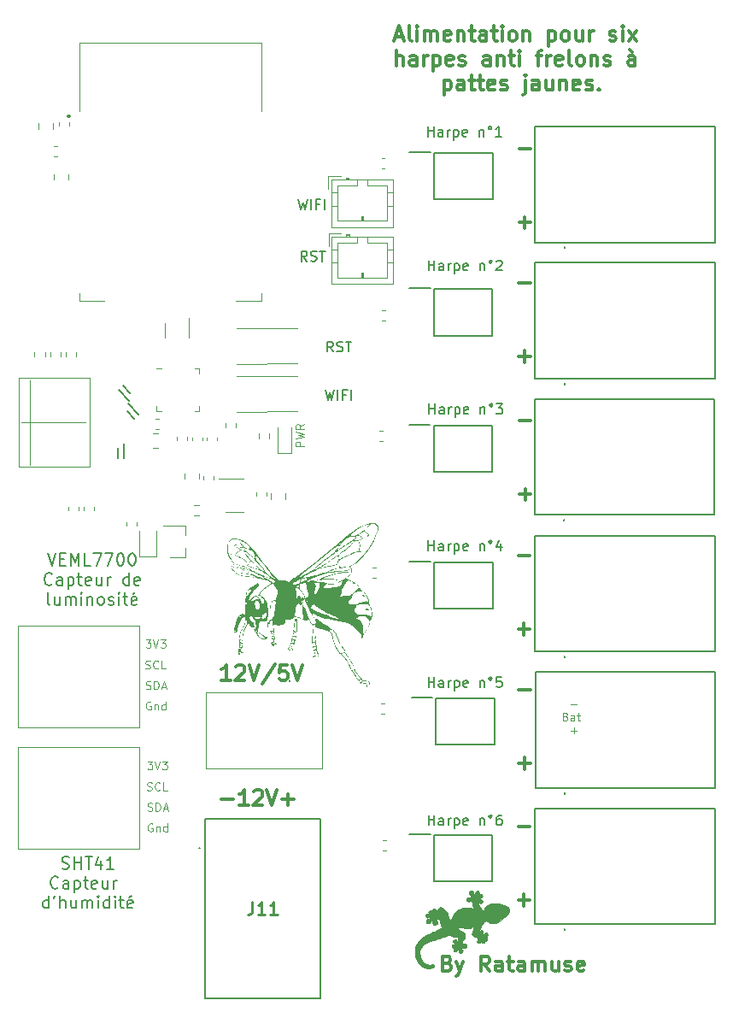
<source format=gbr>
G04 #@! TF.GenerationSoftware,KiCad,Pcbnew,7.0.2*
G04 #@! TF.CreationDate,2023-10-05T20:12:05+02:00*
G04 #@! TF.ProjectId,Harpe_ESP32,48617270-655f-4455-9350-33322e6b6963,rev?*
G04 #@! TF.SameCoordinates,Original*
G04 #@! TF.FileFunction,Legend,Top*
G04 #@! TF.FilePolarity,Positive*
%FSLAX46Y46*%
G04 Gerber Fmt 4.6, Leading zero omitted, Abs format (unit mm)*
G04 Created by KiCad (PCBNEW 7.0.2) date 2023-10-05 20:12:05*
%MOMM*%
%LPD*%
G01*
G04 APERTURE LIST*
%ADD10C,0.200000*%
%ADD11C,0.300000*%
%ADD12C,0.100000*%
%ADD13C,0.254000*%
%ADD14C,0.120000*%
%ADD15C,0.020000*%
%ADD16C,0.010000*%
G04 APERTURE END LIST*
D10*
X124326667Y-89822619D02*
X124564762Y-90822619D01*
X124564762Y-90822619D02*
X124755238Y-90108333D01*
X124755238Y-90108333D02*
X124945714Y-90822619D01*
X124945714Y-90822619D02*
X125183810Y-89822619D01*
X125564762Y-90822619D02*
X125564762Y-89822619D01*
X126374285Y-90298809D02*
X126040952Y-90298809D01*
X126040952Y-90822619D02*
X126040952Y-89822619D01*
X126040952Y-89822619D02*
X126517142Y-89822619D01*
X126898095Y-90822619D02*
X126898095Y-89822619D01*
X126976667Y-108672619D02*
X127214762Y-109672619D01*
X127214762Y-109672619D02*
X127405238Y-108958333D01*
X127405238Y-108958333D02*
X127595714Y-109672619D01*
X127595714Y-109672619D02*
X127833810Y-108672619D01*
X128214762Y-109672619D02*
X128214762Y-108672619D01*
X129024285Y-109148809D02*
X128690952Y-109148809D01*
X128690952Y-109672619D02*
X128690952Y-108672619D01*
X128690952Y-108672619D02*
X129167142Y-108672619D01*
X129548095Y-109672619D02*
X129548095Y-108672619D01*
X137208095Y-151787619D02*
X137208095Y-150787619D01*
X137208095Y-151263809D02*
X137779523Y-151263809D01*
X137779523Y-151787619D02*
X137779523Y-150787619D01*
X138684285Y-151787619D02*
X138684285Y-151263809D01*
X138684285Y-151263809D02*
X138636666Y-151168571D01*
X138636666Y-151168571D02*
X138541428Y-151120952D01*
X138541428Y-151120952D02*
X138350952Y-151120952D01*
X138350952Y-151120952D02*
X138255714Y-151168571D01*
X138684285Y-151740000D02*
X138589047Y-151787619D01*
X138589047Y-151787619D02*
X138350952Y-151787619D01*
X138350952Y-151787619D02*
X138255714Y-151740000D01*
X138255714Y-151740000D02*
X138208095Y-151644761D01*
X138208095Y-151644761D02*
X138208095Y-151549523D01*
X138208095Y-151549523D02*
X138255714Y-151454285D01*
X138255714Y-151454285D02*
X138350952Y-151406666D01*
X138350952Y-151406666D02*
X138589047Y-151406666D01*
X138589047Y-151406666D02*
X138684285Y-151359047D01*
X139160476Y-151787619D02*
X139160476Y-151120952D01*
X139160476Y-151311428D02*
X139208095Y-151216190D01*
X139208095Y-151216190D02*
X139255714Y-151168571D01*
X139255714Y-151168571D02*
X139350952Y-151120952D01*
X139350952Y-151120952D02*
X139446190Y-151120952D01*
X139779524Y-151120952D02*
X139779524Y-152120952D01*
X139779524Y-151168571D02*
X139874762Y-151120952D01*
X139874762Y-151120952D02*
X140065238Y-151120952D01*
X140065238Y-151120952D02*
X140160476Y-151168571D01*
X140160476Y-151168571D02*
X140208095Y-151216190D01*
X140208095Y-151216190D02*
X140255714Y-151311428D01*
X140255714Y-151311428D02*
X140255714Y-151597142D01*
X140255714Y-151597142D02*
X140208095Y-151692380D01*
X140208095Y-151692380D02*
X140160476Y-151740000D01*
X140160476Y-151740000D02*
X140065238Y-151787619D01*
X140065238Y-151787619D02*
X139874762Y-151787619D01*
X139874762Y-151787619D02*
X139779524Y-151740000D01*
X141065238Y-151740000D02*
X140970000Y-151787619D01*
X140970000Y-151787619D02*
X140779524Y-151787619D01*
X140779524Y-151787619D02*
X140684286Y-151740000D01*
X140684286Y-151740000D02*
X140636667Y-151644761D01*
X140636667Y-151644761D02*
X140636667Y-151263809D01*
X140636667Y-151263809D02*
X140684286Y-151168571D01*
X140684286Y-151168571D02*
X140779524Y-151120952D01*
X140779524Y-151120952D02*
X140970000Y-151120952D01*
X140970000Y-151120952D02*
X141065238Y-151168571D01*
X141065238Y-151168571D02*
X141112857Y-151263809D01*
X141112857Y-151263809D02*
X141112857Y-151359047D01*
X141112857Y-151359047D02*
X140636667Y-151454285D01*
X142303334Y-151120952D02*
X142303334Y-151787619D01*
X142303334Y-151216190D02*
X142350953Y-151168571D01*
X142350953Y-151168571D02*
X142446191Y-151120952D01*
X142446191Y-151120952D02*
X142589048Y-151120952D01*
X142589048Y-151120952D02*
X142684286Y-151168571D01*
X142684286Y-151168571D02*
X142731905Y-151263809D01*
X142731905Y-151263809D02*
X142731905Y-151787619D01*
X143350953Y-150787619D02*
X143255715Y-150835238D01*
X143255715Y-150835238D02*
X143208096Y-150930476D01*
X143208096Y-150930476D02*
X143255715Y-151025714D01*
X143255715Y-151025714D02*
X143350953Y-151073333D01*
X143350953Y-151073333D02*
X143446191Y-151025714D01*
X143446191Y-151025714D02*
X143493810Y-150930476D01*
X143493810Y-150930476D02*
X143446191Y-150835238D01*
X143446191Y-150835238D02*
X143350953Y-150787619D01*
X144398572Y-150787619D02*
X144208096Y-150787619D01*
X144208096Y-150787619D02*
X144112858Y-150835238D01*
X144112858Y-150835238D02*
X144065239Y-150882857D01*
X144065239Y-150882857D02*
X143970001Y-151025714D01*
X143970001Y-151025714D02*
X143922382Y-151216190D01*
X143922382Y-151216190D02*
X143922382Y-151597142D01*
X143922382Y-151597142D02*
X143970001Y-151692380D01*
X143970001Y-151692380D02*
X144017620Y-151740000D01*
X144017620Y-151740000D02*
X144112858Y-151787619D01*
X144112858Y-151787619D02*
X144303334Y-151787619D01*
X144303334Y-151787619D02*
X144398572Y-151740000D01*
X144398572Y-151740000D02*
X144446191Y-151692380D01*
X144446191Y-151692380D02*
X144493810Y-151597142D01*
X144493810Y-151597142D02*
X144493810Y-151359047D01*
X144493810Y-151359047D02*
X144446191Y-151263809D01*
X144446191Y-151263809D02*
X144398572Y-151216190D01*
X144398572Y-151216190D02*
X144303334Y-151168571D01*
X144303334Y-151168571D02*
X144112858Y-151168571D01*
X144112858Y-151168571D02*
X144017620Y-151216190D01*
X144017620Y-151216190D02*
X143970001Y-151263809D01*
X143970001Y-151263809D02*
X143922382Y-151359047D01*
X137208095Y-138127619D02*
X137208095Y-137127619D01*
X137208095Y-137603809D02*
X137779523Y-137603809D01*
X137779523Y-138127619D02*
X137779523Y-137127619D01*
X138684285Y-138127619D02*
X138684285Y-137603809D01*
X138684285Y-137603809D02*
X138636666Y-137508571D01*
X138636666Y-137508571D02*
X138541428Y-137460952D01*
X138541428Y-137460952D02*
X138350952Y-137460952D01*
X138350952Y-137460952D02*
X138255714Y-137508571D01*
X138684285Y-138080000D02*
X138589047Y-138127619D01*
X138589047Y-138127619D02*
X138350952Y-138127619D01*
X138350952Y-138127619D02*
X138255714Y-138080000D01*
X138255714Y-138080000D02*
X138208095Y-137984761D01*
X138208095Y-137984761D02*
X138208095Y-137889523D01*
X138208095Y-137889523D02*
X138255714Y-137794285D01*
X138255714Y-137794285D02*
X138350952Y-137746666D01*
X138350952Y-137746666D02*
X138589047Y-137746666D01*
X138589047Y-137746666D02*
X138684285Y-137699047D01*
X139160476Y-138127619D02*
X139160476Y-137460952D01*
X139160476Y-137651428D02*
X139208095Y-137556190D01*
X139208095Y-137556190D02*
X139255714Y-137508571D01*
X139255714Y-137508571D02*
X139350952Y-137460952D01*
X139350952Y-137460952D02*
X139446190Y-137460952D01*
X139779524Y-137460952D02*
X139779524Y-138460952D01*
X139779524Y-137508571D02*
X139874762Y-137460952D01*
X139874762Y-137460952D02*
X140065238Y-137460952D01*
X140065238Y-137460952D02*
X140160476Y-137508571D01*
X140160476Y-137508571D02*
X140208095Y-137556190D01*
X140208095Y-137556190D02*
X140255714Y-137651428D01*
X140255714Y-137651428D02*
X140255714Y-137937142D01*
X140255714Y-137937142D02*
X140208095Y-138032380D01*
X140208095Y-138032380D02*
X140160476Y-138080000D01*
X140160476Y-138080000D02*
X140065238Y-138127619D01*
X140065238Y-138127619D02*
X139874762Y-138127619D01*
X139874762Y-138127619D02*
X139779524Y-138080000D01*
X141065238Y-138080000D02*
X140970000Y-138127619D01*
X140970000Y-138127619D02*
X140779524Y-138127619D01*
X140779524Y-138127619D02*
X140684286Y-138080000D01*
X140684286Y-138080000D02*
X140636667Y-137984761D01*
X140636667Y-137984761D02*
X140636667Y-137603809D01*
X140636667Y-137603809D02*
X140684286Y-137508571D01*
X140684286Y-137508571D02*
X140779524Y-137460952D01*
X140779524Y-137460952D02*
X140970000Y-137460952D01*
X140970000Y-137460952D02*
X141065238Y-137508571D01*
X141065238Y-137508571D02*
X141112857Y-137603809D01*
X141112857Y-137603809D02*
X141112857Y-137699047D01*
X141112857Y-137699047D02*
X140636667Y-137794285D01*
X142303334Y-137460952D02*
X142303334Y-138127619D01*
X142303334Y-137556190D02*
X142350953Y-137508571D01*
X142350953Y-137508571D02*
X142446191Y-137460952D01*
X142446191Y-137460952D02*
X142589048Y-137460952D01*
X142589048Y-137460952D02*
X142684286Y-137508571D01*
X142684286Y-137508571D02*
X142731905Y-137603809D01*
X142731905Y-137603809D02*
X142731905Y-138127619D01*
X143350953Y-137127619D02*
X143255715Y-137175238D01*
X143255715Y-137175238D02*
X143208096Y-137270476D01*
X143208096Y-137270476D02*
X143255715Y-137365714D01*
X143255715Y-137365714D02*
X143350953Y-137413333D01*
X143350953Y-137413333D02*
X143446191Y-137365714D01*
X143446191Y-137365714D02*
X143493810Y-137270476D01*
X143493810Y-137270476D02*
X143446191Y-137175238D01*
X143446191Y-137175238D02*
X143350953Y-137127619D01*
X144446191Y-137127619D02*
X143970001Y-137127619D01*
X143970001Y-137127619D02*
X143922382Y-137603809D01*
X143922382Y-137603809D02*
X143970001Y-137556190D01*
X143970001Y-137556190D02*
X144065239Y-137508571D01*
X144065239Y-137508571D02*
X144303334Y-137508571D01*
X144303334Y-137508571D02*
X144398572Y-137556190D01*
X144398572Y-137556190D02*
X144446191Y-137603809D01*
X144446191Y-137603809D02*
X144493810Y-137699047D01*
X144493810Y-137699047D02*
X144493810Y-137937142D01*
X144493810Y-137937142D02*
X144446191Y-138032380D01*
X144446191Y-138032380D02*
X144398572Y-138080000D01*
X144398572Y-138080000D02*
X144303334Y-138127619D01*
X144303334Y-138127619D02*
X144065239Y-138127619D01*
X144065239Y-138127619D02*
X143970001Y-138080000D01*
X143970001Y-138080000D02*
X143922382Y-138032380D01*
X137198095Y-124587619D02*
X137198095Y-123587619D01*
X137198095Y-124063809D02*
X137769523Y-124063809D01*
X137769523Y-124587619D02*
X137769523Y-123587619D01*
X138674285Y-124587619D02*
X138674285Y-124063809D01*
X138674285Y-124063809D02*
X138626666Y-123968571D01*
X138626666Y-123968571D02*
X138531428Y-123920952D01*
X138531428Y-123920952D02*
X138340952Y-123920952D01*
X138340952Y-123920952D02*
X138245714Y-123968571D01*
X138674285Y-124540000D02*
X138579047Y-124587619D01*
X138579047Y-124587619D02*
X138340952Y-124587619D01*
X138340952Y-124587619D02*
X138245714Y-124540000D01*
X138245714Y-124540000D02*
X138198095Y-124444761D01*
X138198095Y-124444761D02*
X138198095Y-124349523D01*
X138198095Y-124349523D02*
X138245714Y-124254285D01*
X138245714Y-124254285D02*
X138340952Y-124206666D01*
X138340952Y-124206666D02*
X138579047Y-124206666D01*
X138579047Y-124206666D02*
X138674285Y-124159047D01*
X139150476Y-124587619D02*
X139150476Y-123920952D01*
X139150476Y-124111428D02*
X139198095Y-124016190D01*
X139198095Y-124016190D02*
X139245714Y-123968571D01*
X139245714Y-123968571D02*
X139340952Y-123920952D01*
X139340952Y-123920952D02*
X139436190Y-123920952D01*
X139769524Y-123920952D02*
X139769524Y-124920952D01*
X139769524Y-123968571D02*
X139864762Y-123920952D01*
X139864762Y-123920952D02*
X140055238Y-123920952D01*
X140055238Y-123920952D02*
X140150476Y-123968571D01*
X140150476Y-123968571D02*
X140198095Y-124016190D01*
X140198095Y-124016190D02*
X140245714Y-124111428D01*
X140245714Y-124111428D02*
X140245714Y-124397142D01*
X140245714Y-124397142D02*
X140198095Y-124492380D01*
X140198095Y-124492380D02*
X140150476Y-124540000D01*
X140150476Y-124540000D02*
X140055238Y-124587619D01*
X140055238Y-124587619D02*
X139864762Y-124587619D01*
X139864762Y-124587619D02*
X139769524Y-124540000D01*
X141055238Y-124540000D02*
X140960000Y-124587619D01*
X140960000Y-124587619D02*
X140769524Y-124587619D01*
X140769524Y-124587619D02*
X140674286Y-124540000D01*
X140674286Y-124540000D02*
X140626667Y-124444761D01*
X140626667Y-124444761D02*
X140626667Y-124063809D01*
X140626667Y-124063809D02*
X140674286Y-123968571D01*
X140674286Y-123968571D02*
X140769524Y-123920952D01*
X140769524Y-123920952D02*
X140960000Y-123920952D01*
X140960000Y-123920952D02*
X141055238Y-123968571D01*
X141055238Y-123968571D02*
X141102857Y-124063809D01*
X141102857Y-124063809D02*
X141102857Y-124159047D01*
X141102857Y-124159047D02*
X140626667Y-124254285D01*
X142293334Y-123920952D02*
X142293334Y-124587619D01*
X142293334Y-124016190D02*
X142340953Y-123968571D01*
X142340953Y-123968571D02*
X142436191Y-123920952D01*
X142436191Y-123920952D02*
X142579048Y-123920952D01*
X142579048Y-123920952D02*
X142674286Y-123968571D01*
X142674286Y-123968571D02*
X142721905Y-124063809D01*
X142721905Y-124063809D02*
X142721905Y-124587619D01*
X143340953Y-123587619D02*
X143245715Y-123635238D01*
X143245715Y-123635238D02*
X143198096Y-123730476D01*
X143198096Y-123730476D02*
X143245715Y-123825714D01*
X143245715Y-123825714D02*
X143340953Y-123873333D01*
X143340953Y-123873333D02*
X143436191Y-123825714D01*
X143436191Y-123825714D02*
X143483810Y-123730476D01*
X143483810Y-123730476D02*
X143436191Y-123635238D01*
X143436191Y-123635238D02*
X143340953Y-123587619D01*
X144388572Y-123920952D02*
X144388572Y-124587619D01*
X144150477Y-123540000D02*
X143912382Y-124254285D01*
X143912382Y-124254285D02*
X144531429Y-124254285D01*
X137258095Y-111057619D02*
X137258095Y-110057619D01*
X137258095Y-110533809D02*
X137829523Y-110533809D01*
X137829523Y-111057619D02*
X137829523Y-110057619D01*
X138734285Y-111057619D02*
X138734285Y-110533809D01*
X138734285Y-110533809D02*
X138686666Y-110438571D01*
X138686666Y-110438571D02*
X138591428Y-110390952D01*
X138591428Y-110390952D02*
X138400952Y-110390952D01*
X138400952Y-110390952D02*
X138305714Y-110438571D01*
X138734285Y-111010000D02*
X138639047Y-111057619D01*
X138639047Y-111057619D02*
X138400952Y-111057619D01*
X138400952Y-111057619D02*
X138305714Y-111010000D01*
X138305714Y-111010000D02*
X138258095Y-110914761D01*
X138258095Y-110914761D02*
X138258095Y-110819523D01*
X138258095Y-110819523D02*
X138305714Y-110724285D01*
X138305714Y-110724285D02*
X138400952Y-110676666D01*
X138400952Y-110676666D02*
X138639047Y-110676666D01*
X138639047Y-110676666D02*
X138734285Y-110629047D01*
X139210476Y-111057619D02*
X139210476Y-110390952D01*
X139210476Y-110581428D02*
X139258095Y-110486190D01*
X139258095Y-110486190D02*
X139305714Y-110438571D01*
X139305714Y-110438571D02*
X139400952Y-110390952D01*
X139400952Y-110390952D02*
X139496190Y-110390952D01*
X139829524Y-110390952D02*
X139829524Y-111390952D01*
X139829524Y-110438571D02*
X139924762Y-110390952D01*
X139924762Y-110390952D02*
X140115238Y-110390952D01*
X140115238Y-110390952D02*
X140210476Y-110438571D01*
X140210476Y-110438571D02*
X140258095Y-110486190D01*
X140258095Y-110486190D02*
X140305714Y-110581428D01*
X140305714Y-110581428D02*
X140305714Y-110867142D01*
X140305714Y-110867142D02*
X140258095Y-110962380D01*
X140258095Y-110962380D02*
X140210476Y-111010000D01*
X140210476Y-111010000D02*
X140115238Y-111057619D01*
X140115238Y-111057619D02*
X139924762Y-111057619D01*
X139924762Y-111057619D02*
X139829524Y-111010000D01*
X141115238Y-111010000D02*
X141020000Y-111057619D01*
X141020000Y-111057619D02*
X140829524Y-111057619D01*
X140829524Y-111057619D02*
X140734286Y-111010000D01*
X140734286Y-111010000D02*
X140686667Y-110914761D01*
X140686667Y-110914761D02*
X140686667Y-110533809D01*
X140686667Y-110533809D02*
X140734286Y-110438571D01*
X140734286Y-110438571D02*
X140829524Y-110390952D01*
X140829524Y-110390952D02*
X141020000Y-110390952D01*
X141020000Y-110390952D02*
X141115238Y-110438571D01*
X141115238Y-110438571D02*
X141162857Y-110533809D01*
X141162857Y-110533809D02*
X141162857Y-110629047D01*
X141162857Y-110629047D02*
X140686667Y-110724285D01*
X142353334Y-110390952D02*
X142353334Y-111057619D01*
X142353334Y-110486190D02*
X142400953Y-110438571D01*
X142400953Y-110438571D02*
X142496191Y-110390952D01*
X142496191Y-110390952D02*
X142639048Y-110390952D01*
X142639048Y-110390952D02*
X142734286Y-110438571D01*
X142734286Y-110438571D02*
X142781905Y-110533809D01*
X142781905Y-110533809D02*
X142781905Y-111057619D01*
X143400953Y-110057619D02*
X143305715Y-110105238D01*
X143305715Y-110105238D02*
X143258096Y-110200476D01*
X143258096Y-110200476D02*
X143305715Y-110295714D01*
X143305715Y-110295714D02*
X143400953Y-110343333D01*
X143400953Y-110343333D02*
X143496191Y-110295714D01*
X143496191Y-110295714D02*
X143543810Y-110200476D01*
X143543810Y-110200476D02*
X143496191Y-110105238D01*
X143496191Y-110105238D02*
X143400953Y-110057619D01*
X143924763Y-110057619D02*
X144543810Y-110057619D01*
X144543810Y-110057619D02*
X144210477Y-110438571D01*
X144210477Y-110438571D02*
X144353334Y-110438571D01*
X144353334Y-110438571D02*
X144448572Y-110486190D01*
X144448572Y-110486190D02*
X144496191Y-110533809D01*
X144496191Y-110533809D02*
X144543810Y-110629047D01*
X144543810Y-110629047D02*
X144543810Y-110867142D01*
X144543810Y-110867142D02*
X144496191Y-110962380D01*
X144496191Y-110962380D02*
X144448572Y-111010000D01*
X144448572Y-111010000D02*
X144353334Y-111057619D01*
X144353334Y-111057619D02*
X144067620Y-111057619D01*
X144067620Y-111057619D02*
X143972382Y-111010000D01*
X143972382Y-111010000D02*
X143924763Y-110962380D01*
X137218095Y-96837619D02*
X137218095Y-95837619D01*
X137218095Y-96313809D02*
X137789523Y-96313809D01*
X137789523Y-96837619D02*
X137789523Y-95837619D01*
X138694285Y-96837619D02*
X138694285Y-96313809D01*
X138694285Y-96313809D02*
X138646666Y-96218571D01*
X138646666Y-96218571D02*
X138551428Y-96170952D01*
X138551428Y-96170952D02*
X138360952Y-96170952D01*
X138360952Y-96170952D02*
X138265714Y-96218571D01*
X138694285Y-96790000D02*
X138599047Y-96837619D01*
X138599047Y-96837619D02*
X138360952Y-96837619D01*
X138360952Y-96837619D02*
X138265714Y-96790000D01*
X138265714Y-96790000D02*
X138218095Y-96694761D01*
X138218095Y-96694761D02*
X138218095Y-96599523D01*
X138218095Y-96599523D02*
X138265714Y-96504285D01*
X138265714Y-96504285D02*
X138360952Y-96456666D01*
X138360952Y-96456666D02*
X138599047Y-96456666D01*
X138599047Y-96456666D02*
X138694285Y-96409047D01*
X139170476Y-96837619D02*
X139170476Y-96170952D01*
X139170476Y-96361428D02*
X139218095Y-96266190D01*
X139218095Y-96266190D02*
X139265714Y-96218571D01*
X139265714Y-96218571D02*
X139360952Y-96170952D01*
X139360952Y-96170952D02*
X139456190Y-96170952D01*
X139789524Y-96170952D02*
X139789524Y-97170952D01*
X139789524Y-96218571D02*
X139884762Y-96170952D01*
X139884762Y-96170952D02*
X140075238Y-96170952D01*
X140075238Y-96170952D02*
X140170476Y-96218571D01*
X140170476Y-96218571D02*
X140218095Y-96266190D01*
X140218095Y-96266190D02*
X140265714Y-96361428D01*
X140265714Y-96361428D02*
X140265714Y-96647142D01*
X140265714Y-96647142D02*
X140218095Y-96742380D01*
X140218095Y-96742380D02*
X140170476Y-96790000D01*
X140170476Y-96790000D02*
X140075238Y-96837619D01*
X140075238Y-96837619D02*
X139884762Y-96837619D01*
X139884762Y-96837619D02*
X139789524Y-96790000D01*
X141075238Y-96790000D02*
X140980000Y-96837619D01*
X140980000Y-96837619D02*
X140789524Y-96837619D01*
X140789524Y-96837619D02*
X140694286Y-96790000D01*
X140694286Y-96790000D02*
X140646667Y-96694761D01*
X140646667Y-96694761D02*
X140646667Y-96313809D01*
X140646667Y-96313809D02*
X140694286Y-96218571D01*
X140694286Y-96218571D02*
X140789524Y-96170952D01*
X140789524Y-96170952D02*
X140980000Y-96170952D01*
X140980000Y-96170952D02*
X141075238Y-96218571D01*
X141075238Y-96218571D02*
X141122857Y-96313809D01*
X141122857Y-96313809D02*
X141122857Y-96409047D01*
X141122857Y-96409047D02*
X140646667Y-96504285D01*
X142313334Y-96170952D02*
X142313334Y-96837619D01*
X142313334Y-96266190D02*
X142360953Y-96218571D01*
X142360953Y-96218571D02*
X142456191Y-96170952D01*
X142456191Y-96170952D02*
X142599048Y-96170952D01*
X142599048Y-96170952D02*
X142694286Y-96218571D01*
X142694286Y-96218571D02*
X142741905Y-96313809D01*
X142741905Y-96313809D02*
X142741905Y-96837619D01*
X143360953Y-95837619D02*
X143265715Y-95885238D01*
X143265715Y-95885238D02*
X143218096Y-95980476D01*
X143218096Y-95980476D02*
X143265715Y-96075714D01*
X143265715Y-96075714D02*
X143360953Y-96123333D01*
X143360953Y-96123333D02*
X143456191Y-96075714D01*
X143456191Y-96075714D02*
X143503810Y-95980476D01*
X143503810Y-95980476D02*
X143456191Y-95885238D01*
X143456191Y-95885238D02*
X143360953Y-95837619D01*
X143932382Y-95932857D02*
X143980001Y-95885238D01*
X143980001Y-95885238D02*
X144075239Y-95837619D01*
X144075239Y-95837619D02*
X144313334Y-95837619D01*
X144313334Y-95837619D02*
X144408572Y-95885238D01*
X144408572Y-95885238D02*
X144456191Y-95932857D01*
X144456191Y-95932857D02*
X144503810Y-96028095D01*
X144503810Y-96028095D02*
X144503810Y-96123333D01*
X144503810Y-96123333D02*
X144456191Y-96266190D01*
X144456191Y-96266190D02*
X143884763Y-96837619D01*
X143884763Y-96837619D02*
X144503810Y-96837619D01*
X137148095Y-83567619D02*
X137148095Y-82567619D01*
X137148095Y-83043809D02*
X137719523Y-83043809D01*
X137719523Y-83567619D02*
X137719523Y-82567619D01*
X138624285Y-83567619D02*
X138624285Y-83043809D01*
X138624285Y-83043809D02*
X138576666Y-82948571D01*
X138576666Y-82948571D02*
X138481428Y-82900952D01*
X138481428Y-82900952D02*
X138290952Y-82900952D01*
X138290952Y-82900952D02*
X138195714Y-82948571D01*
X138624285Y-83520000D02*
X138529047Y-83567619D01*
X138529047Y-83567619D02*
X138290952Y-83567619D01*
X138290952Y-83567619D02*
X138195714Y-83520000D01*
X138195714Y-83520000D02*
X138148095Y-83424761D01*
X138148095Y-83424761D02*
X138148095Y-83329523D01*
X138148095Y-83329523D02*
X138195714Y-83234285D01*
X138195714Y-83234285D02*
X138290952Y-83186666D01*
X138290952Y-83186666D02*
X138529047Y-83186666D01*
X138529047Y-83186666D02*
X138624285Y-83139047D01*
X139100476Y-83567619D02*
X139100476Y-82900952D01*
X139100476Y-83091428D02*
X139148095Y-82996190D01*
X139148095Y-82996190D02*
X139195714Y-82948571D01*
X139195714Y-82948571D02*
X139290952Y-82900952D01*
X139290952Y-82900952D02*
X139386190Y-82900952D01*
X139719524Y-82900952D02*
X139719524Y-83900952D01*
X139719524Y-82948571D02*
X139814762Y-82900952D01*
X139814762Y-82900952D02*
X140005238Y-82900952D01*
X140005238Y-82900952D02*
X140100476Y-82948571D01*
X140100476Y-82948571D02*
X140148095Y-82996190D01*
X140148095Y-82996190D02*
X140195714Y-83091428D01*
X140195714Y-83091428D02*
X140195714Y-83377142D01*
X140195714Y-83377142D02*
X140148095Y-83472380D01*
X140148095Y-83472380D02*
X140100476Y-83520000D01*
X140100476Y-83520000D02*
X140005238Y-83567619D01*
X140005238Y-83567619D02*
X139814762Y-83567619D01*
X139814762Y-83567619D02*
X139719524Y-83520000D01*
X141005238Y-83520000D02*
X140910000Y-83567619D01*
X140910000Y-83567619D02*
X140719524Y-83567619D01*
X140719524Y-83567619D02*
X140624286Y-83520000D01*
X140624286Y-83520000D02*
X140576667Y-83424761D01*
X140576667Y-83424761D02*
X140576667Y-83043809D01*
X140576667Y-83043809D02*
X140624286Y-82948571D01*
X140624286Y-82948571D02*
X140719524Y-82900952D01*
X140719524Y-82900952D02*
X140910000Y-82900952D01*
X140910000Y-82900952D02*
X141005238Y-82948571D01*
X141005238Y-82948571D02*
X141052857Y-83043809D01*
X141052857Y-83043809D02*
X141052857Y-83139047D01*
X141052857Y-83139047D02*
X140576667Y-83234285D01*
X142243334Y-82900952D02*
X142243334Y-83567619D01*
X142243334Y-82996190D02*
X142290953Y-82948571D01*
X142290953Y-82948571D02*
X142386191Y-82900952D01*
X142386191Y-82900952D02*
X142529048Y-82900952D01*
X142529048Y-82900952D02*
X142624286Y-82948571D01*
X142624286Y-82948571D02*
X142671905Y-83043809D01*
X142671905Y-83043809D02*
X142671905Y-83567619D01*
X143290953Y-82567619D02*
X143195715Y-82615238D01*
X143195715Y-82615238D02*
X143148096Y-82710476D01*
X143148096Y-82710476D02*
X143195715Y-82805714D01*
X143195715Y-82805714D02*
X143290953Y-82853333D01*
X143290953Y-82853333D02*
X143386191Y-82805714D01*
X143386191Y-82805714D02*
X143433810Y-82710476D01*
X143433810Y-82710476D02*
X143386191Y-82615238D01*
X143386191Y-82615238D02*
X143290953Y-82567619D01*
X144433810Y-83567619D02*
X143862382Y-83567619D01*
X144148096Y-83567619D02*
X144148096Y-82567619D01*
X144148096Y-82567619D02*
X144052858Y-82710476D01*
X144052858Y-82710476D02*
X143957620Y-82805714D01*
X143957620Y-82805714D02*
X143862382Y-82853333D01*
X125162380Y-95922619D02*
X124829047Y-95446428D01*
X124590952Y-95922619D02*
X124590952Y-94922619D01*
X124590952Y-94922619D02*
X124971904Y-94922619D01*
X124971904Y-94922619D02*
X125067142Y-94970238D01*
X125067142Y-94970238D02*
X125114761Y-95017857D01*
X125114761Y-95017857D02*
X125162380Y-95113095D01*
X125162380Y-95113095D02*
X125162380Y-95255952D01*
X125162380Y-95255952D02*
X125114761Y-95351190D01*
X125114761Y-95351190D02*
X125067142Y-95398809D01*
X125067142Y-95398809D02*
X124971904Y-95446428D01*
X124971904Y-95446428D02*
X124590952Y-95446428D01*
X125543333Y-95875000D02*
X125686190Y-95922619D01*
X125686190Y-95922619D02*
X125924285Y-95922619D01*
X125924285Y-95922619D02*
X126019523Y-95875000D01*
X126019523Y-95875000D02*
X126067142Y-95827380D01*
X126067142Y-95827380D02*
X126114761Y-95732142D01*
X126114761Y-95732142D02*
X126114761Y-95636904D01*
X126114761Y-95636904D02*
X126067142Y-95541666D01*
X126067142Y-95541666D02*
X126019523Y-95494047D01*
X126019523Y-95494047D02*
X125924285Y-95446428D01*
X125924285Y-95446428D02*
X125733809Y-95398809D01*
X125733809Y-95398809D02*
X125638571Y-95351190D01*
X125638571Y-95351190D02*
X125590952Y-95303571D01*
X125590952Y-95303571D02*
X125543333Y-95208333D01*
X125543333Y-95208333D02*
X125543333Y-95113095D01*
X125543333Y-95113095D02*
X125590952Y-95017857D01*
X125590952Y-95017857D02*
X125638571Y-94970238D01*
X125638571Y-94970238D02*
X125733809Y-94922619D01*
X125733809Y-94922619D02*
X125971904Y-94922619D01*
X125971904Y-94922619D02*
X126114761Y-94970238D01*
X126400476Y-94922619D02*
X126971904Y-94922619D01*
X126686190Y-95922619D02*
X126686190Y-94922619D01*
X127752380Y-104892619D02*
X127419047Y-104416428D01*
X127180952Y-104892619D02*
X127180952Y-103892619D01*
X127180952Y-103892619D02*
X127561904Y-103892619D01*
X127561904Y-103892619D02*
X127657142Y-103940238D01*
X127657142Y-103940238D02*
X127704761Y-103987857D01*
X127704761Y-103987857D02*
X127752380Y-104083095D01*
X127752380Y-104083095D02*
X127752380Y-104225952D01*
X127752380Y-104225952D02*
X127704761Y-104321190D01*
X127704761Y-104321190D02*
X127657142Y-104368809D01*
X127657142Y-104368809D02*
X127561904Y-104416428D01*
X127561904Y-104416428D02*
X127180952Y-104416428D01*
X128133333Y-104845000D02*
X128276190Y-104892619D01*
X128276190Y-104892619D02*
X128514285Y-104892619D01*
X128514285Y-104892619D02*
X128609523Y-104845000D01*
X128609523Y-104845000D02*
X128657142Y-104797380D01*
X128657142Y-104797380D02*
X128704761Y-104702142D01*
X128704761Y-104702142D02*
X128704761Y-104606904D01*
X128704761Y-104606904D02*
X128657142Y-104511666D01*
X128657142Y-104511666D02*
X128609523Y-104464047D01*
X128609523Y-104464047D02*
X128514285Y-104416428D01*
X128514285Y-104416428D02*
X128323809Y-104368809D01*
X128323809Y-104368809D02*
X128228571Y-104321190D01*
X128228571Y-104321190D02*
X128180952Y-104273571D01*
X128180952Y-104273571D02*
X128133333Y-104178333D01*
X128133333Y-104178333D02*
X128133333Y-104083095D01*
X128133333Y-104083095D02*
X128180952Y-103987857D01*
X128180952Y-103987857D02*
X128228571Y-103940238D01*
X128228571Y-103940238D02*
X128323809Y-103892619D01*
X128323809Y-103892619D02*
X128561904Y-103892619D01*
X128561904Y-103892619D02*
X128704761Y-103940238D01*
X128990476Y-103892619D02*
X129561904Y-103892619D01*
X129276190Y-104892619D02*
X129276190Y-103892619D01*
D11*
X139089999Y-165478214D02*
X139304285Y-165549642D01*
X139304285Y-165549642D02*
X139375714Y-165621071D01*
X139375714Y-165621071D02*
X139447142Y-165763928D01*
X139447142Y-165763928D02*
X139447142Y-165978214D01*
X139447142Y-165978214D02*
X139375714Y-166121071D01*
X139375714Y-166121071D02*
X139304285Y-166192500D01*
X139304285Y-166192500D02*
X139161428Y-166263928D01*
X139161428Y-166263928D02*
X138589999Y-166263928D01*
X138589999Y-166263928D02*
X138589999Y-164763928D01*
X138589999Y-164763928D02*
X139089999Y-164763928D01*
X139089999Y-164763928D02*
X139232857Y-164835357D01*
X139232857Y-164835357D02*
X139304285Y-164906785D01*
X139304285Y-164906785D02*
X139375714Y-165049642D01*
X139375714Y-165049642D02*
X139375714Y-165192500D01*
X139375714Y-165192500D02*
X139304285Y-165335357D01*
X139304285Y-165335357D02*
X139232857Y-165406785D01*
X139232857Y-165406785D02*
X139089999Y-165478214D01*
X139089999Y-165478214D02*
X138589999Y-165478214D01*
X139947142Y-165263928D02*
X140304285Y-166263928D01*
X140661428Y-165263928D02*
X140304285Y-166263928D01*
X140304285Y-166263928D02*
X140161428Y-166621071D01*
X140161428Y-166621071D02*
X140089999Y-166692500D01*
X140089999Y-166692500D02*
X139947142Y-166763928D01*
X143232856Y-166263928D02*
X142732856Y-165549642D01*
X142375713Y-166263928D02*
X142375713Y-164763928D01*
X142375713Y-164763928D02*
X142947142Y-164763928D01*
X142947142Y-164763928D02*
X143089999Y-164835357D01*
X143089999Y-164835357D02*
X143161428Y-164906785D01*
X143161428Y-164906785D02*
X143232856Y-165049642D01*
X143232856Y-165049642D02*
X143232856Y-165263928D01*
X143232856Y-165263928D02*
X143161428Y-165406785D01*
X143161428Y-165406785D02*
X143089999Y-165478214D01*
X143089999Y-165478214D02*
X142947142Y-165549642D01*
X142947142Y-165549642D02*
X142375713Y-165549642D01*
X144518571Y-166263928D02*
X144518571Y-165478214D01*
X144518571Y-165478214D02*
X144447142Y-165335357D01*
X144447142Y-165335357D02*
X144304285Y-165263928D01*
X144304285Y-165263928D02*
X144018571Y-165263928D01*
X144018571Y-165263928D02*
X143875713Y-165335357D01*
X144518571Y-166192500D02*
X144375713Y-166263928D01*
X144375713Y-166263928D02*
X144018571Y-166263928D01*
X144018571Y-166263928D02*
X143875713Y-166192500D01*
X143875713Y-166192500D02*
X143804285Y-166049642D01*
X143804285Y-166049642D02*
X143804285Y-165906785D01*
X143804285Y-165906785D02*
X143875713Y-165763928D01*
X143875713Y-165763928D02*
X144018571Y-165692500D01*
X144018571Y-165692500D02*
X144375713Y-165692500D01*
X144375713Y-165692500D02*
X144518571Y-165621071D01*
X145018571Y-165263928D02*
X145589999Y-165263928D01*
X145232856Y-164763928D02*
X145232856Y-166049642D01*
X145232856Y-166049642D02*
X145304285Y-166192500D01*
X145304285Y-166192500D02*
X145447142Y-166263928D01*
X145447142Y-166263928D02*
X145589999Y-166263928D01*
X146732857Y-166263928D02*
X146732857Y-165478214D01*
X146732857Y-165478214D02*
X146661428Y-165335357D01*
X146661428Y-165335357D02*
X146518571Y-165263928D01*
X146518571Y-165263928D02*
X146232857Y-165263928D01*
X146232857Y-165263928D02*
X146089999Y-165335357D01*
X146732857Y-166192500D02*
X146589999Y-166263928D01*
X146589999Y-166263928D02*
X146232857Y-166263928D01*
X146232857Y-166263928D02*
X146089999Y-166192500D01*
X146089999Y-166192500D02*
X146018571Y-166049642D01*
X146018571Y-166049642D02*
X146018571Y-165906785D01*
X146018571Y-165906785D02*
X146089999Y-165763928D01*
X146089999Y-165763928D02*
X146232857Y-165692500D01*
X146232857Y-165692500D02*
X146589999Y-165692500D01*
X146589999Y-165692500D02*
X146732857Y-165621071D01*
X147447142Y-166263928D02*
X147447142Y-165263928D01*
X147447142Y-165406785D02*
X147518571Y-165335357D01*
X147518571Y-165335357D02*
X147661428Y-165263928D01*
X147661428Y-165263928D02*
X147875714Y-165263928D01*
X147875714Y-165263928D02*
X148018571Y-165335357D01*
X148018571Y-165335357D02*
X148090000Y-165478214D01*
X148090000Y-165478214D02*
X148090000Y-166263928D01*
X148090000Y-165478214D02*
X148161428Y-165335357D01*
X148161428Y-165335357D02*
X148304285Y-165263928D01*
X148304285Y-165263928D02*
X148518571Y-165263928D01*
X148518571Y-165263928D02*
X148661428Y-165335357D01*
X148661428Y-165335357D02*
X148732857Y-165478214D01*
X148732857Y-165478214D02*
X148732857Y-166263928D01*
X150090000Y-165263928D02*
X150090000Y-166263928D01*
X149447142Y-165263928D02*
X149447142Y-166049642D01*
X149447142Y-166049642D02*
X149518571Y-166192500D01*
X149518571Y-166192500D02*
X149661428Y-166263928D01*
X149661428Y-166263928D02*
X149875714Y-166263928D01*
X149875714Y-166263928D02*
X150018571Y-166192500D01*
X150018571Y-166192500D02*
X150090000Y-166121071D01*
X150732857Y-166192500D02*
X150875714Y-166263928D01*
X150875714Y-166263928D02*
X151161428Y-166263928D01*
X151161428Y-166263928D02*
X151304285Y-166192500D01*
X151304285Y-166192500D02*
X151375714Y-166049642D01*
X151375714Y-166049642D02*
X151375714Y-165978214D01*
X151375714Y-165978214D02*
X151304285Y-165835357D01*
X151304285Y-165835357D02*
X151161428Y-165763928D01*
X151161428Y-165763928D02*
X150947143Y-165763928D01*
X150947143Y-165763928D02*
X150804285Y-165692500D01*
X150804285Y-165692500D02*
X150732857Y-165549642D01*
X150732857Y-165549642D02*
X150732857Y-165478214D01*
X150732857Y-165478214D02*
X150804285Y-165335357D01*
X150804285Y-165335357D02*
X150947143Y-165263928D01*
X150947143Y-165263928D02*
X151161428Y-165263928D01*
X151161428Y-165263928D02*
X151304285Y-165335357D01*
X152590000Y-166192500D02*
X152447143Y-166263928D01*
X152447143Y-166263928D02*
X152161429Y-166263928D01*
X152161429Y-166263928D02*
X152018571Y-166192500D01*
X152018571Y-166192500D02*
X151947143Y-166049642D01*
X151947143Y-166049642D02*
X151947143Y-165478214D01*
X151947143Y-165478214D02*
X152018571Y-165335357D01*
X152018571Y-165335357D02*
X152161429Y-165263928D01*
X152161429Y-165263928D02*
X152447143Y-165263928D01*
X152447143Y-165263928D02*
X152590000Y-165335357D01*
X152590000Y-165335357D02*
X152661429Y-165478214D01*
X152661429Y-165478214D02*
X152661429Y-165621071D01*
X152661429Y-165621071D02*
X151947143Y-165763928D01*
D12*
X109675713Y-139608190D02*
X109599523Y-139570095D01*
X109599523Y-139570095D02*
X109485237Y-139570095D01*
X109485237Y-139570095D02*
X109370951Y-139608190D01*
X109370951Y-139608190D02*
X109294761Y-139684380D01*
X109294761Y-139684380D02*
X109256666Y-139760571D01*
X109256666Y-139760571D02*
X109218570Y-139912952D01*
X109218570Y-139912952D02*
X109218570Y-140027238D01*
X109218570Y-140027238D02*
X109256666Y-140179619D01*
X109256666Y-140179619D02*
X109294761Y-140255809D01*
X109294761Y-140255809D02*
X109370951Y-140332000D01*
X109370951Y-140332000D02*
X109485237Y-140370095D01*
X109485237Y-140370095D02*
X109561428Y-140370095D01*
X109561428Y-140370095D02*
X109675713Y-140332000D01*
X109675713Y-140332000D02*
X109713809Y-140293904D01*
X109713809Y-140293904D02*
X109713809Y-140027238D01*
X109713809Y-140027238D02*
X109561428Y-140027238D01*
X110056666Y-139836761D02*
X110056666Y-140370095D01*
X110056666Y-139912952D02*
X110094761Y-139874857D01*
X110094761Y-139874857D02*
X110170951Y-139836761D01*
X110170951Y-139836761D02*
X110285237Y-139836761D01*
X110285237Y-139836761D02*
X110361428Y-139874857D01*
X110361428Y-139874857D02*
X110399523Y-139951047D01*
X110399523Y-139951047D02*
X110399523Y-140370095D01*
X111123333Y-140370095D02*
X111123333Y-139570095D01*
X111123333Y-140332000D02*
X111047142Y-140370095D01*
X111047142Y-140370095D02*
X110894761Y-140370095D01*
X110894761Y-140370095D02*
X110818571Y-140332000D01*
X110818571Y-140332000D02*
X110780476Y-140293904D01*
X110780476Y-140293904D02*
X110742380Y-140217714D01*
X110742380Y-140217714D02*
X110742380Y-139989142D01*
X110742380Y-139989142D02*
X110780476Y-139912952D01*
X110780476Y-139912952D02*
X110818571Y-139874857D01*
X110818571Y-139874857D02*
X110894761Y-139836761D01*
X110894761Y-139836761D02*
X111047142Y-139836761D01*
X111047142Y-139836761D02*
X111123333Y-139874857D01*
X109218571Y-138292000D02*
X109332857Y-138330095D01*
X109332857Y-138330095D02*
X109523333Y-138330095D01*
X109523333Y-138330095D02*
X109599524Y-138292000D01*
X109599524Y-138292000D02*
X109637619Y-138253904D01*
X109637619Y-138253904D02*
X109675714Y-138177714D01*
X109675714Y-138177714D02*
X109675714Y-138101523D01*
X109675714Y-138101523D02*
X109637619Y-138025333D01*
X109637619Y-138025333D02*
X109599524Y-137987238D01*
X109599524Y-137987238D02*
X109523333Y-137949142D01*
X109523333Y-137949142D02*
X109370952Y-137911047D01*
X109370952Y-137911047D02*
X109294762Y-137872952D01*
X109294762Y-137872952D02*
X109256667Y-137834857D01*
X109256667Y-137834857D02*
X109218571Y-137758666D01*
X109218571Y-137758666D02*
X109218571Y-137682476D01*
X109218571Y-137682476D02*
X109256667Y-137606285D01*
X109256667Y-137606285D02*
X109294762Y-137568190D01*
X109294762Y-137568190D02*
X109370952Y-137530095D01*
X109370952Y-137530095D02*
X109561429Y-137530095D01*
X109561429Y-137530095D02*
X109675714Y-137568190D01*
X110018572Y-138330095D02*
X110018572Y-137530095D01*
X110018572Y-137530095D02*
X110209048Y-137530095D01*
X110209048Y-137530095D02*
X110323334Y-137568190D01*
X110323334Y-137568190D02*
X110399524Y-137644380D01*
X110399524Y-137644380D02*
X110437619Y-137720571D01*
X110437619Y-137720571D02*
X110475715Y-137872952D01*
X110475715Y-137872952D02*
X110475715Y-137987238D01*
X110475715Y-137987238D02*
X110437619Y-138139619D01*
X110437619Y-138139619D02*
X110399524Y-138215809D01*
X110399524Y-138215809D02*
X110323334Y-138292000D01*
X110323334Y-138292000D02*
X110209048Y-138330095D01*
X110209048Y-138330095D02*
X110018572Y-138330095D01*
X110780476Y-138101523D02*
X111161429Y-138101523D01*
X110704286Y-138330095D02*
X110970953Y-137530095D01*
X110970953Y-137530095D02*
X111237619Y-138330095D01*
X109179523Y-133420095D02*
X109674761Y-133420095D01*
X109674761Y-133420095D02*
X109408095Y-133724857D01*
X109408095Y-133724857D02*
X109522380Y-133724857D01*
X109522380Y-133724857D02*
X109598571Y-133762952D01*
X109598571Y-133762952D02*
X109636666Y-133801047D01*
X109636666Y-133801047D02*
X109674761Y-133877238D01*
X109674761Y-133877238D02*
X109674761Y-134067714D01*
X109674761Y-134067714D02*
X109636666Y-134143904D01*
X109636666Y-134143904D02*
X109598571Y-134182000D01*
X109598571Y-134182000D02*
X109522380Y-134220095D01*
X109522380Y-134220095D02*
X109293809Y-134220095D01*
X109293809Y-134220095D02*
X109217618Y-134182000D01*
X109217618Y-134182000D02*
X109179523Y-134143904D01*
X109903333Y-133420095D02*
X110170000Y-134220095D01*
X110170000Y-134220095D02*
X110436666Y-133420095D01*
X110627142Y-133420095D02*
X111122380Y-133420095D01*
X111122380Y-133420095D02*
X110855714Y-133724857D01*
X110855714Y-133724857D02*
X110969999Y-133724857D01*
X110969999Y-133724857D02*
X111046190Y-133762952D01*
X111046190Y-133762952D02*
X111084285Y-133801047D01*
X111084285Y-133801047D02*
X111122380Y-133877238D01*
X111122380Y-133877238D02*
X111122380Y-134067714D01*
X111122380Y-134067714D02*
X111084285Y-134143904D01*
X111084285Y-134143904D02*
X111046190Y-134182000D01*
X111046190Y-134182000D02*
X110969999Y-134220095D01*
X110969999Y-134220095D02*
X110741428Y-134220095D01*
X110741428Y-134220095D02*
X110665237Y-134182000D01*
X110665237Y-134182000D02*
X110627142Y-134143904D01*
X109157618Y-136262000D02*
X109271904Y-136300095D01*
X109271904Y-136300095D02*
X109462380Y-136300095D01*
X109462380Y-136300095D02*
X109538571Y-136262000D01*
X109538571Y-136262000D02*
X109576666Y-136223904D01*
X109576666Y-136223904D02*
X109614761Y-136147714D01*
X109614761Y-136147714D02*
X109614761Y-136071523D01*
X109614761Y-136071523D02*
X109576666Y-135995333D01*
X109576666Y-135995333D02*
X109538571Y-135957238D01*
X109538571Y-135957238D02*
X109462380Y-135919142D01*
X109462380Y-135919142D02*
X109309999Y-135881047D01*
X109309999Y-135881047D02*
X109233809Y-135842952D01*
X109233809Y-135842952D02*
X109195714Y-135804857D01*
X109195714Y-135804857D02*
X109157618Y-135728666D01*
X109157618Y-135728666D02*
X109157618Y-135652476D01*
X109157618Y-135652476D02*
X109195714Y-135576285D01*
X109195714Y-135576285D02*
X109233809Y-135538190D01*
X109233809Y-135538190D02*
X109309999Y-135500095D01*
X109309999Y-135500095D02*
X109500476Y-135500095D01*
X109500476Y-135500095D02*
X109614761Y-135538190D01*
X110414762Y-136223904D02*
X110376666Y-136262000D01*
X110376666Y-136262000D02*
X110262381Y-136300095D01*
X110262381Y-136300095D02*
X110186190Y-136300095D01*
X110186190Y-136300095D02*
X110071904Y-136262000D01*
X110071904Y-136262000D02*
X109995714Y-136185809D01*
X109995714Y-136185809D02*
X109957619Y-136109619D01*
X109957619Y-136109619D02*
X109919523Y-135957238D01*
X109919523Y-135957238D02*
X109919523Y-135842952D01*
X109919523Y-135842952D02*
X109957619Y-135690571D01*
X109957619Y-135690571D02*
X109995714Y-135614380D01*
X109995714Y-135614380D02*
X110071904Y-135538190D01*
X110071904Y-135538190D02*
X110186190Y-135500095D01*
X110186190Y-135500095D02*
X110262381Y-135500095D01*
X110262381Y-135500095D02*
X110376666Y-135538190D01*
X110376666Y-135538190D02*
X110414762Y-135576285D01*
X111138571Y-136300095D02*
X110757619Y-136300095D01*
X110757619Y-136300095D02*
X110757619Y-135500095D01*
X151305238Y-139839333D02*
X151914762Y-139839333D01*
X150771904Y-141021047D02*
X150886190Y-141059142D01*
X150886190Y-141059142D02*
X150924285Y-141097238D01*
X150924285Y-141097238D02*
X150962381Y-141173428D01*
X150962381Y-141173428D02*
X150962381Y-141287714D01*
X150962381Y-141287714D02*
X150924285Y-141363904D01*
X150924285Y-141363904D02*
X150886190Y-141402000D01*
X150886190Y-141402000D02*
X150810000Y-141440095D01*
X150810000Y-141440095D02*
X150505238Y-141440095D01*
X150505238Y-141440095D02*
X150505238Y-140640095D01*
X150505238Y-140640095D02*
X150771904Y-140640095D01*
X150771904Y-140640095D02*
X150848095Y-140678190D01*
X150848095Y-140678190D02*
X150886190Y-140716285D01*
X150886190Y-140716285D02*
X150924285Y-140792476D01*
X150924285Y-140792476D02*
X150924285Y-140868666D01*
X150924285Y-140868666D02*
X150886190Y-140944857D01*
X150886190Y-140944857D02*
X150848095Y-140982952D01*
X150848095Y-140982952D02*
X150771904Y-141021047D01*
X150771904Y-141021047D02*
X150505238Y-141021047D01*
X151648095Y-141440095D02*
X151648095Y-141021047D01*
X151648095Y-141021047D02*
X151610000Y-140944857D01*
X151610000Y-140944857D02*
X151533809Y-140906761D01*
X151533809Y-140906761D02*
X151381428Y-140906761D01*
X151381428Y-140906761D02*
X151305238Y-140944857D01*
X151648095Y-141402000D02*
X151571904Y-141440095D01*
X151571904Y-141440095D02*
X151381428Y-141440095D01*
X151381428Y-141440095D02*
X151305238Y-141402000D01*
X151305238Y-141402000D02*
X151267142Y-141325809D01*
X151267142Y-141325809D02*
X151267142Y-141249619D01*
X151267142Y-141249619D02*
X151305238Y-141173428D01*
X151305238Y-141173428D02*
X151381428Y-141135333D01*
X151381428Y-141135333D02*
X151571904Y-141135333D01*
X151571904Y-141135333D02*
X151648095Y-141097238D01*
X151914762Y-140906761D02*
X152219524Y-140906761D01*
X152029048Y-140640095D02*
X152029048Y-141325809D01*
X152029048Y-141325809D02*
X152067143Y-141402000D01*
X152067143Y-141402000D02*
X152143333Y-141440095D01*
X152143333Y-141440095D02*
X152219524Y-141440095D01*
X151305238Y-142431333D02*
X151914762Y-142431333D01*
X151610000Y-142736095D02*
X151610000Y-142126571D01*
X124850095Y-114246666D02*
X124050095Y-114246666D01*
X124050095Y-114246666D02*
X124050095Y-113941904D01*
X124050095Y-113941904D02*
X124088190Y-113865714D01*
X124088190Y-113865714D02*
X124126285Y-113827619D01*
X124126285Y-113827619D02*
X124202476Y-113789523D01*
X124202476Y-113789523D02*
X124316761Y-113789523D01*
X124316761Y-113789523D02*
X124392952Y-113827619D01*
X124392952Y-113827619D02*
X124431047Y-113865714D01*
X124431047Y-113865714D02*
X124469142Y-113941904D01*
X124469142Y-113941904D02*
X124469142Y-114246666D01*
X124050095Y-113522857D02*
X124850095Y-113332381D01*
X124850095Y-113332381D02*
X124278666Y-113180000D01*
X124278666Y-113180000D02*
X124850095Y-113027619D01*
X124850095Y-113027619D02*
X124050095Y-112837143D01*
X124850095Y-112075237D02*
X124469142Y-112341904D01*
X124850095Y-112532380D02*
X124050095Y-112532380D01*
X124050095Y-112532380D02*
X124050095Y-112227618D01*
X124050095Y-112227618D02*
X124088190Y-112151428D01*
X124088190Y-112151428D02*
X124126285Y-112113333D01*
X124126285Y-112113333D02*
X124202476Y-112075237D01*
X124202476Y-112075237D02*
X124316761Y-112075237D01*
X124316761Y-112075237D02*
X124392952Y-112113333D01*
X124392952Y-112113333D02*
X124431047Y-112151428D01*
X124431047Y-112151428D02*
X124469142Y-112227618D01*
X124469142Y-112227618D02*
X124469142Y-112532380D01*
X109327618Y-148312000D02*
X109441904Y-148350095D01*
X109441904Y-148350095D02*
X109632380Y-148350095D01*
X109632380Y-148350095D02*
X109708571Y-148312000D01*
X109708571Y-148312000D02*
X109746666Y-148273904D01*
X109746666Y-148273904D02*
X109784761Y-148197714D01*
X109784761Y-148197714D02*
X109784761Y-148121523D01*
X109784761Y-148121523D02*
X109746666Y-148045333D01*
X109746666Y-148045333D02*
X109708571Y-148007238D01*
X109708571Y-148007238D02*
X109632380Y-147969142D01*
X109632380Y-147969142D02*
X109479999Y-147931047D01*
X109479999Y-147931047D02*
X109403809Y-147892952D01*
X109403809Y-147892952D02*
X109365714Y-147854857D01*
X109365714Y-147854857D02*
X109327618Y-147778666D01*
X109327618Y-147778666D02*
X109327618Y-147702476D01*
X109327618Y-147702476D02*
X109365714Y-147626285D01*
X109365714Y-147626285D02*
X109403809Y-147588190D01*
X109403809Y-147588190D02*
X109479999Y-147550095D01*
X109479999Y-147550095D02*
X109670476Y-147550095D01*
X109670476Y-147550095D02*
X109784761Y-147588190D01*
X110584762Y-148273904D02*
X110546666Y-148312000D01*
X110546666Y-148312000D02*
X110432381Y-148350095D01*
X110432381Y-148350095D02*
X110356190Y-148350095D01*
X110356190Y-148350095D02*
X110241904Y-148312000D01*
X110241904Y-148312000D02*
X110165714Y-148235809D01*
X110165714Y-148235809D02*
X110127619Y-148159619D01*
X110127619Y-148159619D02*
X110089523Y-148007238D01*
X110089523Y-148007238D02*
X110089523Y-147892952D01*
X110089523Y-147892952D02*
X110127619Y-147740571D01*
X110127619Y-147740571D02*
X110165714Y-147664380D01*
X110165714Y-147664380D02*
X110241904Y-147588190D01*
X110241904Y-147588190D02*
X110356190Y-147550095D01*
X110356190Y-147550095D02*
X110432381Y-147550095D01*
X110432381Y-147550095D02*
X110546666Y-147588190D01*
X110546666Y-147588190D02*
X110584762Y-147626285D01*
X111308571Y-148350095D02*
X110927619Y-148350095D01*
X110927619Y-148350095D02*
X110927619Y-147550095D01*
D11*
X116697142Y-149245000D02*
X117840000Y-149245000D01*
X119340000Y-149816428D02*
X118482857Y-149816428D01*
X118911428Y-149816428D02*
X118911428Y-148316428D01*
X118911428Y-148316428D02*
X118768571Y-148530714D01*
X118768571Y-148530714D02*
X118625714Y-148673571D01*
X118625714Y-148673571D02*
X118482857Y-148745000D01*
X119911428Y-148459285D02*
X119982856Y-148387857D01*
X119982856Y-148387857D02*
X120125714Y-148316428D01*
X120125714Y-148316428D02*
X120482856Y-148316428D01*
X120482856Y-148316428D02*
X120625714Y-148387857D01*
X120625714Y-148387857D02*
X120697142Y-148459285D01*
X120697142Y-148459285D02*
X120768571Y-148602142D01*
X120768571Y-148602142D02*
X120768571Y-148745000D01*
X120768571Y-148745000D02*
X120697142Y-148959285D01*
X120697142Y-148959285D02*
X119839999Y-149816428D01*
X119839999Y-149816428D02*
X120768571Y-149816428D01*
X121197142Y-148316428D02*
X121697142Y-149816428D01*
X121697142Y-149816428D02*
X122197142Y-148316428D01*
X122697141Y-149245000D02*
X123839999Y-149245000D01*
X123268570Y-149816428D02*
X123268570Y-148673571D01*
X146097142Y-151905000D02*
X147240000Y-151905000D01*
X146097142Y-159195000D02*
X147240000Y-159195000D01*
X146668571Y-159766428D02*
X146668571Y-158623571D01*
X146207142Y-111725000D02*
X147350000Y-111725000D01*
X146207142Y-119015000D02*
X147350000Y-119015000D01*
X146778571Y-119586428D02*
X146778571Y-118443571D01*
D12*
X109388571Y-150342000D02*
X109502857Y-150380095D01*
X109502857Y-150380095D02*
X109693333Y-150380095D01*
X109693333Y-150380095D02*
X109769524Y-150342000D01*
X109769524Y-150342000D02*
X109807619Y-150303904D01*
X109807619Y-150303904D02*
X109845714Y-150227714D01*
X109845714Y-150227714D02*
X109845714Y-150151523D01*
X109845714Y-150151523D02*
X109807619Y-150075333D01*
X109807619Y-150075333D02*
X109769524Y-150037238D01*
X109769524Y-150037238D02*
X109693333Y-149999142D01*
X109693333Y-149999142D02*
X109540952Y-149961047D01*
X109540952Y-149961047D02*
X109464762Y-149922952D01*
X109464762Y-149922952D02*
X109426667Y-149884857D01*
X109426667Y-149884857D02*
X109388571Y-149808666D01*
X109388571Y-149808666D02*
X109388571Y-149732476D01*
X109388571Y-149732476D02*
X109426667Y-149656285D01*
X109426667Y-149656285D02*
X109464762Y-149618190D01*
X109464762Y-149618190D02*
X109540952Y-149580095D01*
X109540952Y-149580095D02*
X109731429Y-149580095D01*
X109731429Y-149580095D02*
X109845714Y-149618190D01*
X110188572Y-150380095D02*
X110188572Y-149580095D01*
X110188572Y-149580095D02*
X110379048Y-149580095D01*
X110379048Y-149580095D02*
X110493334Y-149618190D01*
X110493334Y-149618190D02*
X110569524Y-149694380D01*
X110569524Y-149694380D02*
X110607619Y-149770571D01*
X110607619Y-149770571D02*
X110645715Y-149922952D01*
X110645715Y-149922952D02*
X110645715Y-150037238D01*
X110645715Y-150037238D02*
X110607619Y-150189619D01*
X110607619Y-150189619D02*
X110569524Y-150265809D01*
X110569524Y-150265809D02*
X110493334Y-150342000D01*
X110493334Y-150342000D02*
X110379048Y-150380095D01*
X110379048Y-150380095D02*
X110188572Y-150380095D01*
X110950476Y-150151523D02*
X111331429Y-150151523D01*
X110874286Y-150380095D02*
X111140953Y-149580095D01*
X111140953Y-149580095D02*
X111407619Y-150380095D01*
X109845713Y-151658190D02*
X109769523Y-151620095D01*
X109769523Y-151620095D02*
X109655237Y-151620095D01*
X109655237Y-151620095D02*
X109540951Y-151658190D01*
X109540951Y-151658190D02*
X109464761Y-151734380D01*
X109464761Y-151734380D02*
X109426666Y-151810571D01*
X109426666Y-151810571D02*
X109388570Y-151962952D01*
X109388570Y-151962952D02*
X109388570Y-152077238D01*
X109388570Y-152077238D02*
X109426666Y-152229619D01*
X109426666Y-152229619D02*
X109464761Y-152305809D01*
X109464761Y-152305809D02*
X109540951Y-152382000D01*
X109540951Y-152382000D02*
X109655237Y-152420095D01*
X109655237Y-152420095D02*
X109731428Y-152420095D01*
X109731428Y-152420095D02*
X109845713Y-152382000D01*
X109845713Y-152382000D02*
X109883809Y-152343904D01*
X109883809Y-152343904D02*
X109883809Y-152077238D01*
X109883809Y-152077238D02*
X109731428Y-152077238D01*
X110226666Y-151886761D02*
X110226666Y-152420095D01*
X110226666Y-151962952D02*
X110264761Y-151924857D01*
X110264761Y-151924857D02*
X110340951Y-151886761D01*
X110340951Y-151886761D02*
X110455237Y-151886761D01*
X110455237Y-151886761D02*
X110531428Y-151924857D01*
X110531428Y-151924857D02*
X110569523Y-152001047D01*
X110569523Y-152001047D02*
X110569523Y-152420095D01*
X111293333Y-152420095D02*
X111293333Y-151620095D01*
X111293333Y-152382000D02*
X111217142Y-152420095D01*
X111217142Y-152420095D02*
X111064761Y-152420095D01*
X111064761Y-152420095D02*
X110988571Y-152382000D01*
X110988571Y-152382000D02*
X110950476Y-152343904D01*
X110950476Y-152343904D02*
X110912380Y-152267714D01*
X110912380Y-152267714D02*
X110912380Y-152039142D01*
X110912380Y-152039142D02*
X110950476Y-151962952D01*
X110950476Y-151962952D02*
X110988571Y-151924857D01*
X110988571Y-151924857D02*
X111064761Y-151886761D01*
X111064761Y-151886761D02*
X111217142Y-151886761D01*
X111217142Y-151886761D02*
X111293333Y-151924857D01*
D10*
X99480000Y-124875142D02*
X99880000Y-126075142D01*
X99880000Y-126075142D02*
X100280000Y-124875142D01*
X100680000Y-125446571D02*
X101080000Y-125446571D01*
X101251428Y-126075142D02*
X100680000Y-126075142D01*
X100680000Y-126075142D02*
X100680000Y-124875142D01*
X100680000Y-124875142D02*
X101251428Y-124875142D01*
X101765714Y-126075142D02*
X101765714Y-124875142D01*
X101765714Y-124875142D02*
X102165714Y-125732285D01*
X102165714Y-125732285D02*
X102565714Y-124875142D01*
X102565714Y-124875142D02*
X102565714Y-126075142D01*
X103708571Y-126075142D02*
X103137143Y-126075142D01*
X103137143Y-126075142D02*
X103137143Y-124875142D01*
X103994286Y-124875142D02*
X104794286Y-124875142D01*
X104794286Y-124875142D02*
X104280000Y-126075142D01*
X105137143Y-124875142D02*
X105937143Y-124875142D01*
X105937143Y-124875142D02*
X105422857Y-126075142D01*
X106622857Y-124875142D02*
X106737143Y-124875142D01*
X106737143Y-124875142D02*
X106851429Y-124932285D01*
X106851429Y-124932285D02*
X106908572Y-124989428D01*
X106908572Y-124989428D02*
X106965714Y-125103714D01*
X106965714Y-125103714D02*
X107022857Y-125332285D01*
X107022857Y-125332285D02*
X107022857Y-125618000D01*
X107022857Y-125618000D02*
X106965714Y-125846571D01*
X106965714Y-125846571D02*
X106908572Y-125960857D01*
X106908572Y-125960857D02*
X106851429Y-126018000D01*
X106851429Y-126018000D02*
X106737143Y-126075142D01*
X106737143Y-126075142D02*
X106622857Y-126075142D01*
X106622857Y-126075142D02*
X106508572Y-126018000D01*
X106508572Y-126018000D02*
X106451429Y-125960857D01*
X106451429Y-125960857D02*
X106394286Y-125846571D01*
X106394286Y-125846571D02*
X106337143Y-125618000D01*
X106337143Y-125618000D02*
X106337143Y-125332285D01*
X106337143Y-125332285D02*
X106394286Y-125103714D01*
X106394286Y-125103714D02*
X106451429Y-124989428D01*
X106451429Y-124989428D02*
X106508572Y-124932285D01*
X106508572Y-124932285D02*
X106622857Y-124875142D01*
X107765714Y-124875142D02*
X107880000Y-124875142D01*
X107880000Y-124875142D02*
X107994286Y-124932285D01*
X107994286Y-124932285D02*
X108051429Y-124989428D01*
X108051429Y-124989428D02*
X108108571Y-125103714D01*
X108108571Y-125103714D02*
X108165714Y-125332285D01*
X108165714Y-125332285D02*
X108165714Y-125618000D01*
X108165714Y-125618000D02*
X108108571Y-125846571D01*
X108108571Y-125846571D02*
X108051429Y-125960857D01*
X108051429Y-125960857D02*
X107994286Y-126018000D01*
X107994286Y-126018000D02*
X107880000Y-126075142D01*
X107880000Y-126075142D02*
X107765714Y-126075142D01*
X107765714Y-126075142D02*
X107651429Y-126018000D01*
X107651429Y-126018000D02*
X107594286Y-125960857D01*
X107594286Y-125960857D02*
X107537143Y-125846571D01*
X107537143Y-125846571D02*
X107480000Y-125618000D01*
X107480000Y-125618000D02*
X107480000Y-125332285D01*
X107480000Y-125332285D02*
X107537143Y-125103714D01*
X107537143Y-125103714D02*
X107594286Y-124989428D01*
X107594286Y-124989428D02*
X107651429Y-124932285D01*
X107651429Y-124932285D02*
X107765714Y-124875142D01*
X99880001Y-127904857D02*
X99822858Y-127962000D01*
X99822858Y-127962000D02*
X99651430Y-128019142D01*
X99651430Y-128019142D02*
X99537144Y-128019142D01*
X99537144Y-128019142D02*
X99365715Y-127962000D01*
X99365715Y-127962000D02*
X99251430Y-127847714D01*
X99251430Y-127847714D02*
X99194287Y-127733428D01*
X99194287Y-127733428D02*
X99137144Y-127504857D01*
X99137144Y-127504857D02*
X99137144Y-127333428D01*
X99137144Y-127333428D02*
X99194287Y-127104857D01*
X99194287Y-127104857D02*
X99251430Y-126990571D01*
X99251430Y-126990571D02*
X99365715Y-126876285D01*
X99365715Y-126876285D02*
X99537144Y-126819142D01*
X99537144Y-126819142D02*
X99651430Y-126819142D01*
X99651430Y-126819142D02*
X99822858Y-126876285D01*
X99822858Y-126876285D02*
X99880001Y-126933428D01*
X100908573Y-128019142D02*
X100908573Y-127390571D01*
X100908573Y-127390571D02*
X100851430Y-127276285D01*
X100851430Y-127276285D02*
X100737144Y-127219142D01*
X100737144Y-127219142D02*
X100508573Y-127219142D01*
X100508573Y-127219142D02*
X100394287Y-127276285D01*
X100908573Y-127962000D02*
X100794287Y-128019142D01*
X100794287Y-128019142D02*
X100508573Y-128019142D01*
X100508573Y-128019142D02*
X100394287Y-127962000D01*
X100394287Y-127962000D02*
X100337144Y-127847714D01*
X100337144Y-127847714D02*
X100337144Y-127733428D01*
X100337144Y-127733428D02*
X100394287Y-127619142D01*
X100394287Y-127619142D02*
X100508573Y-127562000D01*
X100508573Y-127562000D02*
X100794287Y-127562000D01*
X100794287Y-127562000D02*
X100908573Y-127504857D01*
X101480001Y-127219142D02*
X101480001Y-128419142D01*
X101480001Y-127276285D02*
X101594287Y-127219142D01*
X101594287Y-127219142D02*
X101822858Y-127219142D01*
X101822858Y-127219142D02*
X101937144Y-127276285D01*
X101937144Y-127276285D02*
X101994287Y-127333428D01*
X101994287Y-127333428D02*
X102051429Y-127447714D01*
X102051429Y-127447714D02*
X102051429Y-127790571D01*
X102051429Y-127790571D02*
X101994287Y-127904857D01*
X101994287Y-127904857D02*
X101937144Y-127962000D01*
X101937144Y-127962000D02*
X101822858Y-128019142D01*
X101822858Y-128019142D02*
X101594287Y-128019142D01*
X101594287Y-128019142D02*
X101480001Y-127962000D01*
X102394286Y-127219142D02*
X102851429Y-127219142D01*
X102565715Y-126819142D02*
X102565715Y-127847714D01*
X102565715Y-127847714D02*
X102622858Y-127962000D01*
X102622858Y-127962000D02*
X102737143Y-128019142D01*
X102737143Y-128019142D02*
X102851429Y-128019142D01*
X103708572Y-127962000D02*
X103594286Y-128019142D01*
X103594286Y-128019142D02*
X103365715Y-128019142D01*
X103365715Y-128019142D02*
X103251429Y-127962000D01*
X103251429Y-127962000D02*
X103194286Y-127847714D01*
X103194286Y-127847714D02*
X103194286Y-127390571D01*
X103194286Y-127390571D02*
X103251429Y-127276285D01*
X103251429Y-127276285D02*
X103365715Y-127219142D01*
X103365715Y-127219142D02*
X103594286Y-127219142D01*
X103594286Y-127219142D02*
X103708572Y-127276285D01*
X103708572Y-127276285D02*
X103765715Y-127390571D01*
X103765715Y-127390571D02*
X103765715Y-127504857D01*
X103765715Y-127504857D02*
X103194286Y-127619142D01*
X104794286Y-127219142D02*
X104794286Y-128019142D01*
X104280000Y-127219142D02*
X104280000Y-127847714D01*
X104280000Y-127847714D02*
X104337143Y-127962000D01*
X104337143Y-127962000D02*
X104451428Y-128019142D01*
X104451428Y-128019142D02*
X104622857Y-128019142D01*
X104622857Y-128019142D02*
X104737143Y-127962000D01*
X104737143Y-127962000D02*
X104794286Y-127904857D01*
X105365714Y-128019142D02*
X105365714Y-127219142D01*
X105365714Y-127447714D02*
X105422857Y-127333428D01*
X105422857Y-127333428D02*
X105480000Y-127276285D01*
X105480000Y-127276285D02*
X105594285Y-127219142D01*
X105594285Y-127219142D02*
X105708571Y-127219142D01*
X107537143Y-128019142D02*
X107537143Y-126819142D01*
X107537143Y-127962000D02*
X107422857Y-128019142D01*
X107422857Y-128019142D02*
X107194285Y-128019142D01*
X107194285Y-128019142D02*
X107080000Y-127962000D01*
X107080000Y-127962000D02*
X107022857Y-127904857D01*
X107022857Y-127904857D02*
X106965714Y-127790571D01*
X106965714Y-127790571D02*
X106965714Y-127447714D01*
X106965714Y-127447714D02*
X107022857Y-127333428D01*
X107022857Y-127333428D02*
X107080000Y-127276285D01*
X107080000Y-127276285D02*
X107194285Y-127219142D01*
X107194285Y-127219142D02*
X107422857Y-127219142D01*
X107422857Y-127219142D02*
X107537143Y-127276285D01*
X108565714Y-127962000D02*
X108451428Y-128019142D01*
X108451428Y-128019142D02*
X108222857Y-128019142D01*
X108222857Y-128019142D02*
X108108571Y-127962000D01*
X108108571Y-127962000D02*
X108051428Y-127847714D01*
X108051428Y-127847714D02*
X108051428Y-127390571D01*
X108051428Y-127390571D02*
X108108571Y-127276285D01*
X108108571Y-127276285D02*
X108222857Y-127219142D01*
X108222857Y-127219142D02*
X108451428Y-127219142D01*
X108451428Y-127219142D02*
X108565714Y-127276285D01*
X108565714Y-127276285D02*
X108622857Y-127390571D01*
X108622857Y-127390571D02*
X108622857Y-127504857D01*
X108622857Y-127504857D02*
X108051428Y-127619142D01*
X99680000Y-129963142D02*
X99565715Y-129906000D01*
X99565715Y-129906000D02*
X99508572Y-129791714D01*
X99508572Y-129791714D02*
X99508572Y-128763142D01*
X100651429Y-129163142D02*
X100651429Y-129963142D01*
X100137143Y-129163142D02*
X100137143Y-129791714D01*
X100137143Y-129791714D02*
X100194286Y-129906000D01*
X100194286Y-129906000D02*
X100308571Y-129963142D01*
X100308571Y-129963142D02*
X100480000Y-129963142D01*
X100480000Y-129963142D02*
X100594286Y-129906000D01*
X100594286Y-129906000D02*
X100651429Y-129848857D01*
X101222857Y-129963142D02*
X101222857Y-129163142D01*
X101222857Y-129277428D02*
X101280000Y-129220285D01*
X101280000Y-129220285D02*
X101394285Y-129163142D01*
X101394285Y-129163142D02*
X101565714Y-129163142D01*
X101565714Y-129163142D02*
X101680000Y-129220285D01*
X101680000Y-129220285D02*
X101737143Y-129334571D01*
X101737143Y-129334571D02*
X101737143Y-129963142D01*
X101737143Y-129334571D02*
X101794285Y-129220285D01*
X101794285Y-129220285D02*
X101908571Y-129163142D01*
X101908571Y-129163142D02*
X102080000Y-129163142D01*
X102080000Y-129163142D02*
X102194285Y-129220285D01*
X102194285Y-129220285D02*
X102251428Y-129334571D01*
X102251428Y-129334571D02*
X102251428Y-129963142D01*
X102822857Y-129963142D02*
X102822857Y-129163142D01*
X102822857Y-128763142D02*
X102765714Y-128820285D01*
X102765714Y-128820285D02*
X102822857Y-128877428D01*
X102822857Y-128877428D02*
X102880000Y-128820285D01*
X102880000Y-128820285D02*
X102822857Y-128763142D01*
X102822857Y-128763142D02*
X102822857Y-128877428D01*
X103394286Y-129163142D02*
X103394286Y-129963142D01*
X103394286Y-129277428D02*
X103451429Y-129220285D01*
X103451429Y-129220285D02*
X103565714Y-129163142D01*
X103565714Y-129163142D02*
X103737143Y-129163142D01*
X103737143Y-129163142D02*
X103851429Y-129220285D01*
X103851429Y-129220285D02*
X103908572Y-129334571D01*
X103908572Y-129334571D02*
X103908572Y-129963142D01*
X104651428Y-129963142D02*
X104537143Y-129906000D01*
X104537143Y-129906000D02*
X104480000Y-129848857D01*
X104480000Y-129848857D02*
X104422857Y-129734571D01*
X104422857Y-129734571D02*
X104422857Y-129391714D01*
X104422857Y-129391714D02*
X104480000Y-129277428D01*
X104480000Y-129277428D02*
X104537143Y-129220285D01*
X104537143Y-129220285D02*
X104651428Y-129163142D01*
X104651428Y-129163142D02*
X104822857Y-129163142D01*
X104822857Y-129163142D02*
X104937143Y-129220285D01*
X104937143Y-129220285D02*
X104994286Y-129277428D01*
X104994286Y-129277428D02*
X105051428Y-129391714D01*
X105051428Y-129391714D02*
X105051428Y-129734571D01*
X105051428Y-129734571D02*
X104994286Y-129848857D01*
X104994286Y-129848857D02*
X104937143Y-129906000D01*
X104937143Y-129906000D02*
X104822857Y-129963142D01*
X104822857Y-129963142D02*
X104651428Y-129963142D01*
X105508571Y-129906000D02*
X105622857Y-129963142D01*
X105622857Y-129963142D02*
X105851428Y-129963142D01*
X105851428Y-129963142D02*
X105965714Y-129906000D01*
X105965714Y-129906000D02*
X106022857Y-129791714D01*
X106022857Y-129791714D02*
X106022857Y-129734571D01*
X106022857Y-129734571D02*
X105965714Y-129620285D01*
X105965714Y-129620285D02*
X105851428Y-129563142D01*
X105851428Y-129563142D02*
X105680000Y-129563142D01*
X105680000Y-129563142D02*
X105565714Y-129506000D01*
X105565714Y-129506000D02*
X105508571Y-129391714D01*
X105508571Y-129391714D02*
X105508571Y-129334571D01*
X105508571Y-129334571D02*
X105565714Y-129220285D01*
X105565714Y-129220285D02*
X105680000Y-129163142D01*
X105680000Y-129163142D02*
X105851428Y-129163142D01*
X105851428Y-129163142D02*
X105965714Y-129220285D01*
X106537143Y-129963142D02*
X106537143Y-129163142D01*
X106537143Y-128763142D02*
X106480000Y-128820285D01*
X106480000Y-128820285D02*
X106537143Y-128877428D01*
X106537143Y-128877428D02*
X106594286Y-128820285D01*
X106594286Y-128820285D02*
X106537143Y-128763142D01*
X106537143Y-128763142D02*
X106537143Y-128877428D01*
X106937143Y-129163142D02*
X107394286Y-129163142D01*
X107108572Y-128763142D02*
X107108572Y-129791714D01*
X107108572Y-129791714D02*
X107165715Y-129906000D01*
X107165715Y-129906000D02*
X107280000Y-129963142D01*
X107280000Y-129963142D02*
X107394286Y-129963142D01*
X108251429Y-129906000D02*
X108137143Y-129963142D01*
X108137143Y-129963142D02*
X107908572Y-129963142D01*
X107908572Y-129963142D02*
X107794286Y-129906000D01*
X107794286Y-129906000D02*
X107737143Y-129791714D01*
X107737143Y-129791714D02*
X107737143Y-129334571D01*
X107737143Y-129334571D02*
X107794286Y-129220285D01*
X107794286Y-129220285D02*
X107908572Y-129163142D01*
X107908572Y-129163142D02*
X108137143Y-129163142D01*
X108137143Y-129163142D02*
X108251429Y-129220285D01*
X108251429Y-129220285D02*
X108308572Y-129334571D01*
X108308572Y-129334571D02*
X108308572Y-129448857D01*
X108308572Y-129448857D02*
X107737143Y-129563142D01*
X108137143Y-128706000D02*
X107965714Y-128877428D01*
D11*
X146177142Y-84805000D02*
X147320000Y-84805000D01*
X146177142Y-92095000D02*
X147320000Y-92095000D01*
X146748571Y-92666428D02*
X146748571Y-91523571D01*
X146157142Y-98075000D02*
X147300000Y-98075000D01*
X146157142Y-105365000D02*
X147300000Y-105365000D01*
X146728571Y-105936428D02*
X146728571Y-104793571D01*
D10*
X100878571Y-156068000D02*
X101050000Y-156125142D01*
X101050000Y-156125142D02*
X101335714Y-156125142D01*
X101335714Y-156125142D02*
X101450000Y-156068000D01*
X101450000Y-156068000D02*
X101507142Y-156010857D01*
X101507142Y-156010857D02*
X101564285Y-155896571D01*
X101564285Y-155896571D02*
X101564285Y-155782285D01*
X101564285Y-155782285D02*
X101507142Y-155668000D01*
X101507142Y-155668000D02*
X101450000Y-155610857D01*
X101450000Y-155610857D02*
X101335714Y-155553714D01*
X101335714Y-155553714D02*
X101107142Y-155496571D01*
X101107142Y-155496571D02*
X100992857Y-155439428D01*
X100992857Y-155439428D02*
X100935714Y-155382285D01*
X100935714Y-155382285D02*
X100878571Y-155268000D01*
X100878571Y-155268000D02*
X100878571Y-155153714D01*
X100878571Y-155153714D02*
X100935714Y-155039428D01*
X100935714Y-155039428D02*
X100992857Y-154982285D01*
X100992857Y-154982285D02*
X101107142Y-154925142D01*
X101107142Y-154925142D02*
X101392857Y-154925142D01*
X101392857Y-154925142D02*
X101564285Y-154982285D01*
X102078571Y-156125142D02*
X102078571Y-154925142D01*
X102078571Y-155496571D02*
X102764285Y-155496571D01*
X102764285Y-156125142D02*
X102764285Y-154925142D01*
X103164285Y-154925142D02*
X103850000Y-154925142D01*
X103507142Y-156125142D02*
X103507142Y-154925142D01*
X104764286Y-155325142D02*
X104764286Y-156125142D01*
X104478571Y-154868000D02*
X104192857Y-155725142D01*
X104192857Y-155725142D02*
X104935714Y-155725142D01*
X106021428Y-156125142D02*
X105335714Y-156125142D01*
X105678571Y-156125142D02*
X105678571Y-154925142D01*
X105678571Y-154925142D02*
X105564285Y-155096571D01*
X105564285Y-155096571D02*
X105450000Y-155210857D01*
X105450000Y-155210857D02*
X105335714Y-155268000D01*
X100507143Y-157954857D02*
X100450000Y-158012000D01*
X100450000Y-158012000D02*
X100278572Y-158069142D01*
X100278572Y-158069142D02*
X100164286Y-158069142D01*
X100164286Y-158069142D02*
X99992857Y-158012000D01*
X99992857Y-158012000D02*
X99878572Y-157897714D01*
X99878572Y-157897714D02*
X99821429Y-157783428D01*
X99821429Y-157783428D02*
X99764286Y-157554857D01*
X99764286Y-157554857D02*
X99764286Y-157383428D01*
X99764286Y-157383428D02*
X99821429Y-157154857D01*
X99821429Y-157154857D02*
X99878572Y-157040571D01*
X99878572Y-157040571D02*
X99992857Y-156926285D01*
X99992857Y-156926285D02*
X100164286Y-156869142D01*
X100164286Y-156869142D02*
X100278572Y-156869142D01*
X100278572Y-156869142D02*
X100450000Y-156926285D01*
X100450000Y-156926285D02*
X100507143Y-156983428D01*
X101535715Y-158069142D02*
X101535715Y-157440571D01*
X101535715Y-157440571D02*
X101478572Y-157326285D01*
X101478572Y-157326285D02*
X101364286Y-157269142D01*
X101364286Y-157269142D02*
X101135715Y-157269142D01*
X101135715Y-157269142D02*
X101021429Y-157326285D01*
X101535715Y-158012000D02*
X101421429Y-158069142D01*
X101421429Y-158069142D02*
X101135715Y-158069142D01*
X101135715Y-158069142D02*
X101021429Y-158012000D01*
X101021429Y-158012000D02*
X100964286Y-157897714D01*
X100964286Y-157897714D02*
X100964286Y-157783428D01*
X100964286Y-157783428D02*
X101021429Y-157669142D01*
X101021429Y-157669142D02*
X101135715Y-157612000D01*
X101135715Y-157612000D02*
X101421429Y-157612000D01*
X101421429Y-157612000D02*
X101535715Y-157554857D01*
X102107143Y-157269142D02*
X102107143Y-158469142D01*
X102107143Y-157326285D02*
X102221429Y-157269142D01*
X102221429Y-157269142D02*
X102450000Y-157269142D01*
X102450000Y-157269142D02*
X102564286Y-157326285D01*
X102564286Y-157326285D02*
X102621429Y-157383428D01*
X102621429Y-157383428D02*
X102678571Y-157497714D01*
X102678571Y-157497714D02*
X102678571Y-157840571D01*
X102678571Y-157840571D02*
X102621429Y-157954857D01*
X102621429Y-157954857D02*
X102564286Y-158012000D01*
X102564286Y-158012000D02*
X102450000Y-158069142D01*
X102450000Y-158069142D02*
X102221429Y-158069142D01*
X102221429Y-158069142D02*
X102107143Y-158012000D01*
X103021428Y-157269142D02*
X103478571Y-157269142D01*
X103192857Y-156869142D02*
X103192857Y-157897714D01*
X103192857Y-157897714D02*
X103250000Y-158012000D01*
X103250000Y-158012000D02*
X103364285Y-158069142D01*
X103364285Y-158069142D02*
X103478571Y-158069142D01*
X104335714Y-158012000D02*
X104221428Y-158069142D01*
X104221428Y-158069142D02*
X103992857Y-158069142D01*
X103992857Y-158069142D02*
X103878571Y-158012000D01*
X103878571Y-158012000D02*
X103821428Y-157897714D01*
X103821428Y-157897714D02*
X103821428Y-157440571D01*
X103821428Y-157440571D02*
X103878571Y-157326285D01*
X103878571Y-157326285D02*
X103992857Y-157269142D01*
X103992857Y-157269142D02*
X104221428Y-157269142D01*
X104221428Y-157269142D02*
X104335714Y-157326285D01*
X104335714Y-157326285D02*
X104392857Y-157440571D01*
X104392857Y-157440571D02*
X104392857Y-157554857D01*
X104392857Y-157554857D02*
X103821428Y-157669142D01*
X105421428Y-157269142D02*
X105421428Y-158069142D01*
X104907142Y-157269142D02*
X104907142Y-157897714D01*
X104907142Y-157897714D02*
X104964285Y-158012000D01*
X104964285Y-158012000D02*
X105078570Y-158069142D01*
X105078570Y-158069142D02*
X105249999Y-158069142D01*
X105249999Y-158069142D02*
X105364285Y-158012000D01*
X105364285Y-158012000D02*
X105421428Y-157954857D01*
X105992856Y-158069142D02*
X105992856Y-157269142D01*
X105992856Y-157497714D02*
X106049999Y-157383428D01*
X106049999Y-157383428D02*
X106107142Y-157326285D01*
X106107142Y-157326285D02*
X106221427Y-157269142D01*
X106221427Y-157269142D02*
X106335713Y-157269142D01*
X99564286Y-160013142D02*
X99564286Y-158813142D01*
X99564286Y-159956000D02*
X99450000Y-160013142D01*
X99450000Y-160013142D02*
X99221428Y-160013142D01*
X99221428Y-160013142D02*
X99107143Y-159956000D01*
X99107143Y-159956000D02*
X99050000Y-159898857D01*
X99050000Y-159898857D02*
X98992857Y-159784571D01*
X98992857Y-159784571D02*
X98992857Y-159441714D01*
X98992857Y-159441714D02*
X99050000Y-159327428D01*
X99050000Y-159327428D02*
X99107143Y-159270285D01*
X99107143Y-159270285D02*
X99221428Y-159213142D01*
X99221428Y-159213142D02*
X99450000Y-159213142D01*
X99450000Y-159213142D02*
X99564286Y-159270285D01*
X100192857Y-158813142D02*
X100078571Y-159041714D01*
X100707143Y-160013142D02*
X100707143Y-158813142D01*
X101221429Y-160013142D02*
X101221429Y-159384571D01*
X101221429Y-159384571D02*
X101164286Y-159270285D01*
X101164286Y-159270285D02*
X101050000Y-159213142D01*
X101050000Y-159213142D02*
X100878571Y-159213142D01*
X100878571Y-159213142D02*
X100764286Y-159270285D01*
X100764286Y-159270285D02*
X100707143Y-159327428D01*
X102307143Y-159213142D02*
X102307143Y-160013142D01*
X101792857Y-159213142D02*
X101792857Y-159841714D01*
X101792857Y-159841714D02*
X101850000Y-159956000D01*
X101850000Y-159956000D02*
X101964285Y-160013142D01*
X101964285Y-160013142D02*
X102135714Y-160013142D01*
X102135714Y-160013142D02*
X102250000Y-159956000D01*
X102250000Y-159956000D02*
X102307143Y-159898857D01*
X102878571Y-160013142D02*
X102878571Y-159213142D01*
X102878571Y-159327428D02*
X102935714Y-159270285D01*
X102935714Y-159270285D02*
X103049999Y-159213142D01*
X103049999Y-159213142D02*
X103221428Y-159213142D01*
X103221428Y-159213142D02*
X103335714Y-159270285D01*
X103335714Y-159270285D02*
X103392857Y-159384571D01*
X103392857Y-159384571D02*
X103392857Y-160013142D01*
X103392857Y-159384571D02*
X103449999Y-159270285D01*
X103449999Y-159270285D02*
X103564285Y-159213142D01*
X103564285Y-159213142D02*
X103735714Y-159213142D01*
X103735714Y-159213142D02*
X103849999Y-159270285D01*
X103849999Y-159270285D02*
X103907142Y-159384571D01*
X103907142Y-159384571D02*
X103907142Y-160013142D01*
X104478571Y-160013142D02*
X104478571Y-159213142D01*
X104478571Y-158813142D02*
X104421428Y-158870285D01*
X104421428Y-158870285D02*
X104478571Y-158927428D01*
X104478571Y-158927428D02*
X104535714Y-158870285D01*
X104535714Y-158870285D02*
X104478571Y-158813142D01*
X104478571Y-158813142D02*
X104478571Y-158927428D01*
X105564286Y-160013142D02*
X105564286Y-158813142D01*
X105564286Y-159956000D02*
X105450000Y-160013142D01*
X105450000Y-160013142D02*
X105221428Y-160013142D01*
X105221428Y-160013142D02*
X105107143Y-159956000D01*
X105107143Y-159956000D02*
X105050000Y-159898857D01*
X105050000Y-159898857D02*
X104992857Y-159784571D01*
X104992857Y-159784571D02*
X104992857Y-159441714D01*
X104992857Y-159441714D02*
X105050000Y-159327428D01*
X105050000Y-159327428D02*
X105107143Y-159270285D01*
X105107143Y-159270285D02*
X105221428Y-159213142D01*
X105221428Y-159213142D02*
X105450000Y-159213142D01*
X105450000Y-159213142D02*
X105564286Y-159270285D01*
X106135714Y-160013142D02*
X106135714Y-159213142D01*
X106135714Y-158813142D02*
X106078571Y-158870285D01*
X106078571Y-158870285D02*
X106135714Y-158927428D01*
X106135714Y-158927428D02*
X106192857Y-158870285D01*
X106192857Y-158870285D02*
X106135714Y-158813142D01*
X106135714Y-158813142D02*
X106135714Y-158927428D01*
X106535714Y-159213142D02*
X106992857Y-159213142D01*
X106707143Y-158813142D02*
X106707143Y-159841714D01*
X106707143Y-159841714D02*
X106764286Y-159956000D01*
X106764286Y-159956000D02*
X106878571Y-160013142D01*
X106878571Y-160013142D02*
X106992857Y-160013142D01*
X107850000Y-159956000D02*
X107735714Y-160013142D01*
X107735714Y-160013142D02*
X107507143Y-160013142D01*
X107507143Y-160013142D02*
X107392857Y-159956000D01*
X107392857Y-159956000D02*
X107335714Y-159841714D01*
X107335714Y-159841714D02*
X107335714Y-159384571D01*
X107335714Y-159384571D02*
X107392857Y-159270285D01*
X107392857Y-159270285D02*
X107507143Y-159213142D01*
X107507143Y-159213142D02*
X107735714Y-159213142D01*
X107735714Y-159213142D02*
X107850000Y-159270285D01*
X107850000Y-159270285D02*
X107907143Y-159384571D01*
X107907143Y-159384571D02*
X107907143Y-159498857D01*
X107907143Y-159498857D02*
X107335714Y-159613142D01*
X107735714Y-158756000D02*
X107564285Y-158927428D01*
D11*
X146107142Y-125095000D02*
X147250000Y-125095000D01*
X146107142Y-132385000D02*
X147250000Y-132385000D01*
X146678571Y-132956428D02*
X146678571Y-131813571D01*
X146137142Y-138355000D02*
X147280000Y-138355000D01*
X146137142Y-145645000D02*
X147280000Y-145645000D01*
X146708571Y-146216428D02*
X146708571Y-145073571D01*
D12*
X109349523Y-145470095D02*
X109844761Y-145470095D01*
X109844761Y-145470095D02*
X109578095Y-145774857D01*
X109578095Y-145774857D02*
X109692380Y-145774857D01*
X109692380Y-145774857D02*
X109768571Y-145812952D01*
X109768571Y-145812952D02*
X109806666Y-145851047D01*
X109806666Y-145851047D02*
X109844761Y-145927238D01*
X109844761Y-145927238D02*
X109844761Y-146117714D01*
X109844761Y-146117714D02*
X109806666Y-146193904D01*
X109806666Y-146193904D02*
X109768571Y-146232000D01*
X109768571Y-146232000D02*
X109692380Y-146270095D01*
X109692380Y-146270095D02*
X109463809Y-146270095D01*
X109463809Y-146270095D02*
X109387618Y-146232000D01*
X109387618Y-146232000D02*
X109349523Y-146193904D01*
X110073333Y-145470095D02*
X110340000Y-146270095D01*
X110340000Y-146270095D02*
X110606666Y-145470095D01*
X110797142Y-145470095D02*
X111292380Y-145470095D01*
X111292380Y-145470095D02*
X111025714Y-145774857D01*
X111025714Y-145774857D02*
X111139999Y-145774857D01*
X111139999Y-145774857D02*
X111216190Y-145812952D01*
X111216190Y-145812952D02*
X111254285Y-145851047D01*
X111254285Y-145851047D02*
X111292380Y-145927238D01*
X111292380Y-145927238D02*
X111292380Y-146117714D01*
X111292380Y-146117714D02*
X111254285Y-146193904D01*
X111254285Y-146193904D02*
X111216190Y-146232000D01*
X111216190Y-146232000D02*
X111139999Y-146270095D01*
X111139999Y-146270095D02*
X110911428Y-146270095D01*
X110911428Y-146270095D02*
X110835237Y-146232000D01*
X110835237Y-146232000D02*
X110797142Y-146193904D01*
D11*
X133945714Y-73687857D02*
X134660000Y-73687857D01*
X133802857Y-74116428D02*
X134302857Y-72616428D01*
X134302857Y-72616428D02*
X134802857Y-74116428D01*
X135517142Y-74116428D02*
X135374285Y-74045000D01*
X135374285Y-74045000D02*
X135302856Y-73902142D01*
X135302856Y-73902142D02*
X135302856Y-72616428D01*
X136088570Y-74116428D02*
X136088570Y-73116428D01*
X136088570Y-72616428D02*
X136017142Y-72687857D01*
X136017142Y-72687857D02*
X136088570Y-72759285D01*
X136088570Y-72759285D02*
X136159999Y-72687857D01*
X136159999Y-72687857D02*
X136088570Y-72616428D01*
X136088570Y-72616428D02*
X136088570Y-72759285D01*
X136802856Y-74116428D02*
X136802856Y-73116428D01*
X136802856Y-73259285D02*
X136874285Y-73187857D01*
X136874285Y-73187857D02*
X137017142Y-73116428D01*
X137017142Y-73116428D02*
X137231428Y-73116428D01*
X137231428Y-73116428D02*
X137374285Y-73187857D01*
X137374285Y-73187857D02*
X137445714Y-73330714D01*
X137445714Y-73330714D02*
X137445714Y-74116428D01*
X137445714Y-73330714D02*
X137517142Y-73187857D01*
X137517142Y-73187857D02*
X137659999Y-73116428D01*
X137659999Y-73116428D02*
X137874285Y-73116428D01*
X137874285Y-73116428D02*
X138017142Y-73187857D01*
X138017142Y-73187857D02*
X138088571Y-73330714D01*
X138088571Y-73330714D02*
X138088571Y-74116428D01*
X139374285Y-74045000D02*
X139231428Y-74116428D01*
X139231428Y-74116428D02*
X138945714Y-74116428D01*
X138945714Y-74116428D02*
X138802856Y-74045000D01*
X138802856Y-74045000D02*
X138731428Y-73902142D01*
X138731428Y-73902142D02*
X138731428Y-73330714D01*
X138731428Y-73330714D02*
X138802856Y-73187857D01*
X138802856Y-73187857D02*
X138945714Y-73116428D01*
X138945714Y-73116428D02*
X139231428Y-73116428D01*
X139231428Y-73116428D02*
X139374285Y-73187857D01*
X139374285Y-73187857D02*
X139445714Y-73330714D01*
X139445714Y-73330714D02*
X139445714Y-73473571D01*
X139445714Y-73473571D02*
X138731428Y-73616428D01*
X140088570Y-73116428D02*
X140088570Y-74116428D01*
X140088570Y-73259285D02*
X140159999Y-73187857D01*
X140159999Y-73187857D02*
X140302856Y-73116428D01*
X140302856Y-73116428D02*
X140517142Y-73116428D01*
X140517142Y-73116428D02*
X140659999Y-73187857D01*
X140659999Y-73187857D02*
X140731428Y-73330714D01*
X140731428Y-73330714D02*
X140731428Y-74116428D01*
X141231428Y-73116428D02*
X141802856Y-73116428D01*
X141445713Y-72616428D02*
X141445713Y-73902142D01*
X141445713Y-73902142D02*
X141517142Y-74045000D01*
X141517142Y-74045000D02*
X141659999Y-74116428D01*
X141659999Y-74116428D02*
X141802856Y-74116428D01*
X142945714Y-74116428D02*
X142945714Y-73330714D01*
X142945714Y-73330714D02*
X142874285Y-73187857D01*
X142874285Y-73187857D02*
X142731428Y-73116428D01*
X142731428Y-73116428D02*
X142445714Y-73116428D01*
X142445714Y-73116428D02*
X142302856Y-73187857D01*
X142945714Y-74045000D02*
X142802856Y-74116428D01*
X142802856Y-74116428D02*
X142445714Y-74116428D01*
X142445714Y-74116428D02*
X142302856Y-74045000D01*
X142302856Y-74045000D02*
X142231428Y-73902142D01*
X142231428Y-73902142D02*
X142231428Y-73759285D01*
X142231428Y-73759285D02*
X142302856Y-73616428D01*
X142302856Y-73616428D02*
X142445714Y-73545000D01*
X142445714Y-73545000D02*
X142802856Y-73545000D01*
X142802856Y-73545000D02*
X142945714Y-73473571D01*
X143445714Y-73116428D02*
X144017142Y-73116428D01*
X143659999Y-72616428D02*
X143659999Y-73902142D01*
X143659999Y-73902142D02*
X143731428Y-74045000D01*
X143731428Y-74045000D02*
X143874285Y-74116428D01*
X143874285Y-74116428D02*
X144017142Y-74116428D01*
X144517142Y-74116428D02*
X144517142Y-73116428D01*
X144517142Y-72616428D02*
X144445714Y-72687857D01*
X144445714Y-72687857D02*
X144517142Y-72759285D01*
X144517142Y-72759285D02*
X144588571Y-72687857D01*
X144588571Y-72687857D02*
X144517142Y-72616428D01*
X144517142Y-72616428D02*
X144517142Y-72759285D01*
X145445714Y-74116428D02*
X145302857Y-74045000D01*
X145302857Y-74045000D02*
X145231428Y-73973571D01*
X145231428Y-73973571D02*
X145160000Y-73830714D01*
X145160000Y-73830714D02*
X145160000Y-73402142D01*
X145160000Y-73402142D02*
X145231428Y-73259285D01*
X145231428Y-73259285D02*
X145302857Y-73187857D01*
X145302857Y-73187857D02*
X145445714Y-73116428D01*
X145445714Y-73116428D02*
X145660000Y-73116428D01*
X145660000Y-73116428D02*
X145802857Y-73187857D01*
X145802857Y-73187857D02*
X145874286Y-73259285D01*
X145874286Y-73259285D02*
X145945714Y-73402142D01*
X145945714Y-73402142D02*
X145945714Y-73830714D01*
X145945714Y-73830714D02*
X145874286Y-73973571D01*
X145874286Y-73973571D02*
X145802857Y-74045000D01*
X145802857Y-74045000D02*
X145660000Y-74116428D01*
X145660000Y-74116428D02*
X145445714Y-74116428D01*
X146588571Y-73116428D02*
X146588571Y-74116428D01*
X146588571Y-73259285D02*
X146660000Y-73187857D01*
X146660000Y-73187857D02*
X146802857Y-73116428D01*
X146802857Y-73116428D02*
X147017143Y-73116428D01*
X147017143Y-73116428D02*
X147160000Y-73187857D01*
X147160000Y-73187857D02*
X147231429Y-73330714D01*
X147231429Y-73330714D02*
X147231429Y-74116428D01*
X149088571Y-73116428D02*
X149088571Y-74616428D01*
X149088571Y-73187857D02*
X149231429Y-73116428D01*
X149231429Y-73116428D02*
X149517143Y-73116428D01*
X149517143Y-73116428D02*
X149660000Y-73187857D01*
X149660000Y-73187857D02*
X149731429Y-73259285D01*
X149731429Y-73259285D02*
X149802857Y-73402142D01*
X149802857Y-73402142D02*
X149802857Y-73830714D01*
X149802857Y-73830714D02*
X149731429Y-73973571D01*
X149731429Y-73973571D02*
X149660000Y-74045000D01*
X149660000Y-74045000D02*
X149517143Y-74116428D01*
X149517143Y-74116428D02*
X149231429Y-74116428D01*
X149231429Y-74116428D02*
X149088571Y-74045000D01*
X150660000Y-74116428D02*
X150517143Y-74045000D01*
X150517143Y-74045000D02*
X150445714Y-73973571D01*
X150445714Y-73973571D02*
X150374286Y-73830714D01*
X150374286Y-73830714D02*
X150374286Y-73402142D01*
X150374286Y-73402142D02*
X150445714Y-73259285D01*
X150445714Y-73259285D02*
X150517143Y-73187857D01*
X150517143Y-73187857D02*
X150660000Y-73116428D01*
X150660000Y-73116428D02*
X150874286Y-73116428D01*
X150874286Y-73116428D02*
X151017143Y-73187857D01*
X151017143Y-73187857D02*
X151088572Y-73259285D01*
X151088572Y-73259285D02*
X151160000Y-73402142D01*
X151160000Y-73402142D02*
X151160000Y-73830714D01*
X151160000Y-73830714D02*
X151088572Y-73973571D01*
X151088572Y-73973571D02*
X151017143Y-74045000D01*
X151017143Y-74045000D02*
X150874286Y-74116428D01*
X150874286Y-74116428D02*
X150660000Y-74116428D01*
X152445715Y-73116428D02*
X152445715Y-74116428D01*
X151802857Y-73116428D02*
X151802857Y-73902142D01*
X151802857Y-73902142D02*
X151874286Y-74045000D01*
X151874286Y-74045000D02*
X152017143Y-74116428D01*
X152017143Y-74116428D02*
X152231429Y-74116428D01*
X152231429Y-74116428D02*
X152374286Y-74045000D01*
X152374286Y-74045000D02*
X152445715Y-73973571D01*
X153160000Y-74116428D02*
X153160000Y-73116428D01*
X153160000Y-73402142D02*
X153231429Y-73259285D01*
X153231429Y-73259285D02*
X153302858Y-73187857D01*
X153302858Y-73187857D02*
X153445715Y-73116428D01*
X153445715Y-73116428D02*
X153588572Y-73116428D01*
X155160000Y-74045000D02*
X155302857Y-74116428D01*
X155302857Y-74116428D02*
X155588571Y-74116428D01*
X155588571Y-74116428D02*
X155731428Y-74045000D01*
X155731428Y-74045000D02*
X155802857Y-73902142D01*
X155802857Y-73902142D02*
X155802857Y-73830714D01*
X155802857Y-73830714D02*
X155731428Y-73687857D01*
X155731428Y-73687857D02*
X155588571Y-73616428D01*
X155588571Y-73616428D02*
X155374286Y-73616428D01*
X155374286Y-73616428D02*
X155231428Y-73545000D01*
X155231428Y-73545000D02*
X155160000Y-73402142D01*
X155160000Y-73402142D02*
X155160000Y-73330714D01*
X155160000Y-73330714D02*
X155231428Y-73187857D01*
X155231428Y-73187857D02*
X155374286Y-73116428D01*
X155374286Y-73116428D02*
X155588571Y-73116428D01*
X155588571Y-73116428D02*
X155731428Y-73187857D01*
X156445714Y-74116428D02*
X156445714Y-73116428D01*
X156445714Y-72616428D02*
X156374286Y-72687857D01*
X156374286Y-72687857D02*
X156445714Y-72759285D01*
X156445714Y-72759285D02*
X156517143Y-72687857D01*
X156517143Y-72687857D02*
X156445714Y-72616428D01*
X156445714Y-72616428D02*
X156445714Y-72759285D01*
X157017143Y-74116428D02*
X157802858Y-73116428D01*
X157017143Y-73116428D02*
X157802858Y-74116428D01*
X134017142Y-76546428D02*
X134017142Y-75046428D01*
X134660000Y-76546428D02*
X134660000Y-75760714D01*
X134660000Y-75760714D02*
X134588571Y-75617857D01*
X134588571Y-75617857D02*
X134445714Y-75546428D01*
X134445714Y-75546428D02*
X134231428Y-75546428D01*
X134231428Y-75546428D02*
X134088571Y-75617857D01*
X134088571Y-75617857D02*
X134017142Y-75689285D01*
X136017143Y-76546428D02*
X136017143Y-75760714D01*
X136017143Y-75760714D02*
X135945714Y-75617857D01*
X135945714Y-75617857D02*
X135802857Y-75546428D01*
X135802857Y-75546428D02*
X135517143Y-75546428D01*
X135517143Y-75546428D02*
X135374285Y-75617857D01*
X136017143Y-76475000D02*
X135874285Y-76546428D01*
X135874285Y-76546428D02*
X135517143Y-76546428D01*
X135517143Y-76546428D02*
X135374285Y-76475000D01*
X135374285Y-76475000D02*
X135302857Y-76332142D01*
X135302857Y-76332142D02*
X135302857Y-76189285D01*
X135302857Y-76189285D02*
X135374285Y-76046428D01*
X135374285Y-76046428D02*
X135517143Y-75975000D01*
X135517143Y-75975000D02*
X135874285Y-75975000D01*
X135874285Y-75975000D02*
X136017143Y-75903571D01*
X136731428Y-76546428D02*
X136731428Y-75546428D01*
X136731428Y-75832142D02*
X136802857Y-75689285D01*
X136802857Y-75689285D02*
X136874286Y-75617857D01*
X136874286Y-75617857D02*
X137017143Y-75546428D01*
X137017143Y-75546428D02*
X137160000Y-75546428D01*
X137659999Y-75546428D02*
X137659999Y-77046428D01*
X137659999Y-75617857D02*
X137802857Y-75546428D01*
X137802857Y-75546428D02*
X138088571Y-75546428D01*
X138088571Y-75546428D02*
X138231428Y-75617857D01*
X138231428Y-75617857D02*
X138302857Y-75689285D01*
X138302857Y-75689285D02*
X138374285Y-75832142D01*
X138374285Y-75832142D02*
X138374285Y-76260714D01*
X138374285Y-76260714D02*
X138302857Y-76403571D01*
X138302857Y-76403571D02*
X138231428Y-76475000D01*
X138231428Y-76475000D02*
X138088571Y-76546428D01*
X138088571Y-76546428D02*
X137802857Y-76546428D01*
X137802857Y-76546428D02*
X137659999Y-76475000D01*
X139588571Y-76475000D02*
X139445714Y-76546428D01*
X139445714Y-76546428D02*
X139160000Y-76546428D01*
X139160000Y-76546428D02*
X139017142Y-76475000D01*
X139017142Y-76475000D02*
X138945714Y-76332142D01*
X138945714Y-76332142D02*
X138945714Y-75760714D01*
X138945714Y-75760714D02*
X139017142Y-75617857D01*
X139017142Y-75617857D02*
X139160000Y-75546428D01*
X139160000Y-75546428D02*
X139445714Y-75546428D01*
X139445714Y-75546428D02*
X139588571Y-75617857D01*
X139588571Y-75617857D02*
X139660000Y-75760714D01*
X139660000Y-75760714D02*
X139660000Y-75903571D01*
X139660000Y-75903571D02*
X138945714Y-76046428D01*
X140231428Y-76475000D02*
X140374285Y-76546428D01*
X140374285Y-76546428D02*
X140659999Y-76546428D01*
X140659999Y-76546428D02*
X140802856Y-76475000D01*
X140802856Y-76475000D02*
X140874285Y-76332142D01*
X140874285Y-76332142D02*
X140874285Y-76260714D01*
X140874285Y-76260714D02*
X140802856Y-76117857D01*
X140802856Y-76117857D02*
X140659999Y-76046428D01*
X140659999Y-76046428D02*
X140445714Y-76046428D01*
X140445714Y-76046428D02*
X140302856Y-75975000D01*
X140302856Y-75975000D02*
X140231428Y-75832142D01*
X140231428Y-75832142D02*
X140231428Y-75760714D01*
X140231428Y-75760714D02*
X140302856Y-75617857D01*
X140302856Y-75617857D02*
X140445714Y-75546428D01*
X140445714Y-75546428D02*
X140659999Y-75546428D01*
X140659999Y-75546428D02*
X140802856Y-75617857D01*
X143302857Y-76546428D02*
X143302857Y-75760714D01*
X143302857Y-75760714D02*
X143231428Y-75617857D01*
X143231428Y-75617857D02*
X143088571Y-75546428D01*
X143088571Y-75546428D02*
X142802857Y-75546428D01*
X142802857Y-75546428D02*
X142659999Y-75617857D01*
X143302857Y-76475000D02*
X143159999Y-76546428D01*
X143159999Y-76546428D02*
X142802857Y-76546428D01*
X142802857Y-76546428D02*
X142659999Y-76475000D01*
X142659999Y-76475000D02*
X142588571Y-76332142D01*
X142588571Y-76332142D02*
X142588571Y-76189285D01*
X142588571Y-76189285D02*
X142659999Y-76046428D01*
X142659999Y-76046428D02*
X142802857Y-75975000D01*
X142802857Y-75975000D02*
X143159999Y-75975000D01*
X143159999Y-75975000D02*
X143302857Y-75903571D01*
X144017142Y-75546428D02*
X144017142Y-76546428D01*
X144017142Y-75689285D02*
X144088571Y-75617857D01*
X144088571Y-75617857D02*
X144231428Y-75546428D01*
X144231428Y-75546428D02*
X144445714Y-75546428D01*
X144445714Y-75546428D02*
X144588571Y-75617857D01*
X144588571Y-75617857D02*
X144660000Y-75760714D01*
X144660000Y-75760714D02*
X144660000Y-76546428D01*
X145160000Y-75546428D02*
X145731428Y-75546428D01*
X145374285Y-75046428D02*
X145374285Y-76332142D01*
X145374285Y-76332142D02*
X145445714Y-76475000D01*
X145445714Y-76475000D02*
X145588571Y-76546428D01*
X145588571Y-76546428D02*
X145731428Y-76546428D01*
X146231428Y-76546428D02*
X146231428Y-75546428D01*
X146231428Y-75046428D02*
X146160000Y-75117857D01*
X146160000Y-75117857D02*
X146231428Y-75189285D01*
X146231428Y-75189285D02*
X146302857Y-75117857D01*
X146302857Y-75117857D02*
X146231428Y-75046428D01*
X146231428Y-75046428D02*
X146231428Y-75189285D01*
X147874286Y-75546428D02*
X148445714Y-75546428D01*
X148088571Y-76546428D02*
X148088571Y-75260714D01*
X148088571Y-75260714D02*
X148160000Y-75117857D01*
X148160000Y-75117857D02*
X148302857Y-75046428D01*
X148302857Y-75046428D02*
X148445714Y-75046428D01*
X148945714Y-76546428D02*
X148945714Y-75546428D01*
X148945714Y-75832142D02*
X149017143Y-75689285D01*
X149017143Y-75689285D02*
X149088572Y-75617857D01*
X149088572Y-75617857D02*
X149231429Y-75546428D01*
X149231429Y-75546428D02*
X149374286Y-75546428D01*
X150445714Y-76475000D02*
X150302857Y-76546428D01*
X150302857Y-76546428D02*
X150017143Y-76546428D01*
X150017143Y-76546428D02*
X149874285Y-76475000D01*
X149874285Y-76475000D02*
X149802857Y-76332142D01*
X149802857Y-76332142D02*
X149802857Y-75760714D01*
X149802857Y-75760714D02*
X149874285Y-75617857D01*
X149874285Y-75617857D02*
X150017143Y-75546428D01*
X150017143Y-75546428D02*
X150302857Y-75546428D01*
X150302857Y-75546428D02*
X150445714Y-75617857D01*
X150445714Y-75617857D02*
X150517143Y-75760714D01*
X150517143Y-75760714D02*
X150517143Y-75903571D01*
X150517143Y-75903571D02*
X149802857Y-76046428D01*
X151374285Y-76546428D02*
X151231428Y-76475000D01*
X151231428Y-76475000D02*
X151159999Y-76332142D01*
X151159999Y-76332142D02*
X151159999Y-75046428D01*
X152159999Y-76546428D02*
X152017142Y-76475000D01*
X152017142Y-76475000D02*
X151945713Y-76403571D01*
X151945713Y-76403571D02*
X151874285Y-76260714D01*
X151874285Y-76260714D02*
X151874285Y-75832142D01*
X151874285Y-75832142D02*
X151945713Y-75689285D01*
X151945713Y-75689285D02*
X152017142Y-75617857D01*
X152017142Y-75617857D02*
X152159999Y-75546428D01*
X152159999Y-75546428D02*
X152374285Y-75546428D01*
X152374285Y-75546428D02*
X152517142Y-75617857D01*
X152517142Y-75617857D02*
X152588571Y-75689285D01*
X152588571Y-75689285D02*
X152659999Y-75832142D01*
X152659999Y-75832142D02*
X152659999Y-76260714D01*
X152659999Y-76260714D02*
X152588571Y-76403571D01*
X152588571Y-76403571D02*
X152517142Y-76475000D01*
X152517142Y-76475000D02*
X152374285Y-76546428D01*
X152374285Y-76546428D02*
X152159999Y-76546428D01*
X153302856Y-75546428D02*
X153302856Y-76546428D01*
X153302856Y-75689285D02*
X153374285Y-75617857D01*
X153374285Y-75617857D02*
X153517142Y-75546428D01*
X153517142Y-75546428D02*
X153731428Y-75546428D01*
X153731428Y-75546428D02*
X153874285Y-75617857D01*
X153874285Y-75617857D02*
X153945714Y-75760714D01*
X153945714Y-75760714D02*
X153945714Y-76546428D01*
X154588571Y-76475000D02*
X154731428Y-76546428D01*
X154731428Y-76546428D02*
X155017142Y-76546428D01*
X155017142Y-76546428D02*
X155159999Y-76475000D01*
X155159999Y-76475000D02*
X155231428Y-76332142D01*
X155231428Y-76332142D02*
X155231428Y-76260714D01*
X155231428Y-76260714D02*
X155159999Y-76117857D01*
X155159999Y-76117857D02*
X155017142Y-76046428D01*
X155017142Y-76046428D02*
X154802857Y-76046428D01*
X154802857Y-76046428D02*
X154659999Y-75975000D01*
X154659999Y-75975000D02*
X154588571Y-75832142D01*
X154588571Y-75832142D02*
X154588571Y-75760714D01*
X154588571Y-75760714D02*
X154659999Y-75617857D01*
X154659999Y-75617857D02*
X154802857Y-75546428D01*
X154802857Y-75546428D02*
X155017142Y-75546428D01*
X155017142Y-75546428D02*
X155159999Y-75617857D01*
X157660000Y-76546428D02*
X157660000Y-75760714D01*
X157660000Y-75760714D02*
X157588571Y-75617857D01*
X157588571Y-75617857D02*
X157445714Y-75546428D01*
X157445714Y-75546428D02*
X157160000Y-75546428D01*
X157160000Y-75546428D02*
X157017142Y-75617857D01*
X157660000Y-76475000D02*
X157517142Y-76546428D01*
X157517142Y-76546428D02*
X157160000Y-76546428D01*
X157160000Y-76546428D02*
X157017142Y-76475000D01*
X157017142Y-76475000D02*
X156945714Y-76332142D01*
X156945714Y-76332142D02*
X156945714Y-76189285D01*
X156945714Y-76189285D02*
X157017142Y-76046428D01*
X157017142Y-76046428D02*
X157160000Y-75975000D01*
X157160000Y-75975000D02*
X157517142Y-75975000D01*
X157517142Y-75975000D02*
X157660000Y-75903571D01*
X157160000Y-74975000D02*
X157374285Y-75189285D01*
X138731427Y-77976428D02*
X138731427Y-79476428D01*
X138731427Y-78047857D02*
X138874285Y-77976428D01*
X138874285Y-77976428D02*
X139159999Y-77976428D01*
X139159999Y-77976428D02*
X139302856Y-78047857D01*
X139302856Y-78047857D02*
X139374285Y-78119285D01*
X139374285Y-78119285D02*
X139445713Y-78262142D01*
X139445713Y-78262142D02*
X139445713Y-78690714D01*
X139445713Y-78690714D02*
X139374285Y-78833571D01*
X139374285Y-78833571D02*
X139302856Y-78905000D01*
X139302856Y-78905000D02*
X139159999Y-78976428D01*
X139159999Y-78976428D02*
X138874285Y-78976428D01*
X138874285Y-78976428D02*
X138731427Y-78905000D01*
X140731428Y-78976428D02*
X140731428Y-78190714D01*
X140731428Y-78190714D02*
X140659999Y-78047857D01*
X140659999Y-78047857D02*
X140517142Y-77976428D01*
X140517142Y-77976428D02*
X140231428Y-77976428D01*
X140231428Y-77976428D02*
X140088570Y-78047857D01*
X140731428Y-78905000D02*
X140588570Y-78976428D01*
X140588570Y-78976428D02*
X140231428Y-78976428D01*
X140231428Y-78976428D02*
X140088570Y-78905000D01*
X140088570Y-78905000D02*
X140017142Y-78762142D01*
X140017142Y-78762142D02*
X140017142Y-78619285D01*
X140017142Y-78619285D02*
X140088570Y-78476428D01*
X140088570Y-78476428D02*
X140231428Y-78405000D01*
X140231428Y-78405000D02*
X140588570Y-78405000D01*
X140588570Y-78405000D02*
X140731428Y-78333571D01*
X141231428Y-77976428D02*
X141802856Y-77976428D01*
X141445713Y-77476428D02*
X141445713Y-78762142D01*
X141445713Y-78762142D02*
X141517142Y-78905000D01*
X141517142Y-78905000D02*
X141659999Y-78976428D01*
X141659999Y-78976428D02*
X141802856Y-78976428D01*
X142088571Y-77976428D02*
X142659999Y-77976428D01*
X142302856Y-77476428D02*
X142302856Y-78762142D01*
X142302856Y-78762142D02*
X142374285Y-78905000D01*
X142374285Y-78905000D02*
X142517142Y-78976428D01*
X142517142Y-78976428D02*
X142659999Y-78976428D01*
X143731428Y-78905000D02*
X143588571Y-78976428D01*
X143588571Y-78976428D02*
X143302857Y-78976428D01*
X143302857Y-78976428D02*
X143159999Y-78905000D01*
X143159999Y-78905000D02*
X143088571Y-78762142D01*
X143088571Y-78762142D02*
X143088571Y-78190714D01*
X143088571Y-78190714D02*
X143159999Y-78047857D01*
X143159999Y-78047857D02*
X143302857Y-77976428D01*
X143302857Y-77976428D02*
X143588571Y-77976428D01*
X143588571Y-77976428D02*
X143731428Y-78047857D01*
X143731428Y-78047857D02*
X143802857Y-78190714D01*
X143802857Y-78190714D02*
X143802857Y-78333571D01*
X143802857Y-78333571D02*
X143088571Y-78476428D01*
X144374285Y-78905000D02*
X144517142Y-78976428D01*
X144517142Y-78976428D02*
X144802856Y-78976428D01*
X144802856Y-78976428D02*
X144945713Y-78905000D01*
X144945713Y-78905000D02*
X145017142Y-78762142D01*
X145017142Y-78762142D02*
X145017142Y-78690714D01*
X145017142Y-78690714D02*
X144945713Y-78547857D01*
X144945713Y-78547857D02*
X144802856Y-78476428D01*
X144802856Y-78476428D02*
X144588571Y-78476428D01*
X144588571Y-78476428D02*
X144445713Y-78405000D01*
X144445713Y-78405000D02*
X144374285Y-78262142D01*
X144374285Y-78262142D02*
X144374285Y-78190714D01*
X144374285Y-78190714D02*
X144445713Y-78047857D01*
X144445713Y-78047857D02*
X144588571Y-77976428D01*
X144588571Y-77976428D02*
X144802856Y-77976428D01*
X144802856Y-77976428D02*
X144945713Y-78047857D01*
X146802856Y-77976428D02*
X146802856Y-79262142D01*
X146802856Y-79262142D02*
X146731428Y-79405000D01*
X146731428Y-79405000D02*
X146588571Y-79476428D01*
X146588571Y-79476428D02*
X146517142Y-79476428D01*
X146802856Y-77476428D02*
X146731428Y-77547857D01*
X146731428Y-77547857D02*
X146802856Y-77619285D01*
X146802856Y-77619285D02*
X146874285Y-77547857D01*
X146874285Y-77547857D02*
X146802856Y-77476428D01*
X146802856Y-77476428D02*
X146802856Y-77619285D01*
X148160000Y-78976428D02*
X148160000Y-78190714D01*
X148160000Y-78190714D02*
X148088571Y-78047857D01*
X148088571Y-78047857D02*
X147945714Y-77976428D01*
X147945714Y-77976428D02*
X147660000Y-77976428D01*
X147660000Y-77976428D02*
X147517142Y-78047857D01*
X148160000Y-78905000D02*
X148017142Y-78976428D01*
X148017142Y-78976428D02*
X147660000Y-78976428D01*
X147660000Y-78976428D02*
X147517142Y-78905000D01*
X147517142Y-78905000D02*
X147445714Y-78762142D01*
X147445714Y-78762142D02*
X147445714Y-78619285D01*
X147445714Y-78619285D02*
X147517142Y-78476428D01*
X147517142Y-78476428D02*
X147660000Y-78405000D01*
X147660000Y-78405000D02*
X148017142Y-78405000D01*
X148017142Y-78405000D02*
X148160000Y-78333571D01*
X149517143Y-77976428D02*
X149517143Y-78976428D01*
X148874285Y-77976428D02*
X148874285Y-78762142D01*
X148874285Y-78762142D02*
X148945714Y-78905000D01*
X148945714Y-78905000D02*
X149088571Y-78976428D01*
X149088571Y-78976428D02*
X149302857Y-78976428D01*
X149302857Y-78976428D02*
X149445714Y-78905000D01*
X149445714Y-78905000D02*
X149517143Y-78833571D01*
X150231428Y-77976428D02*
X150231428Y-78976428D01*
X150231428Y-78119285D02*
X150302857Y-78047857D01*
X150302857Y-78047857D02*
X150445714Y-77976428D01*
X150445714Y-77976428D02*
X150660000Y-77976428D01*
X150660000Y-77976428D02*
X150802857Y-78047857D01*
X150802857Y-78047857D02*
X150874286Y-78190714D01*
X150874286Y-78190714D02*
X150874286Y-78976428D01*
X152160000Y-78905000D02*
X152017143Y-78976428D01*
X152017143Y-78976428D02*
X151731429Y-78976428D01*
X151731429Y-78976428D02*
X151588571Y-78905000D01*
X151588571Y-78905000D02*
X151517143Y-78762142D01*
X151517143Y-78762142D02*
X151517143Y-78190714D01*
X151517143Y-78190714D02*
X151588571Y-78047857D01*
X151588571Y-78047857D02*
X151731429Y-77976428D01*
X151731429Y-77976428D02*
X152017143Y-77976428D01*
X152017143Y-77976428D02*
X152160000Y-78047857D01*
X152160000Y-78047857D02*
X152231429Y-78190714D01*
X152231429Y-78190714D02*
X152231429Y-78333571D01*
X152231429Y-78333571D02*
X151517143Y-78476428D01*
X152802857Y-78905000D02*
X152945714Y-78976428D01*
X152945714Y-78976428D02*
X153231428Y-78976428D01*
X153231428Y-78976428D02*
X153374285Y-78905000D01*
X153374285Y-78905000D02*
X153445714Y-78762142D01*
X153445714Y-78762142D02*
X153445714Y-78690714D01*
X153445714Y-78690714D02*
X153374285Y-78547857D01*
X153374285Y-78547857D02*
X153231428Y-78476428D01*
X153231428Y-78476428D02*
X153017143Y-78476428D01*
X153017143Y-78476428D02*
X152874285Y-78405000D01*
X152874285Y-78405000D02*
X152802857Y-78262142D01*
X152802857Y-78262142D02*
X152802857Y-78190714D01*
X152802857Y-78190714D02*
X152874285Y-78047857D01*
X152874285Y-78047857D02*
X153017143Y-77976428D01*
X153017143Y-77976428D02*
X153231428Y-77976428D01*
X153231428Y-77976428D02*
X153374285Y-78047857D01*
X154088571Y-78833571D02*
X154160000Y-78905000D01*
X154160000Y-78905000D02*
X154088571Y-78976428D01*
X154088571Y-78976428D02*
X154017143Y-78905000D01*
X154017143Y-78905000D02*
X154088571Y-78833571D01*
X154088571Y-78833571D02*
X154088571Y-78976428D01*
X117562857Y-137446428D02*
X116705714Y-137446428D01*
X117134285Y-137446428D02*
X117134285Y-135946428D01*
X117134285Y-135946428D02*
X116991428Y-136160714D01*
X116991428Y-136160714D02*
X116848571Y-136303571D01*
X116848571Y-136303571D02*
X116705714Y-136375000D01*
X118134285Y-136089285D02*
X118205713Y-136017857D01*
X118205713Y-136017857D02*
X118348571Y-135946428D01*
X118348571Y-135946428D02*
X118705713Y-135946428D01*
X118705713Y-135946428D02*
X118848571Y-136017857D01*
X118848571Y-136017857D02*
X118919999Y-136089285D01*
X118919999Y-136089285D02*
X118991428Y-136232142D01*
X118991428Y-136232142D02*
X118991428Y-136375000D01*
X118991428Y-136375000D02*
X118919999Y-136589285D01*
X118919999Y-136589285D02*
X118062856Y-137446428D01*
X118062856Y-137446428D02*
X118991428Y-137446428D01*
X119419999Y-135946428D02*
X119919999Y-137446428D01*
X119919999Y-137446428D02*
X120419999Y-135946428D01*
X121991427Y-135875000D02*
X120705713Y-137803571D01*
X123205713Y-135946428D02*
X122491427Y-135946428D01*
X122491427Y-135946428D02*
X122419999Y-136660714D01*
X122419999Y-136660714D02*
X122491427Y-136589285D01*
X122491427Y-136589285D02*
X122634285Y-136517857D01*
X122634285Y-136517857D02*
X122991427Y-136517857D01*
X122991427Y-136517857D02*
X123134285Y-136589285D01*
X123134285Y-136589285D02*
X123205713Y-136660714D01*
X123205713Y-136660714D02*
X123277142Y-136803571D01*
X123277142Y-136803571D02*
X123277142Y-137160714D01*
X123277142Y-137160714D02*
X123205713Y-137303571D01*
X123205713Y-137303571D02*
X123134285Y-137375000D01*
X123134285Y-137375000D02*
X122991427Y-137446428D01*
X122991427Y-137446428D02*
X122634285Y-137446428D01*
X122634285Y-137446428D02*
X122491427Y-137375000D01*
X122491427Y-137375000D02*
X122419999Y-137303571D01*
X123705713Y-135946428D02*
X124205713Y-137446428D01*
X124205713Y-137446428D02*
X124705713Y-135946428D01*
X123408147Y-129300509D02*
X123265290Y-129229080D01*
X123265290Y-129229080D02*
X123051004Y-129229080D01*
X123051004Y-129229080D02*
X122836718Y-129300509D01*
X122836718Y-129300509D02*
X122693861Y-129443366D01*
X122693861Y-129443366D02*
X122622432Y-129586223D01*
X122622432Y-129586223D02*
X122551004Y-129871937D01*
X122551004Y-129871937D02*
X122551004Y-130086223D01*
X122551004Y-130086223D02*
X122622432Y-130371937D01*
X122622432Y-130371937D02*
X122693861Y-130514794D01*
X122693861Y-130514794D02*
X122836718Y-130657652D01*
X122836718Y-130657652D02*
X123051004Y-130729080D01*
X123051004Y-130729080D02*
X123193861Y-130729080D01*
X123193861Y-130729080D02*
X123408147Y-130657652D01*
X123408147Y-130657652D02*
X123479575Y-130586223D01*
X123479575Y-130586223D02*
X123479575Y-130086223D01*
X123479575Y-130086223D02*
X123193861Y-130086223D01*
X124336718Y-129229080D02*
X124336718Y-129586223D01*
X123979575Y-129443366D02*
X124336718Y-129586223D01*
X124336718Y-129586223D02*
X124693861Y-129443366D01*
X124122432Y-129871937D02*
X124336718Y-129586223D01*
X124336718Y-129586223D02*
X124551004Y-129871937D01*
X125479575Y-129229080D02*
X125479575Y-129586223D01*
X125122432Y-129443366D02*
X125479575Y-129586223D01*
X125479575Y-129586223D02*
X125836718Y-129443366D01*
X125265289Y-129871937D02*
X125479575Y-129586223D01*
X125479575Y-129586223D02*
X125693861Y-129871937D01*
X126622432Y-129229080D02*
X126622432Y-129586223D01*
X126265289Y-129443366D02*
X126622432Y-129586223D01*
X126622432Y-129586223D02*
X126979575Y-129443366D01*
X126408146Y-129871937D02*
X126622432Y-129586223D01*
X126622432Y-129586223D02*
X126836718Y-129871937D01*
D13*
X119751905Y-159387526D02*
X119751905Y-160294669D01*
X119751905Y-160294669D02*
X119691428Y-160476097D01*
X119691428Y-160476097D02*
X119570476Y-160597050D01*
X119570476Y-160597050D02*
X119389047Y-160657526D01*
X119389047Y-160657526D02*
X119268095Y-160657526D01*
X121021905Y-160657526D02*
X120296190Y-160657526D01*
X120659047Y-160657526D02*
X120659047Y-159387526D01*
X120659047Y-159387526D02*
X120538095Y-159568954D01*
X120538095Y-159568954D02*
X120417143Y-159689907D01*
X120417143Y-159689907D02*
X120296190Y-159750383D01*
X122231429Y-160657526D02*
X121505714Y-160657526D01*
X121868571Y-160657526D02*
X121868571Y-159387526D01*
X121868571Y-159387526D02*
X121747619Y-159568954D01*
X121747619Y-159568954D02*
X121626667Y-159689907D01*
X121626667Y-159689907D02*
X121505714Y-159750383D01*
D14*
X129060000Y-93280000D02*
X129060000Y-93480000D01*
X128210000Y-97590000D02*
X133110000Y-97590000D01*
X133110000Y-97590000D02*
X133110000Y-94090000D01*
X127600000Y-96090000D02*
X128210000Y-96090000D01*
X130760000Y-97090000D02*
X130760000Y-97590000D01*
X130160000Y-93480000D02*
X130160000Y-94090000D01*
X128210000Y-94090000D02*
X128210000Y-97590000D01*
X129360000Y-93480000D02*
X129360000Y-93280000D01*
X127600000Y-93480000D02*
X127600000Y-98200000D01*
X133720000Y-93480000D02*
X127600000Y-93480000D01*
X130160000Y-94090000D02*
X128210000Y-94090000D01*
X133720000Y-96090000D02*
X133110000Y-96090000D01*
X133110000Y-94090000D02*
X131160000Y-94090000D01*
X127600000Y-94790000D02*
X128210000Y-94790000D01*
X130660000Y-97590000D02*
X130660000Y-97090000D01*
X130560000Y-97090000D02*
X130760000Y-97090000D01*
X133720000Y-98200000D02*
X133720000Y-93480000D01*
X129360000Y-93380000D02*
X129060000Y-93380000D01*
X131160000Y-94090000D02*
X131160000Y-93480000D01*
X127300000Y-93180000D02*
X127300000Y-94430000D01*
X128550000Y-93180000D02*
X127300000Y-93180000D01*
X127600000Y-98200000D02*
X133720000Y-98200000D01*
X133720000Y-94790000D02*
X133110000Y-94790000D01*
X129360000Y-93280000D02*
X129060000Y-93280000D01*
X130560000Y-97590000D02*
X130560000Y-97090000D01*
X129020000Y-87630000D02*
X129020000Y-87830000D01*
X128170000Y-91940000D02*
X133070000Y-91940000D01*
X133070000Y-91940000D02*
X133070000Y-88440000D01*
X127560000Y-90440000D02*
X128170000Y-90440000D01*
X130720000Y-91440000D02*
X130720000Y-91940000D01*
X130120000Y-87830000D02*
X130120000Y-88440000D01*
X128170000Y-88440000D02*
X128170000Y-91940000D01*
X129320000Y-87830000D02*
X129320000Y-87630000D01*
X127560000Y-87830000D02*
X127560000Y-92550000D01*
X133680000Y-87830000D02*
X127560000Y-87830000D01*
X130120000Y-88440000D02*
X128170000Y-88440000D01*
X133680000Y-90440000D02*
X133070000Y-90440000D01*
X133070000Y-88440000D02*
X131120000Y-88440000D01*
X127560000Y-89140000D02*
X128170000Y-89140000D01*
X130620000Y-91940000D02*
X130620000Y-91440000D01*
X130520000Y-91440000D02*
X130720000Y-91440000D01*
X133680000Y-92550000D02*
X133680000Y-87830000D01*
X129320000Y-87730000D02*
X129020000Y-87730000D01*
X131120000Y-88440000D02*
X131120000Y-87830000D01*
X127260000Y-87530000D02*
X127260000Y-88780000D01*
X128510000Y-87530000D02*
X127260000Y-87530000D01*
X127560000Y-92550000D02*
X133680000Y-92550000D01*
X133680000Y-89140000D02*
X133070000Y-89140000D01*
X129320000Y-87630000D02*
X129020000Y-87630000D01*
X130520000Y-91940000D02*
X130520000Y-91440000D01*
G36*
X131833476Y-121864997D02*
G01*
X131961173Y-121911894D01*
X132073278Y-121983682D01*
X132161378Y-122075146D01*
X132211782Y-122166229D01*
X132232524Y-122241434D01*
X132239273Y-122326689D01*
X132231268Y-122427354D01*
X132207748Y-122548786D01*
X132167950Y-122696345D01*
X132111113Y-122875388D01*
X132110904Y-122876014D01*
X132015194Y-123145871D01*
X131913133Y-123398197D01*
X131801405Y-123638567D01*
X131676693Y-123872557D01*
X131535681Y-124105741D01*
X131375051Y-124343696D01*
X131191486Y-124591996D01*
X130981670Y-124856217D01*
X130810677Y-125061582D01*
X130602853Y-125299199D01*
X130409023Y-125503436D01*
X130225081Y-125677628D01*
X130046923Y-125825111D01*
X129870445Y-125949222D01*
X129691543Y-126053297D01*
X129506110Y-126140671D01*
X129459461Y-126159813D01*
X129410217Y-126179477D01*
X129483775Y-126222877D01*
X129556072Y-126280296D01*
X129599856Y-126354010D01*
X129618247Y-126451246D01*
X129617891Y-126533614D01*
X129595799Y-126667056D01*
X129543406Y-126797979D01*
X129458508Y-126929732D01*
X129338903Y-127065661D01*
X129182389Y-127209112D01*
X129162372Y-127225870D01*
X129061647Y-127309514D01*
X129141905Y-127342878D01*
X129210853Y-127378274D01*
X129281706Y-127424439D01*
X129296961Y-127436115D01*
X129341267Y-127466660D01*
X129413547Y-127510966D01*
X129505366Y-127564090D01*
X129608286Y-127621087D01*
X129659896Y-127648765D01*
X129822441Y-127736576D01*
X129954257Y-127811799D01*
X130061953Y-127878618D01*
X130152140Y-127941216D01*
X130231429Y-128003780D01*
X130261136Y-128029346D01*
X130334832Y-128104309D01*
X130403282Y-128191654D01*
X130457837Y-128278994D01*
X130489847Y-128353940D01*
X130491107Y-128358752D01*
X130505017Y-128391638D01*
X130534448Y-128433156D01*
X130583090Y-128487300D01*
X130654630Y-128558065D01*
X130752757Y-128649446D01*
X130794855Y-128687755D01*
X130863178Y-128757305D01*
X130938492Y-128845858D01*
X131007127Y-128937078D01*
X131022837Y-128960191D01*
X131137664Y-129145204D01*
X131224062Y-129311512D01*
X131285098Y-129466555D01*
X131323840Y-129617772D01*
X131339623Y-129728141D01*
X131352998Y-129830208D01*
X131373456Y-129911632D01*
X131407188Y-129992693D01*
X131439609Y-130055619D01*
X131502064Y-130182033D01*
X131548704Y-130303615D01*
X131581888Y-130430482D01*
X131603974Y-130572750D01*
X131617322Y-130740538D01*
X131621392Y-130835271D01*
X131625237Y-130956572D01*
X131626782Y-131043722D01*
X131625441Y-131103469D01*
X131620630Y-131142559D01*
X131611766Y-131167740D01*
X131598266Y-131185761D01*
X131590395Y-131193449D01*
X131562703Y-131236672D01*
X131531851Y-131315533D01*
X131499750Y-131425050D01*
X131495887Y-131440084D01*
X131432942Y-131667569D01*
X131363571Y-131873324D01*
X131282998Y-132068141D01*
X131186446Y-132262814D01*
X131069140Y-132468136D01*
X130971931Y-132624273D01*
X130900979Y-132738242D01*
X130827676Y-132861164D01*
X130759898Y-132979522D01*
X130705520Y-133079795D01*
X130697691Y-133095023D01*
X130593639Y-133299696D01*
X130579178Y-133141104D01*
X130563056Y-133021235D01*
X130535457Y-132922369D01*
X130490941Y-132834385D01*
X130424070Y-132747165D01*
X130329404Y-132650589D01*
X130301517Y-132624499D01*
X130215454Y-132543603D01*
X130113751Y-132445954D01*
X130009365Y-132344090D01*
X129918767Y-132254086D01*
X129844637Y-132180354D01*
X129783378Y-132122760D01*
X129726919Y-132075649D01*
X129667194Y-132033368D01*
X129596132Y-131990265D01*
X129505665Y-131940685D01*
X129387725Y-131878977D01*
X129371023Y-131870323D01*
X129236100Y-131801708D01*
X129131643Y-131751719D01*
X129052788Y-131718310D01*
X128994671Y-131699433D01*
X128952425Y-131693041D01*
X128949578Y-131693008D01*
X128879037Y-131686700D01*
X128799165Y-131670946D01*
X128776215Y-131664636D01*
X128719314Y-131649942D01*
X128680598Y-131644472D01*
X128672073Y-131646132D01*
X128644188Y-131650390D01*
X128582720Y-131645874D01*
X128493777Y-131633820D01*
X128383468Y-131615467D01*
X128257901Y-131592050D01*
X128123185Y-131564807D01*
X127985428Y-131534974D01*
X127850740Y-131503789D01*
X127725228Y-131472489D01*
X127615000Y-131442310D01*
X127526166Y-131414490D01*
X127523370Y-131413522D01*
X127410446Y-131376950D01*
X127317180Y-131354337D01*
X127226153Y-131342287D01*
X127134490Y-131337736D01*
X127017978Y-131330776D01*
X126915803Y-131313810D01*
X126806241Y-131282800D01*
X126766078Y-131269253D01*
X126678565Y-131239671D01*
X126599583Y-131214292D01*
X126541316Y-131196978D01*
X126524686Y-131192755D01*
X126461453Y-131172061D01*
X126372312Y-131133864D01*
X126265971Y-131082517D01*
X126151132Y-131022375D01*
X126036502Y-130957791D01*
X125949908Y-130905290D01*
X125875084Y-130858820D01*
X125814682Y-130822597D01*
X125775958Y-130800890D01*
X125765484Y-130796742D01*
X125751819Y-130814956D01*
X125725523Y-130847012D01*
X125710228Y-130867472D01*
X125704242Y-130888168D01*
X125709943Y-130916539D01*
X125729706Y-130960020D01*
X125765907Y-131026049D01*
X125803997Y-131092620D01*
X125853044Y-131176241D01*
X125897192Y-131248417D01*
X125931106Y-131300609D01*
X125947776Y-131322754D01*
X125983087Y-131341660D01*
X126043230Y-131358906D01*
X126087168Y-131366717D01*
X126150253Y-131377525D01*
X126209288Y-131393915D01*
X126270464Y-131419184D01*
X126339972Y-131456630D01*
X126424004Y-131509549D01*
X126528750Y-131581240D01*
X126644350Y-131663459D01*
X126767756Y-131751443D01*
X126866320Y-131819674D01*
X126947961Y-131872943D01*
X127020595Y-131916043D01*
X127092141Y-131953768D01*
X127170516Y-131990908D01*
X127227308Y-132016316D01*
X127348090Y-132086076D01*
X127448444Y-132176670D01*
X127519778Y-132279666D01*
X127537729Y-132320962D01*
X127562269Y-132366418D01*
X127590250Y-132388860D01*
X127594001Y-132389348D01*
X127653456Y-132403286D01*
X127728080Y-132438686D01*
X127804226Y-132487933D01*
X127865924Y-132541006D01*
X127935491Y-132628184D01*
X128007269Y-132749369D01*
X128082314Y-132906611D01*
X128161686Y-133101956D01*
X128177776Y-133144713D01*
X128316538Y-133475671D01*
X128476659Y-133777693D01*
X128662570Y-134059114D01*
X128667734Y-134066159D01*
X128766774Y-134206601D01*
X128848632Y-134334302D01*
X128911332Y-134445489D01*
X128952896Y-134536392D01*
X128971345Y-134603238D01*
X128967569Y-134637974D01*
X128959882Y-134674248D01*
X128984599Y-134709776D01*
X128989687Y-134714485D01*
X129053623Y-134781189D01*
X129131861Y-134877034D01*
X129219484Y-134995016D01*
X129311576Y-135128133D01*
X129403222Y-135269381D01*
X129489506Y-135411757D01*
X129533835Y-135489704D01*
X129588608Y-135593450D01*
X129647177Y-135712656D01*
X129706742Y-135840707D01*
X129764499Y-135970988D01*
X129817649Y-136096885D01*
X129863389Y-136211782D01*
X129898917Y-136309065D01*
X129921433Y-136382118D01*
X129928257Y-136420969D01*
X129941081Y-136449202D01*
X129975292Y-136499110D01*
X130024739Y-136562081D01*
X130052531Y-136594942D01*
X130162618Y-136724703D01*
X130245408Y-136828226D01*
X130300406Y-136904835D01*
X130327121Y-136953859D01*
X130328472Y-136971853D01*
X130336827Y-136993844D01*
X130369534Y-137036641D01*
X130420871Y-137093275D01*
X130462458Y-137135116D01*
X130538785Y-137213367D01*
X130583454Y-137269153D01*
X130597809Y-137304224D01*
X130596743Y-137310166D01*
X130603367Y-137343731D01*
X130646824Y-137387277D01*
X130664373Y-137400515D01*
X130715934Y-137432206D01*
X130774629Y-137454237D01*
X130853039Y-137470458D01*
X130924791Y-137480226D01*
X131021533Y-137490056D01*
X131116651Y-137496680D01*
X131192801Y-137498959D01*
X131206478Y-137498728D01*
X131269394Y-137499311D01*
X131307817Y-137511029D01*
X131338004Y-137541150D01*
X131354867Y-137565052D01*
X131390163Y-137644183D01*
X131401568Y-137732227D01*
X131388233Y-137813304D01*
X131370074Y-137849131D01*
X131330970Y-137883083D01*
X131270254Y-137894486D01*
X131260120Y-137894620D01*
X131209938Y-137897310D01*
X131185103Y-137913120D01*
X131172775Y-137953658D01*
X131168826Y-137977173D01*
X131134660Y-138069230D01*
X131084895Y-138135795D01*
X131045290Y-138174335D01*
X131019373Y-138191795D01*
X131013610Y-138188853D01*
X131019678Y-138156671D01*
X131035599Y-138102839D01*
X131043757Y-138078826D01*
X131066357Y-137991687D01*
X131073254Y-137910319D01*
X131064384Y-137846043D01*
X131045221Y-137813965D01*
X131011272Y-137799733D01*
X130943169Y-137782313D01*
X130847444Y-137763036D01*
X130730627Y-137743230D01*
X130613943Y-137726198D01*
X130582437Y-137732044D01*
X130567956Y-137767216D01*
X130566310Y-137779229D01*
X130559612Y-137837811D01*
X130525659Y-137789463D01*
X130500061Y-137750356D01*
X130460609Y-137687080D01*
X130414195Y-137610758D01*
X130394217Y-137577376D01*
X130351471Y-137509420D01*
X130318748Y-137464927D01*
X130299847Y-137448704D01*
X130296713Y-137454003D01*
X130294977Y-137481342D01*
X130283165Y-137479528D01*
X130256718Y-137454003D01*
X130229248Y-137418890D01*
X130188735Y-137358197D01*
X130141879Y-137282202D01*
X130117010Y-137239664D01*
X130072189Y-137165505D01*
X130032486Y-137107088D01*
X130003412Y-137072157D01*
X129993215Y-137065691D01*
X129973151Y-137048496D01*
X129949894Y-137013439D01*
X130040347Y-137013439D01*
X130048006Y-137041936D01*
X130070966Y-137088004D01*
X130111651Y-137158592D01*
X130139198Y-137204918D01*
X130255765Y-137400253D01*
X130291415Y-137364603D01*
X130337633Y-137364603D01*
X130344545Y-137393512D01*
X130367218Y-137440448D01*
X130408561Y-137510843D01*
X130456972Y-137587609D01*
X130529235Y-137700180D01*
X130546607Y-137618988D01*
X130548592Y-137612964D01*
X130589827Y-137612964D01*
X130605139Y-137658826D01*
X130609256Y-137663330D01*
X130642882Y-137680420D01*
X130703321Y-137697358D01*
X130779905Y-137712633D01*
X130861967Y-137724734D01*
X130938840Y-137732151D01*
X130999856Y-137733374D01*
X131034347Y-137726892D01*
X131037527Y-137723967D01*
X131049969Y-137709624D01*
X131062191Y-137717664D01*
X131080666Y-137754640D01*
X131090781Y-137777895D01*
X131113210Y-137867798D01*
X131105060Y-137968852D01*
X131084872Y-138040435D01*
X131067979Y-138092288D01*
X131065183Y-138110748D01*
X131076503Y-138100863D01*
X131085061Y-138090005D01*
X131111713Y-138042555D01*
X131134741Y-137981622D01*
X131135936Y-137977435D01*
X131149549Y-137920067D01*
X131156110Y-137876001D01*
X131156214Y-137872580D01*
X131167946Y-137850021D01*
X131208184Y-137847983D01*
X131214429Y-137848835D01*
X131277267Y-137842313D01*
X131306532Y-137823361D01*
X131334190Y-137770013D01*
X131339442Y-137698685D01*
X131322930Y-137625228D01*
X131296629Y-137578249D01*
X131258747Y-137540218D01*
X131218551Y-137531133D01*
X131189176Y-137535388D01*
X131146900Y-137543238D01*
X131109580Y-137546783D01*
X131066938Y-137545485D01*
X131008697Y-137538805D01*
X130924581Y-137526202D01*
X130880018Y-137519165D01*
X130788335Y-137505762D01*
X130727135Y-137500474D01*
X130686790Y-137503242D01*
X130657673Y-137514006D01*
X130651313Y-137517756D01*
X130606433Y-137561734D01*
X130589827Y-137612964D01*
X130548592Y-137612964D01*
X130567633Y-137555175D01*
X130597005Y-137502721D01*
X130602501Y-137496184D01*
X130623852Y-137470079D01*
X130626532Y-137447796D01*
X130607547Y-137417174D01*
X130573035Y-137376535D01*
X130531135Y-137330889D01*
X130500158Y-137310779D01*
X130464557Y-137310519D01*
X130421341Y-137321039D01*
X130369844Y-137339384D01*
X130340348Y-137358569D01*
X130337633Y-137364603D01*
X130291415Y-137364603D01*
X130315592Y-137340426D01*
X130368648Y-137298482D01*
X130427400Y-137282091D01*
X130463500Y-137280599D01*
X130551580Y-137280599D01*
X130388802Y-137116860D01*
X130312779Y-137042392D01*
X130257181Y-136993732D01*
X130215310Y-136966022D01*
X130180470Y-136954410D01*
X130162936Y-136953121D01*
X130104215Y-136962217D01*
X130061240Y-136981352D01*
X130045567Y-136995561D01*
X130040347Y-137013439D01*
X129949894Y-137013439D01*
X129943161Y-137003289D01*
X129909547Y-136939641D01*
X129907745Y-136935853D01*
X129858542Y-136840242D01*
X129805262Y-136750586D01*
X129752597Y-136673387D01*
X129705237Y-136615141D01*
X129667875Y-136582348D01*
X129649580Y-136578226D01*
X129628709Y-136570954D01*
X129601025Y-136532892D01*
X129586084Y-136503491D01*
X129693992Y-136503491D01*
X129705824Y-136533491D01*
X129736394Y-136580664D01*
X129779001Y-136640056D01*
X129835443Y-136720225D01*
X129890465Y-136802394D01*
X129933101Y-136870142D01*
X129936691Y-136876225D01*
X129970220Y-136931033D01*
X129992923Y-136955909D01*
X130013730Y-136956774D01*
X130037038Y-136942744D01*
X130084837Y-136923474D01*
X130150531Y-136912887D01*
X130170680Y-136912186D01*
X130260695Y-136912186D01*
X130182711Y-136814966D01*
X130132597Y-136754145D01*
X130066817Y-136676547D01*
X129997030Y-136595877D01*
X129973732Y-136569358D01*
X129897457Y-136488411D01*
X129837983Y-136439864D01*
X129790157Y-136421562D01*
X129748828Y-136431356D01*
X129714227Y-136460967D01*
X129697819Y-136482153D01*
X129693992Y-136503491D01*
X129586084Y-136503491D01*
X129564305Y-136460633D01*
X129545185Y-136418202D01*
X129464366Y-136242255D01*
X129372404Y-136055331D01*
X129274770Y-135867731D01*
X129176936Y-135689752D01*
X129084375Y-135531695D01*
X129020437Y-135430500D01*
X128933428Y-135303854D01*
X128845742Y-135185407D01*
X128761324Y-135079727D01*
X128684115Y-134991382D01*
X128618059Y-134924937D01*
X128567098Y-134884960D01*
X128540921Y-134875089D01*
X128487392Y-134856022D01*
X128452751Y-134827780D01*
X128631524Y-134827780D01*
X128646718Y-134855157D01*
X128683536Y-134899068D01*
X128731612Y-134951587D01*
X128923238Y-135180247D01*
X129108049Y-135443485D01*
X129282240Y-135735057D01*
X129442002Y-136048715D01*
X129549693Y-136293790D01*
X129627720Y-136483855D01*
X129685464Y-136428534D01*
X129750077Y-136385172D01*
X129802934Y-136373212D01*
X129841157Y-136371300D01*
X129853214Y-136357946D01*
X129844371Y-136321721D01*
X129836728Y-136299871D01*
X129702857Y-135966058D01*
X129538677Y-135631586D01*
X129350807Y-135308386D01*
X129145865Y-135008389D01*
X129055012Y-134890583D01*
X128990257Y-134810478D01*
X128945306Y-134758056D01*
X128914624Y-134728852D01*
X128892677Y-134718402D01*
X128873928Y-134722238D01*
X128858415Y-134731961D01*
X128804431Y-134755418D01*
X128751975Y-134763764D01*
X128693420Y-134773879D01*
X128651299Y-134793720D01*
X128634277Y-134809710D01*
X128631524Y-134827780D01*
X128452751Y-134827780D01*
X128421859Y-134802594D01*
X128347158Y-134718595D01*
X128266126Y-134607815D01*
X128181598Y-134474044D01*
X128096412Y-134321071D01*
X128035828Y-134200260D01*
X127918567Y-133938977D01*
X127823977Y-133688318D01*
X127745588Y-133430159D01*
X127707352Y-133279721D01*
X127666094Y-133114051D01*
X127629370Y-132982803D01*
X127595060Y-132880009D01*
X127561045Y-132799700D01*
X127525207Y-132735908D01*
X127503224Y-132704744D01*
X127440711Y-132641397D01*
X127366369Y-132593255D01*
X127292870Y-132567165D01*
X127246584Y-132566061D01*
X127198224Y-132561366D01*
X127119926Y-132536324D01*
X127076605Y-132517968D01*
X127331213Y-132517968D01*
X127414156Y-132559005D01*
X127484848Y-132603395D01*
X127546847Y-132664477D01*
X127602395Y-132746602D01*
X127653735Y-132854125D01*
X127703112Y-132991399D01*
X127752766Y-133162777D01*
X127779981Y-133268995D01*
X127860555Y-133566373D01*
X127947819Y-133830427D01*
X128045114Y-134068629D01*
X128155777Y-134288453D01*
X128283149Y-134497370D01*
X128406553Y-134671305D01*
X128453847Y-134732492D01*
X128491696Y-134778526D01*
X128513614Y-134801610D01*
X128516038Y-134802899D01*
X128538023Y-134793007D01*
X128582107Y-134768071D01*
X128608141Y-134752345D01*
X128670123Y-134721354D01*
X128728388Y-134703513D01*
X128745154Y-134701816D01*
X128798546Y-134688482D01*
X128853043Y-134656276D01*
X128856043Y-134653761D01*
X128911788Y-134605811D01*
X128849788Y-134474671D01*
X128817920Y-134414721D01*
X128767830Y-134329458D01*
X128704641Y-134227196D01*
X128633474Y-134116250D01*
X128569802Y-134020238D01*
X128459450Y-133853242D01*
X128369735Y-133708779D01*
X128295721Y-133577415D01*
X128232473Y-133449718D01*
X128175056Y-133316254D01*
X128118536Y-133167591D01*
X128107174Y-133135957D01*
X128039130Y-132954295D01*
X127976583Y-132808484D01*
X127916958Y-132694245D01*
X127857677Y-132607298D01*
X127796167Y-132543363D01*
X127729851Y-132498161D01*
X127720353Y-132493242D01*
X127631877Y-132454551D01*
X127561207Y-132440110D01*
X127493934Y-132448916D01*
X127430592Y-132473055D01*
X127331213Y-132517968D01*
X127076605Y-132517968D01*
X127016368Y-132492444D01*
X127012162Y-132490502D01*
X126846419Y-132425158D01*
X126641319Y-132364269D01*
X126520958Y-132334830D01*
X126349811Y-132292006D01*
X126216012Y-132250782D01*
X126121140Y-132211658D01*
X126106018Y-132203590D01*
X125998552Y-132142940D01*
X125998552Y-132423855D01*
X126000532Y-132561526D01*
X126005898Y-132718888D01*
X126013790Y-132874916D01*
X126021705Y-132989131D01*
X126030835Y-133116604D01*
X126034260Y-133206584D01*
X126031994Y-133262113D01*
X126024051Y-133286232D01*
X126023090Y-133286947D01*
X126014629Y-133310961D01*
X126016502Y-133368059D01*
X126028867Y-133460994D01*
X126035377Y-133500585D01*
X126050559Y-133596566D01*
X126057224Y-133659600D01*
X126055637Y-133696722D01*
X126046065Y-133714966D01*
X126043566Y-133716756D01*
X126034041Y-133733867D01*
X126037159Y-133770347D01*
X126054141Y-133832537D01*
X126081368Y-133913132D01*
X126113493Y-134011617D01*
X126127841Y-134075143D01*
X126124782Y-134105443D01*
X126122573Y-134107405D01*
X126114863Y-134131253D01*
X126122129Y-134186261D01*
X126144814Y-134275528D01*
X126148415Y-134288074D01*
X126171274Y-134376077D01*
X126180947Y-134435338D01*
X126176729Y-134461331D01*
X126175586Y-134461904D01*
X126170364Y-134483072D01*
X126180059Y-134530540D01*
X126200871Y-134594202D01*
X126229005Y-134663951D01*
X126260663Y-134729682D01*
X126292047Y-134781287D01*
X126298968Y-134790267D01*
X126339920Y-134867205D01*
X126342789Y-134946360D01*
X126307787Y-135019593D01*
X126292538Y-135036631D01*
X126225427Y-135080384D01*
X126153493Y-135087963D01*
X126089450Y-135060541D01*
X126052066Y-135038342D01*
X126013701Y-135033477D01*
X125965128Y-135047846D01*
X125897121Y-135083347D01*
X125853874Y-135109054D01*
X125790405Y-135145019D01*
X125741876Y-135167731D01*
X125717168Y-135173148D01*
X125715882Y-135171844D01*
X125721053Y-135136148D01*
X125749940Y-135079612D01*
X125752281Y-135076202D01*
X125796670Y-135076202D01*
X125818228Y-135075459D01*
X125860397Y-135053659D01*
X125919579Y-135021989D01*
X125974177Y-134999059D01*
X125978006Y-134997843D01*
X126028363Y-134973178D01*
X126056276Y-134949458D01*
X126073169Y-134932381D01*
X126072361Y-134939187D01*
X126074966Y-134974366D01*
X126105276Y-135011326D01*
X126152720Y-135037344D01*
X126154321Y-135037829D01*
X126207121Y-135034633D01*
X126255032Y-135002092D01*
X126285468Y-134951069D01*
X126290212Y-134920561D01*
X126275045Y-134852770D01*
X126231889Y-134812776D01*
X126185369Y-134803397D01*
X126149569Y-134800675D01*
X126150166Y-134789674D01*
X126166116Y-134776501D01*
X126181180Y-134761361D01*
X126186478Y-134740153D01*
X126180787Y-134704635D01*
X126162883Y-134646563D01*
X126135091Y-134567579D01*
X126096433Y-134468846D01*
X126062676Y-134406970D01*
X126029899Y-134378833D01*
X125994182Y-134381319D01*
X125951605Y-134411311D01*
X125945557Y-134416883D01*
X125911292Y-134460010D01*
X125899093Y-134510129D01*
X125909020Y-134575956D01*
X125941133Y-134666208D01*
X125947383Y-134681243D01*
X125973953Y-134747651D01*
X125992452Y-134800155D01*
X125998552Y-134825227D01*
X125984814Y-134849791D01*
X125948736Y-134892963D01*
X125898026Y-134945552D01*
X125896215Y-134947319D01*
X125836523Y-135009580D01*
X125803055Y-135053391D01*
X125796670Y-135076202D01*
X125752281Y-135076202D01*
X125797418Y-135010447D01*
X125858363Y-134936863D01*
X125871373Y-134922705D01*
X125964956Y-134822657D01*
X125918134Y-134716132D01*
X125889938Y-134647963D01*
X125868199Y-134588189D01*
X125860683Y-134562369D01*
X125843281Y-134529149D01*
X125824260Y-134525028D01*
X125809874Y-134517866D01*
X125798322Y-134480982D01*
X125788505Y-134409891D01*
X125783897Y-134360027D01*
X125775350Y-134273015D01*
X125765821Y-134218785D01*
X125761433Y-134208691D01*
X125822337Y-134208691D01*
X125826432Y-134282044D01*
X125826978Y-134288093D01*
X125840569Y-134434324D01*
X125901201Y-134388928D01*
X125949696Y-134352893D01*
X125987529Y-134325236D01*
X125990355Y-134323214D01*
X126031050Y-134315929D01*
X126062566Y-134330180D01*
X126083650Y-134342886D01*
X126095487Y-134344828D01*
X126097885Y-134329783D01*
X126090651Y-134291528D01*
X126073590Y-134223840D01*
X126057337Y-134161864D01*
X126036520Y-134082532D01*
X125941610Y-134095541D01*
X125881544Y-134106645D01*
X125839213Y-134119705D01*
X125830044Y-134125206D01*
X125823615Y-134152499D01*
X125822337Y-134208691D01*
X125761433Y-134208691D01*
X125752962Y-134189205D01*
X125734424Y-134176145D01*
X125730435Y-134174956D01*
X125712613Y-134166443D01*
X125701213Y-134146992D01*
X125694836Y-134108868D01*
X125692081Y-134044334D01*
X125691541Y-133959992D01*
X125691149Y-133902977D01*
X125752943Y-133902977D01*
X125753737Y-133984223D01*
X125755862Y-134047253D01*
X125758937Y-134082944D01*
X125760677Y-134087690D01*
X125782631Y-134080545D01*
X125828014Y-134062707D01*
X125845145Y-134055629D01*
X125948955Y-134033075D01*
X126000251Y-134036808D01*
X126078624Y-134050049D01*
X126016292Y-133864196D01*
X125982678Y-133770227D01*
X125953350Y-133710812D01*
X125921979Y-133680971D01*
X125882232Y-133675722D01*
X125827781Y-133690085D01*
X125805444Y-133698303D01*
X125780575Y-133709696D01*
X125765134Y-133726640D01*
X125756878Y-133757884D01*
X125753562Y-133812177D01*
X125752944Y-133898265D01*
X125752943Y-133902977D01*
X125691149Y-133902977D01*
X125690904Y-133867398D01*
X125688276Y-133809581D01*
X125682587Y-133780394D01*
X125672765Y-133773688D01*
X125660346Y-133781090D01*
X125631904Y-133798822D01*
X125622170Y-133798946D01*
X125621656Y-133776338D01*
X125627713Y-133716610D01*
X125631166Y-133690128D01*
X125687844Y-133690128D01*
X125689642Y-133698085D01*
X125714482Y-133688390D01*
X125752943Y-133668109D01*
X125804725Y-133650128D01*
X125874659Y-133639387D01*
X125902805Y-133638133D01*
X126001497Y-133637408D01*
X125987965Y-133519720D01*
X125968943Y-133390360D01*
X125946134Y-133301008D01*
X125919307Y-133250893D01*
X125904552Y-133240399D01*
X125851754Y-133229190D01*
X125796351Y-133230039D01*
X125754600Y-133241615D01*
X125742685Y-133253645D01*
X125734397Y-133289516D01*
X125724293Y-133350703D01*
X125713552Y-133427313D01*
X125703357Y-133509454D01*
X125694886Y-133587232D01*
X125689322Y-133650754D01*
X125687844Y-133690128D01*
X125631166Y-133690128D01*
X125640451Y-133618915D01*
X125659978Y-133482406D01*
X125680399Y-133345748D01*
X125684170Y-133292461D01*
X125672851Y-133270577D01*
X125664384Y-133268995D01*
X125652111Y-133261982D01*
X125649200Y-133236307D01*
X125656011Y-133185023D01*
X125660014Y-133165155D01*
X125716259Y-133165155D01*
X125728612Y-133179726D01*
X125765230Y-133187545D01*
X125827748Y-133192410D01*
X125895125Y-133197052D01*
X125945546Y-133201355D01*
X125964270Y-133203723D01*
X125970010Y-133186611D01*
X125971504Y-133137477D01*
X125968703Y-133065017D01*
X125965306Y-133018270D01*
X125960466Y-132939625D01*
X125956121Y-132829539D01*
X125952518Y-132697504D01*
X125949906Y-132553013D01*
X125948532Y-132405560D01*
X125948418Y-132372613D01*
X125947383Y-131916280D01*
X125896257Y-131929112D01*
X125854469Y-131941903D01*
X125836313Y-131950761D01*
X125832625Y-131973057D01*
X125827762Y-132029611D01*
X125822169Y-132113778D01*
X125816291Y-132218913D01*
X125810970Y-132329412D01*
X125799986Y-132518200D01*
X125784541Y-132701609D01*
X125765619Y-132870920D01*
X125744206Y-133017408D01*
X125721287Y-133132354D01*
X125719499Y-133139601D01*
X125716259Y-133165155D01*
X125660014Y-133165155D01*
X125672904Y-133101180D01*
X125673128Y-133100139D01*
X125697618Y-132972532D01*
X125719285Y-132832791D01*
X125737798Y-132686459D01*
X125752824Y-132539083D01*
X125764030Y-132396206D01*
X125771085Y-132263375D01*
X125773657Y-132146134D01*
X125771413Y-132050028D01*
X125764021Y-131980602D01*
X125751149Y-131943401D01*
X125742710Y-131938616D01*
X125695178Y-131920265D01*
X125637734Y-131868893D01*
X125574248Y-131790026D01*
X125508588Y-131689189D01*
X125444623Y-131571908D01*
X125386223Y-131443709D01*
X125372894Y-131410469D01*
X125343387Y-131337302D01*
X125323888Y-131297820D01*
X125310769Y-131287110D01*
X125300400Y-131300262D01*
X125297281Y-131308132D01*
X125258871Y-131372541D01*
X125197106Y-131437823D01*
X125126768Y-131489983D01*
X125084042Y-131510027D01*
X124989003Y-131522723D01*
X124902492Y-131495401D01*
X124841193Y-131446405D01*
X124774297Y-131397180D01*
X124724010Y-131385998D01*
X124680236Y-131376665D01*
X124612234Y-131351641D01*
X124531403Y-131315389D01*
X124488684Y-131293894D01*
X124409074Y-131254064D01*
X124340151Y-131222902D01*
X124291779Y-131204711D01*
X124277404Y-131201791D01*
X124253655Y-131221400D01*
X124231947Y-131276857D01*
X124212648Y-131363111D01*
X124196126Y-131475111D01*
X124182749Y-131607804D01*
X124172885Y-131756139D01*
X124166902Y-131915065D01*
X124165168Y-132079529D01*
X124168051Y-132244481D01*
X124175918Y-132404867D01*
X124183121Y-132496112D01*
X124190242Y-132581715D01*
X124191941Y-132633706D01*
X124187543Y-132659131D01*
X124176371Y-132665037D01*
X124167140Y-132662536D01*
X124147511Y-132660498D01*
X124141895Y-132681113D01*
X124148004Y-132732931D01*
X124148112Y-132733610D01*
X124152707Y-132794187D01*
X124152799Y-132879075D01*
X124148457Y-132971909D01*
X124147014Y-132990578D01*
X124138253Y-133077505D01*
X124128671Y-133129389D01*
X124116729Y-133152114D01*
X124104449Y-133153258D01*
X124089905Y-133150961D01*
X124078301Y-133160600D01*
X124068109Y-133187955D01*
X124057803Y-133238801D01*
X124045857Y-133318917D01*
X124031205Y-133430480D01*
X124018925Y-133519273D01*
X124008652Y-133572706D01*
X123998688Y-133596185D01*
X123987337Y-133595117D01*
X123981601Y-133588449D01*
X123961830Y-133567241D01*
X123950672Y-133581220D01*
X123945481Y-133600937D01*
X123936795Y-133647494D01*
X123926582Y-133716109D01*
X123920666Y-133762184D01*
X123906716Y-133852018D01*
X123890340Y-133903114D01*
X123870255Y-133917653D01*
X123845177Y-133897816D01*
X123842768Y-133894607D01*
X123827432Y-133878072D01*
X123812135Y-133878599D01*
X123791721Y-133901326D01*
X123761030Y-133951392D01*
X123729660Y-134007278D01*
X123690879Y-134080791D01*
X123661440Y-134143398D01*
X123646177Y-134184570D01*
X123645075Y-134191576D01*
X123658993Y-134226285D01*
X123693376Y-134268464D01*
X123698611Y-134273445D01*
X123753502Y-134341131D01*
X123793152Y-134422130D01*
X123808543Y-134497983D01*
X123808544Y-134498500D01*
X123806206Y-134523029D01*
X123793859Y-134525007D01*
X123763497Y-134502383D01*
X123738253Y-134480496D01*
X123668849Y-134427004D01*
X123612624Y-134404692D01*
X123559033Y-134411380D01*
X123514158Y-134434157D01*
X123435498Y-134470089D01*
X123370913Y-134469888D01*
X123317327Y-134435635D01*
X123284737Y-134376787D01*
X123281519Y-134340789D01*
X123317636Y-134340789D01*
X123338661Y-134390950D01*
X123349490Y-134403472D01*
X123398283Y-134433013D01*
X123446796Y-134421848D01*
X123470547Y-134402295D01*
X123492478Y-134362866D01*
X123492426Y-134335776D01*
X123486298Y-134313519D01*
X123498078Y-134324424D01*
X123506600Y-134335088D01*
X123544022Y-134357959D01*
X123598172Y-134367495D01*
X123598489Y-134367495D01*
X123658847Y-134378900D01*
X123705943Y-134404695D01*
X123738947Y-134429712D01*
X123750445Y-134428185D01*
X123743191Y-134406538D01*
X123719941Y-134371197D01*
X123683450Y-134328588D01*
X123665735Y-134310922D01*
X123619585Y-134265428D01*
X123598319Y-134234153D01*
X123597135Y-134203135D01*
X123611230Y-134158407D01*
X123612283Y-134155469D01*
X123637352Y-134096398D01*
X123674911Y-134019962D01*
X123711968Y-133951440D01*
X123751940Y-133873658D01*
X123765326Y-133822843D01*
X123751053Y-133793949D01*
X123708048Y-133781934D01*
X123675659Y-133780679D01*
X123643754Y-133784076D01*
X123615684Y-133798580D01*
X123584784Y-133830662D01*
X123544387Y-133886791D01*
X123505780Y-133945571D01*
X123446177Y-134044517D01*
X123410148Y-134119760D01*
X123398559Y-134168897D01*
X123412278Y-134189526D01*
X123417474Y-134190027D01*
X123439783Y-134206335D01*
X123447714Y-134221201D01*
X123450086Y-134241804D01*
X123426089Y-134234387D01*
X123423791Y-134233170D01*
X123377811Y-134225270D01*
X123341760Y-134247523D01*
X123320185Y-134289504D01*
X123317636Y-134340789D01*
X123281519Y-134340789D01*
X123277992Y-134301331D01*
X123297294Y-134224571D01*
X123314100Y-134194315D01*
X123358986Y-134126638D01*
X123409784Y-134047549D01*
X123459051Y-133968903D01*
X123499345Y-133902557D01*
X123520783Y-133865063D01*
X123535173Y-133820964D01*
X123525235Y-133803146D01*
X123522369Y-133778096D01*
X123540692Y-133722678D01*
X123549704Y-133703244D01*
X123607281Y-133703244D01*
X123620877Y-133713239D01*
X123663136Y-133718841D01*
X123681766Y-133719277D01*
X123760458Y-133731913D01*
X123811393Y-133758438D01*
X123859712Y-133797599D01*
X123886366Y-133652853D01*
X123899357Y-133574388D01*
X123902664Y-133526652D01*
X123896287Y-133500601D01*
X123886366Y-133490622D01*
X123845531Y-133480633D01*
X123818777Y-133483357D01*
X123762537Y-133492412D01*
X123736908Y-133493933D01*
X123703451Y-133508702D01*
X123671069Y-133556019D01*
X123655038Y-133590750D01*
X123630293Y-133649053D01*
X123612311Y-133691407D01*
X123607281Y-133703244D01*
X123549704Y-133703244D01*
X123575726Y-133647127D01*
X123611154Y-133573866D01*
X123628100Y-133529152D01*
X123628424Y-133506009D01*
X123615539Y-133497752D01*
X123587394Y-133487214D01*
X123583403Y-133481993D01*
X123592015Y-133461000D01*
X123603509Y-133436604D01*
X123666560Y-133436604D01*
X123784913Y-133422868D01*
X123855905Y-133416951D01*
X123898811Y-133421049D01*
X123925642Y-133436928D01*
X123932657Y-133444622D01*
X123949095Y-133459775D01*
X123961183Y-133453291D01*
X123972443Y-133418933D01*
X123986396Y-133350467D01*
X123986678Y-133348970D01*
X124000004Y-133268416D01*
X124009328Y-133193895D01*
X124012262Y-133151308D01*
X124010564Y-133110241D01*
X123996510Y-133090923D01*
X123959014Y-133085155D01*
X123922322Y-133084789D01*
X123877296Y-133085632D01*
X123845120Y-133092545D01*
X123819600Y-133112103D01*
X123794542Y-133150878D01*
X123763754Y-133215446D01*
X123732507Y-133286281D01*
X123666560Y-133436604D01*
X123603509Y-133436604D01*
X123615231Y-133411726D01*
X123649120Y-133342389D01*
X123675711Y-133289054D01*
X123712302Y-133212425D01*
X123737814Y-133151451D01*
X123749282Y-133113740D01*
X123747347Y-133105256D01*
X123729440Y-133087605D01*
X123730881Y-133034517D01*
X123741445Y-132989490D01*
X123788276Y-132989490D01*
X123789978Y-133023725D01*
X123802370Y-133039182D01*
X123835914Y-133040461D01*
X123889117Y-133033799D01*
X123963606Y-133029351D01*
X124017988Y-133037314D01*
X124027272Y-133041489D01*
X124064343Y-133059476D01*
X124079736Y-133063699D01*
X124086695Y-133045104D01*
X124092008Y-132994970D01*
X124094837Y-132922682D01*
X124095087Y-132891681D01*
X124092597Y-132778049D01*
X124083566Y-132699313D01*
X124065652Y-132649650D01*
X124036514Y-132623239D01*
X123993808Y-132614257D01*
X123983413Y-132614040D01*
X123932818Y-132619085D01*
X123907761Y-132640704D01*
X123897623Y-132670325D01*
X123880807Y-132721525D01*
X123853453Y-132789817D01*
X123836031Y-132828947D01*
X123808731Y-132898203D01*
X123791435Y-132962262D01*
X123788276Y-132989490D01*
X123741445Y-132989490D01*
X123751698Y-132945790D01*
X123788076Y-132832261D01*
X123819424Y-132741222D01*
X123838330Y-132682568D01*
X123845740Y-132650001D01*
X123842599Y-132637222D01*
X123829852Y-132637932D01*
X123816500Y-132642782D01*
X123793409Y-132644442D01*
X123792756Y-132617175D01*
X123794543Y-132609154D01*
X123804706Y-132556778D01*
X123849979Y-132556778D01*
X123868336Y-132565279D01*
X123916712Y-132573232D01*
X123977399Y-132578418D01*
X124048143Y-132582842D01*
X124103192Y-132587024D01*
X124127479Y-132589628D01*
X124138829Y-132577023D01*
X124138639Y-132530850D01*
X124131572Y-132475885D01*
X124125515Y-132416135D01*
X124120145Y-132324969D01*
X124115845Y-132211902D01*
X124112997Y-132086451D01*
X124112043Y-131989785D01*
X124114317Y-131783932D01*
X124123783Y-131603886D01*
X124141739Y-131434946D01*
X124169484Y-131262409D01*
X124182142Y-131196469D01*
X124168932Y-131176858D01*
X124138081Y-131171090D01*
X124101549Y-131180381D01*
X124075576Y-131214839D01*
X124061797Y-131249585D01*
X124030450Y-131357957D01*
X124000774Y-131498034D01*
X123972310Y-131672469D01*
X123944595Y-131883913D01*
X123931400Y-131999547D01*
X123917115Y-132124500D01*
X123902629Y-132241636D01*
X123889098Y-132342272D01*
X123877678Y-132417724D01*
X123870913Y-132453798D01*
X123858370Y-132510726D01*
X123850865Y-132549657D01*
X123849979Y-132556778D01*
X123804706Y-132556778D01*
X123805718Y-132551565D01*
X123820183Y-132461091D01*
X123836876Y-132345547D01*
X123854733Y-132212751D01*
X123872692Y-132070520D01*
X123889692Y-131926671D01*
X123900116Y-131832341D01*
X123915644Y-131705695D01*
X123935067Y-131574753D01*
X123956059Y-131453853D01*
X123976291Y-131357332D01*
X123979016Y-131346241D01*
X124000265Y-131259442D01*
X124011234Y-131204823D01*
X124012412Y-131175074D01*
X124004291Y-131162882D01*
X123991457Y-131160857D01*
X123957997Y-131172954D01*
X123905872Y-131204370D01*
X123857269Y-131239921D01*
X123792215Y-131288535D01*
X123729483Y-131330774D01*
X123695215Y-131350763D01*
X123630211Y-131375512D01*
X123534687Y-131400971D01*
X123418954Y-131424979D01*
X123293325Y-131445372D01*
X123179172Y-131458960D01*
X123030784Y-131473156D01*
X123030784Y-131542805D01*
X123011288Y-131654809D01*
X122956469Y-131761862D01*
X122871827Y-131856014D01*
X122763551Y-131928969D01*
X122622841Y-131980315D01*
X122460125Y-132006275D01*
X122285582Y-132006753D01*
X122109393Y-131981654D01*
X121956247Y-131936521D01*
X121898391Y-131914904D01*
X121858995Y-131900807D01*
X121848793Y-131897692D01*
X121843233Y-131916490D01*
X121842559Y-131967038D01*
X121846192Y-132040518D01*
X121853549Y-132128114D01*
X121864051Y-132221006D01*
X121875226Y-132298854D01*
X121889168Y-132395072D01*
X121899728Y-132486307D01*
X121905335Y-132558120D01*
X121905826Y-132580060D01*
X121906902Y-132659375D01*
X121911074Y-132750452D01*
X121917435Y-132841084D01*
X121925083Y-132919063D01*
X121933113Y-132972181D01*
X121935586Y-132981842D01*
X121954975Y-133060586D01*
X121967728Y-133147659D01*
X121973403Y-133232556D01*
X121971557Y-133304772D01*
X121961748Y-133353802D01*
X121951836Y-133367733D01*
X121920202Y-133407448D01*
X121897807Y-133474513D01*
X121888391Y-133555713D01*
X121889107Y-133589360D01*
X121894064Y-133640381D01*
X121907222Y-133670686D01*
X121938537Y-133690953D01*
X121997961Y-133711862D01*
X122005575Y-133714316D01*
X122093685Y-133752796D01*
X122153203Y-133800212D01*
X122157709Y-133805929D01*
X122185447Y-133852890D01*
X122181365Y-133874306D01*
X122146401Y-133869180D01*
X122112671Y-133853824D01*
X122039588Y-133826355D01*
X121984595Y-133826765D01*
X121953586Y-133854922D01*
X121952637Y-133857432D01*
X121927396Y-133897506D01*
X121896995Y-133927931D01*
X121873695Y-133948907D01*
X121872544Y-133964332D01*
X121898809Y-133981716D01*
X121951614Y-134005855D01*
X122012338Y-134038412D01*
X122034121Y-134064004D01*
X122016907Y-134080971D01*
X121960643Y-134087650D01*
X121954319Y-134087690D01*
X121864451Y-134069727D01*
X121788278Y-134014755D01*
X121738119Y-133947417D01*
X121700210Y-133890451D01*
X121662950Y-133843541D01*
X121658596Y-133838994D01*
X121724314Y-133838994D01*
X121734739Y-133903453D01*
X121753962Y-133941618D01*
X121802285Y-133992038D01*
X121865732Y-134035558D01*
X121928306Y-134062319D01*
X121956247Y-134066326D01*
X121977042Y-134062449D01*
X121964380Y-134049436D01*
X121935780Y-134033508D01*
X121884823Y-134001179D01*
X121848338Y-133968384D01*
X121848267Y-133968294D01*
X121834509Y-133939687D01*
X121851423Y-133913823D01*
X121866561Y-133901660D01*
X121895761Y-133864976D01*
X121887692Y-133835091D01*
X121845435Y-133821685D01*
X121841089Y-133821614D01*
X121812035Y-133829074D01*
X121811400Y-133858789D01*
X121813897Y-133867666D01*
X121819996Y-133897933D01*
X121807858Y-133894624D01*
X121803309Y-133890494D01*
X121786641Y-133853464D01*
X121785659Y-133818858D01*
X121791612Y-133793675D01*
X121806720Y-133779864D01*
X121840314Y-133774874D01*
X121901726Y-133776156D01*
X121935780Y-133777833D01*
X122014175Y-133784463D01*
X122080656Y-133794668D01*
X122119986Y-133805922D01*
X122146516Y-133816764D01*
X122140976Y-133805287D01*
X122139881Y-133804103D01*
X122107583Y-133784553D01*
X122041248Y-133756185D01*
X121946281Y-133721140D01*
X121840452Y-133685547D01*
X121794522Y-133688178D01*
X121757595Y-133721320D01*
X121733063Y-133774938D01*
X121724314Y-133838994D01*
X121658596Y-133838994D01*
X121655889Y-133836167D01*
X121627923Y-133781795D01*
X121619174Y-133694506D01*
X121622190Y-133660665D01*
X121643034Y-133660665D01*
X121648288Y-133714804D01*
X121649174Y-133718990D01*
X121662597Y-133780105D01*
X121713101Y-133720084D01*
X121756271Y-133677193D01*
X121796596Y-133649932D01*
X121801717Y-133647967D01*
X121828610Y-133626261D01*
X121844448Y-133576803D01*
X121849354Y-133539419D01*
X121857813Y-133472122D01*
X121867873Y-133416482D01*
X121871624Y-133402033D01*
X121871183Y-133368391D01*
X121842088Y-133335994D01*
X121813965Y-133316726D01*
X121743560Y-133272354D01*
X121702946Y-133398595D01*
X121668852Y-133511565D01*
X121649385Y-133595920D01*
X121643034Y-133660665D01*
X121622190Y-133660665D01*
X121629602Y-133577503D01*
X121659165Y-133433991D01*
X121661076Y-133426446D01*
X121682372Y-133333199D01*
X121689238Y-133275998D01*
X121681921Y-133252675D01*
X121680972Y-133252284D01*
X121667703Y-133227542D01*
X121671410Y-133174996D01*
X121673624Y-133145377D01*
X121700405Y-133145377D01*
X121709887Y-133190716D01*
X121744388Y-133228850D01*
X121777158Y-133251189D01*
X121853991Y-133296475D01*
X121903493Y-133317359D01*
X121931458Y-133313494D01*
X121943678Y-133284528D01*
X121946013Y-133240998D01*
X121935372Y-133173611D01*
X121898765Y-133126588D01*
X121829171Y-133091505D01*
X121818212Y-133087678D01*
X121753368Y-133071949D01*
X121716605Y-133081573D01*
X121701672Y-133119614D01*
X121700405Y-133145377D01*
X121673624Y-133145377D01*
X121675292Y-133123068D01*
X121661906Y-133105256D01*
X121649071Y-133085401D01*
X121643282Y-133027151D01*
X121643433Y-132996457D01*
X121680104Y-132996457D01*
X121682297Y-133028638D01*
X121695137Y-133046143D01*
X121728367Y-133053844D01*
X121791732Y-133056616D01*
X121800797Y-133056826D01*
X121921324Y-133059563D01*
X121904588Y-133001207D01*
X121882398Y-132937588D01*
X121861404Y-132910122D01*
X121841362Y-132912247D01*
X121811598Y-132911089D01*
X121771861Y-132892113D01*
X121735178Y-132871563D01*
X121715086Y-132877057D01*
X121701125Y-132899237D01*
X121684990Y-132950068D01*
X121680104Y-132996457D01*
X121643433Y-132996457D01*
X121643595Y-132963379D01*
X121643275Y-132877996D01*
X121634903Y-132822743D01*
X121616753Y-132787306D01*
X121613518Y-132783542D01*
X121554922Y-132692246D01*
X121509621Y-132562931D01*
X121477768Y-132396348D01*
X121459513Y-132193244D01*
X121454797Y-131998538D01*
X121454347Y-131895096D01*
X121452270Y-131825808D01*
X121447477Y-131783897D01*
X121438877Y-131762585D01*
X121425380Y-131755094D01*
X121415536Y-131754410D01*
X121366268Y-131748652D01*
X121347035Y-131743190D01*
X121330229Y-131756282D01*
X121315023Y-131806404D01*
X121301724Y-131889672D01*
X121290637Y-132002200D01*
X121282068Y-132140105D01*
X121276322Y-132299501D01*
X121273704Y-132476505D01*
X121274495Y-132665208D01*
X121276117Y-132816966D01*
X121276236Y-132933703D01*
X121274530Y-133021316D01*
X121270676Y-133085699D01*
X121264353Y-133132750D01*
X121255240Y-133168365D01*
X121245725Y-133192583D01*
X121210992Y-133269677D01*
X121066300Y-133164106D01*
X121000318Y-133118300D01*
X120946968Y-133085618D01*
X120914431Y-133070884D01*
X120908866Y-133071278D01*
X120917080Y-133089882D01*
X120949600Y-133129414D01*
X121000574Y-133183123D01*
X121035595Y-133217448D01*
X121094193Y-133276461D01*
X121137234Y-133325575D01*
X121158990Y-133357921D01*
X121159673Y-133366221D01*
X121133748Y-133372808D01*
X121076630Y-133377980D01*
X120998055Y-133381037D01*
X120945996Y-133381566D01*
X120849716Y-133380413D01*
X120780375Y-133375083D01*
X120723998Y-133362768D01*
X120666613Y-133340660D01*
X120611041Y-133314258D01*
X120507438Y-133252648D01*
X120410583Y-133171342D01*
X120316112Y-133065433D01*
X120219664Y-132930012D01*
X120116878Y-132760171D01*
X120113665Y-132754518D01*
X120047130Y-132640741D01*
X119989091Y-132551741D01*
X119961841Y-132516383D01*
X120051742Y-132516383D01*
X120059930Y-132534770D01*
X120086109Y-132581123D01*
X120126396Y-132648811D01*
X120176908Y-132731199D01*
X120186786Y-132747077D01*
X120295471Y-132913407D01*
X120394929Y-133045734D01*
X120490763Y-133148210D01*
X120588572Y-133224988D01*
X120693957Y-133280221D01*
X120812519Y-133318061D01*
X120949860Y-133342661D01*
X120997724Y-133348311D01*
X121037292Y-133343700D01*
X121053336Y-133338699D01*
X121063725Y-133325400D01*
X121049538Y-133298742D01*
X121007551Y-133253717D01*
X120984162Y-133231246D01*
X120925152Y-133170251D01*
X120873828Y-133108119D01*
X120845951Y-133066165D01*
X120805213Y-133013815D01*
X120735728Y-132959588D01*
X120657393Y-132912660D01*
X120565165Y-132855611D01*
X120467939Y-132786061D01*
X120386554Y-132718933D01*
X120385613Y-132718070D01*
X120327421Y-132669731D01*
X120258814Y-132620373D01*
X120188369Y-132575175D01*
X120124663Y-132539319D01*
X120076270Y-132517985D01*
X120051769Y-132516355D01*
X120051742Y-132516383D01*
X119961841Y-132516383D01*
X119930272Y-132475420D01*
X119899509Y-132441589D01*
X120297103Y-132441589D01*
X120299960Y-132489090D01*
X120308398Y-132521250D01*
X120346028Y-132588199D01*
X120415673Y-132666173D01*
X120511658Y-132750223D01*
X120628311Y-132835397D01*
X120759957Y-132916746D01*
X120764958Y-132919571D01*
X120858161Y-132974095D01*
X120949451Y-133031007D01*
X121025808Y-133082030D01*
X121060145Y-133107238D01*
X121115899Y-133148298D01*
X121160746Y-133176741D01*
X121181280Y-133185470D01*
X121197692Y-133168246D01*
X121212981Y-133122645D01*
X121218709Y-133092646D01*
X121222607Y-133040801D01*
X121224434Y-132957065D01*
X121224186Y-132850428D01*
X121221862Y-132729881D01*
X121218814Y-132637247D01*
X121213855Y-132463935D01*
X121214170Y-132316817D01*
X121220195Y-132181439D01*
X121232363Y-132043347D01*
X121238263Y-131990771D01*
X121271775Y-131705214D01*
X121213978Y-131647417D01*
X121175139Y-131611275D01*
X121146557Y-131600913D01*
X121109709Y-131613004D01*
X121086314Y-131624475D01*
X121050627Y-131639798D01*
X121013061Y-131648069D01*
X120963780Y-131649656D01*
X120892951Y-131644921D01*
X120798898Y-131635140D01*
X120663541Y-131623324D01*
X120562525Y-131624972D01*
X120490328Y-131644236D01*
X120441430Y-131685265D01*
X120410310Y-131752213D01*
X120391447Y-131849228D01*
X120381660Y-131948850D01*
X120369552Y-132058135D01*
X120350809Y-132176461D01*
X120329208Y-132280428D01*
X120326289Y-132292051D01*
X120305558Y-132380021D01*
X120297103Y-132441589D01*
X119899509Y-132441589D01*
X119861398Y-132399678D01*
X119778985Y-132317993D01*
X119591797Y-132116843D01*
X119442267Y-131910875D01*
X119348099Y-131738117D01*
X119316164Y-131677945D01*
X119292720Y-131655230D01*
X119276942Y-131670760D01*
X119268010Y-131725326D01*
X119265102Y-131817757D01*
X119262493Y-131896293D01*
X119253105Y-131946119D01*
X119233925Y-131979285D01*
X119221580Y-131991730D01*
X119192751Y-132027602D01*
X119153536Y-132089251D01*
X119110932Y-132165395D01*
X119096649Y-132193118D01*
X119053253Y-132277205D01*
X119010472Y-132356515D01*
X118975936Y-132416990D01*
X118968872Y-132428493D01*
X118937749Y-132497462D01*
X118914586Y-132585725D01*
X118908722Y-132624273D01*
X118898751Y-132694116D01*
X118882372Y-132790600D01*
X118861953Y-132900381D01*
X118842280Y-132998568D01*
X118819663Y-133112707D01*
X118806244Y-133197583D01*
X118801099Y-133263595D01*
X118803303Y-133321143D01*
X118809554Y-133366981D01*
X118818527Y-133470417D01*
X118815915Y-133589945D01*
X118811549Y-133637408D01*
X118796214Y-133775553D01*
X118781911Y-133912831D01*
X118769693Y-134038515D01*
X118760616Y-134141876D01*
X118756667Y-134195650D01*
X118738515Y-134247945D01*
X118703181Y-134271423D01*
X118644998Y-134313382D01*
X118614737Y-134384749D01*
X118609833Y-134441763D01*
X118628644Y-134526249D01*
X118683169Y-134593777D01*
X118770551Y-134641086D01*
X118790218Y-134647400D01*
X118886142Y-134675441D01*
X118814507Y-134719785D01*
X118752526Y-134747893D01*
X118691385Y-134760440D01*
X118681469Y-134760374D01*
X118628804Y-134764629D01*
X118570061Y-134779624D01*
X118519071Y-134800445D01*
X118489667Y-134822177D01*
X118487029Y-134829441D01*
X118496574Y-134843976D01*
X118529723Y-134862197D01*
X118593247Y-134887564D01*
X118620067Y-134897383D01*
X118640364Y-134908301D01*
X118628853Y-134918654D01*
X118583868Y-134931873D01*
X118493793Y-134943747D01*
X118428237Y-134925144D01*
X118382536Y-134874292D01*
X118371477Y-134851238D01*
X118354493Y-134775428D01*
X118352576Y-134674911D01*
X118356351Y-134641481D01*
X118386364Y-134641481D01*
X118387579Y-134740340D01*
X118408906Y-134821826D01*
X118427112Y-134852456D01*
X118462780Y-134889335D01*
X118492060Y-134905988D01*
X118493631Y-134906071D01*
X118506229Y-134900219D01*
X118495210Y-134890720D01*
X118456716Y-134848998D01*
X118434151Y-134792302D01*
X118426462Y-134729575D01*
X118432598Y-134669760D01*
X118451506Y-134621802D01*
X118482135Y-134594643D01*
X118523433Y-134597226D01*
X118529385Y-134600135D01*
X118564051Y-134623605D01*
X118560070Y-134635307D01*
X118525743Y-134634950D01*
X118479432Y-134646803D01*
X118451493Y-134684132D01*
X118452428Y-134729630D01*
X118480754Y-134758009D01*
X118522270Y-134759327D01*
X118560453Y-134734676D01*
X118569037Y-134721918D01*
X118592726Y-134693599D01*
X118625406Y-134699270D01*
X118633066Y-134703191D01*
X118684750Y-134715491D01*
X118729427Y-134711978D01*
X118783806Y-134698296D01*
X118722403Y-134671912D01*
X118634876Y-134615237D01*
X118577692Y-134537571D01*
X118554137Y-134446473D01*
X118567497Y-134349506D01*
X118574371Y-134331302D01*
X118592011Y-134281332D01*
X118588938Y-134246985D01*
X118562429Y-134207112D01*
X118557585Y-134201003D01*
X118510847Y-134142388D01*
X118477787Y-134221511D01*
X118453224Y-134296689D01*
X118437068Y-134375399D01*
X118436119Y-134383485D01*
X118424546Y-134458873D01*
X118407848Y-134531828D01*
X118406101Y-134537837D01*
X118386364Y-134641481D01*
X118356351Y-134641481D01*
X118365230Y-134562839D01*
X118385668Y-134473167D01*
X118392220Y-134432169D01*
X118384445Y-134415168D01*
X118384366Y-134415168D01*
X118381121Y-134397785D01*
X118390543Y-134352506D01*
X118407783Y-134297480D01*
X118425585Y-134237611D01*
X118438536Y-134169249D01*
X118447633Y-134083733D01*
X118452286Y-134000703D01*
X118503739Y-134000703D01*
X118509599Y-134049628D01*
X118542461Y-134103073D01*
X118568898Y-134133042D01*
X118629712Y-134189800D01*
X118672517Y-134210399D01*
X118699050Y-134194536D01*
X118711048Y-134141911D01*
X118712170Y-134108157D01*
X118709834Y-134046420D01*
X118700371Y-134015660D01*
X118680095Y-134006065D01*
X118673741Y-134005820D01*
X118628519Y-133990955D01*
X118609833Y-133975119D01*
X118567805Y-133945551D01*
X118529254Y-133951260D01*
X118505648Y-133989479D01*
X118503739Y-134000703D01*
X118452286Y-134000703D01*
X118453872Y-133972403D01*
X118456632Y-133886916D01*
X118491825Y-133886916D01*
X118513993Y-133899566D01*
X118550221Y-133899319D01*
X118609522Y-133907498D01*
X118633108Y-133929695D01*
X118667016Y-133956591D01*
X118705631Y-133964886D01*
X118739501Y-133961538D01*
X118751503Y-133943671D01*
X118747820Y-133899544D01*
X118746016Y-133888200D01*
X118728594Y-133831061D01*
X118701959Y-133790317D01*
X118697287Y-133786561D01*
X118655269Y-133755737D01*
X118636281Y-133740443D01*
X118590026Y-133719934D01*
X118548333Y-133739164D01*
X118516685Y-133790256D01*
X118493480Y-133852944D01*
X118491825Y-133886916D01*
X118456632Y-133886916D01*
X118457253Y-133867666D01*
X118459545Y-133732811D01*
X118458450Y-133647704D01*
X118507567Y-133647704D01*
X118512972Y-133686981D01*
X118523870Y-133698810D01*
X118551285Y-133686032D01*
X118563345Y-133675709D01*
X118589730Y-133666553D01*
X118629302Y-133686696D01*
X118641834Y-133696176D01*
X118700231Y-133732695D01*
X118739839Y-133734464D01*
X118761148Y-133707370D01*
X118769302Y-133666306D01*
X118773442Y-133606688D01*
X118773572Y-133594799D01*
X118770595Y-133542697D01*
X118756841Y-133519819D01*
X118725076Y-133514608D01*
X118723367Y-133514604D01*
X118666055Y-133505880D01*
X118618788Y-133489829D01*
X118576432Y-133475872D01*
X118549536Y-133487499D01*
X118535955Y-133503975D01*
X118519947Y-133541890D01*
X118510188Y-133594570D01*
X118507567Y-133647704D01*
X118458450Y-133647704D01*
X118458313Y-133637044D01*
X118453479Y-133578665D01*
X118444969Y-133555971D01*
X118443260Y-133555538D01*
X118433478Y-133539090D01*
X118429413Y-133488194D01*
X118430979Y-133400525D01*
X118434823Y-133325280D01*
X118439159Y-133274285D01*
X118487298Y-133274285D01*
X118487646Y-133359650D01*
X118490166Y-133410885D01*
X118496602Y-133434792D01*
X118508698Y-133438176D01*
X118526862Y-133428672D01*
X118562897Y-133415224D01*
X118605366Y-133424150D01*
X118634315Y-133437347D01*
X118684079Y-133458150D01*
X118719064Y-133465943D01*
X118722403Y-133465525D01*
X118732595Y-133444129D01*
X118743122Y-133391091D01*
X118752397Y-133315659D01*
X118756433Y-133267354D01*
X118766441Y-133162159D01*
X118781012Y-133053511D01*
X118797435Y-132960862D01*
X118801998Y-132940429D01*
X118822805Y-132843755D01*
X118842939Y-132734948D01*
X118854103Y-132664345D01*
X118862313Y-132559096D01*
X118851134Y-132487230D01*
X118819138Y-132445347D01*
X118764898Y-132430048D01*
X118755663Y-132429833D01*
X118724281Y-132433685D01*
X118699152Y-132450416D01*
X118673559Y-132487793D01*
X118640781Y-132553582D01*
X118631740Y-132573071D01*
X118573553Y-132727911D01*
X118527929Y-132906916D01*
X118498099Y-133094392D01*
X118487298Y-133274285D01*
X118439159Y-133274285D01*
X118455996Y-133076287D01*
X118487883Y-132865308D01*
X118530869Y-132690748D01*
X118585337Y-132551014D01*
X118644533Y-132453657D01*
X118671985Y-132411140D01*
X118697758Y-132366004D01*
X118755401Y-132366004D01*
X118820772Y-132406457D01*
X118866105Y-132433206D01*
X118894938Y-132447826D01*
X118897572Y-132448605D01*
X118911666Y-132432647D01*
X118941472Y-132387981D01*
X118982563Y-132321535D01*
X119028530Y-132243664D01*
X119076495Y-132156282D01*
X119115667Y-132076453D01*
X119141659Y-132013687D01*
X119150138Y-131980240D01*
X119158933Y-131940151D01*
X119176306Y-131932650D01*
X119187990Y-131931764D01*
X119197754Y-131915426D01*
X119206745Y-131878036D01*
X119216109Y-131813993D01*
X119226992Y-131717698D01*
X119233726Y-131652073D01*
X119236969Y-131583828D01*
X119229402Y-131521190D01*
X119208123Y-131448404D01*
X119184704Y-131385998D01*
X119156074Y-131319346D01*
X119132228Y-131275143D01*
X119117062Y-131260204D01*
X119114511Y-131263193D01*
X119106210Y-131300981D01*
X119094644Y-131368734D01*
X119081309Y-131455765D01*
X119067701Y-131551382D01*
X119055316Y-131644896D01*
X119045653Y-131725616D01*
X119040207Y-131782853D01*
X119039530Y-131798756D01*
X119033175Y-131841505D01*
X119020196Y-131860158D01*
X119004487Y-131880111D01*
X118975015Y-131930032D01*
X118935649Y-132002944D01*
X118890256Y-132091870D01*
X118878073Y-132116492D01*
X118755401Y-132366004D01*
X118697758Y-132366004D01*
X118712475Y-132340231D01*
X118761349Y-132249448D01*
X118813952Y-132147313D01*
X118836124Y-132102906D01*
X118889228Y-131994411D01*
X118928179Y-131909662D01*
X118956601Y-131837268D01*
X118978118Y-131765837D01*
X118996352Y-131683977D01*
X119014927Y-131580298D01*
X119028565Y-131497854D01*
X119045862Y-131387968D01*
X119059527Y-131292894D01*
X119065814Y-131242453D01*
X119489930Y-131242453D01*
X119510083Y-131355495D01*
X119569372Y-131464088D01*
X119666042Y-131565660D01*
X119755523Y-131631535D01*
X119819222Y-131676784D01*
X119862117Y-131721756D01*
X119890006Y-131777248D01*
X119908684Y-131854056D01*
X119921122Y-131939935D01*
X119933373Y-132024642D01*
X119947057Y-132099400D01*
X119959529Y-132150061D01*
X119961382Y-132155372D01*
X119975972Y-132196362D01*
X119981146Y-132215350D01*
X119964013Y-132214118D01*
X119920767Y-132201708D01*
X119896704Y-132193551D01*
X119827501Y-132174363D01*
X119762054Y-132164230D01*
X119749603Y-132163757D01*
X119686945Y-132163757D01*
X119746930Y-132226369D01*
X119783702Y-132259984D01*
X119837455Y-132303785D01*
X119898041Y-132350167D01*
X119955309Y-132391525D01*
X119999110Y-132420253D01*
X120017354Y-132428995D01*
X120017224Y-132412705D01*
X120010277Y-132379695D01*
X120010974Y-132332096D01*
X120043007Y-132284433D01*
X120049892Y-132277358D01*
X120093175Y-132242314D01*
X120130217Y-132225432D01*
X120133721Y-132225160D01*
X120154432Y-132222815D01*
X120162677Y-132210057D01*
X120158447Y-132178300D01*
X120141730Y-132118957D01*
X120133553Y-132092122D01*
X120118242Y-132025174D01*
X120103917Y-131933028D01*
X120092849Y-131831403D01*
X120089606Y-131787901D01*
X120083003Y-131693980D01*
X120074376Y-131627553D01*
X120059521Y-131575234D01*
X120034234Y-131523641D01*
X119994312Y-131459390D01*
X119979056Y-131435957D01*
X119904807Y-131330091D01*
X119829191Y-131236170D01*
X119781689Y-131185501D01*
X119950445Y-131185501D01*
X120031101Y-131255474D01*
X120137021Y-131325747D01*
X120245719Y-131355181D01*
X120357215Y-131343778D01*
X120434031Y-131313016D01*
X120479331Y-131281257D01*
X120525514Y-131236730D01*
X120543386Y-131214224D01*
X120667029Y-131214224D01*
X120671614Y-131243528D01*
X120680054Y-131256595D01*
X120742943Y-131303006D01*
X120821413Y-131315894D01*
X120907310Y-131295087D01*
X120964488Y-131262547D01*
X121041304Y-131191446D01*
X121097720Y-131098669D01*
X121139100Y-130975303D01*
X121140377Y-130970180D01*
X121157259Y-130894228D01*
X121162123Y-130843662D01*
X121155285Y-130804836D01*
X121144799Y-130779606D01*
X121113581Y-130732504D01*
X121075561Y-130714546D01*
X121026242Y-130726705D01*
X120961125Y-130769954D01*
X120885962Y-130835646D01*
X120812288Y-130908271D01*
X120762219Y-130969467D01*
X120726493Y-131032204D01*
X120701232Y-131094370D01*
X120676459Y-131167899D01*
X120667029Y-131214224D01*
X120543386Y-131214224D01*
X120561116Y-131191896D01*
X120574700Y-131160099D01*
X120557294Y-131156596D01*
X120512769Y-131164814D01*
X120477480Y-131174757D01*
X120406338Y-131190574D01*
X120316947Y-131197674D01*
X120199491Y-131196703D01*
X120165353Y-131195310D01*
X119950445Y-131185501D01*
X119781689Y-131185501D01*
X119757424Y-131159619D01*
X119694720Y-131105866D01*
X119646295Y-131080338D01*
X119636034Y-131078987D01*
X119579572Y-131097118D01*
X119529169Y-131142900D01*
X119496366Y-131203420D01*
X119489930Y-131242453D01*
X119065814Y-131242453D01*
X119068654Y-131219666D01*
X119072334Y-131175315D01*
X119071447Y-131165366D01*
X119047624Y-131164804D01*
X118996337Y-131173626D01*
X118929157Y-131188893D01*
X118857655Y-131207665D01*
X118793404Y-131227003D01*
X118747973Y-131243968D01*
X118736028Y-131250570D01*
X118710155Y-131282772D01*
X118673688Y-131345091D01*
X118630656Y-131429411D01*
X118585086Y-131527614D01*
X118541006Y-131631583D01*
X118519004Y-131687891D01*
X118487431Y-131762306D01*
X118458355Y-131814365D01*
X118436315Y-131836084D01*
X118434667Y-131836280D01*
X118414191Y-131855160D01*
X118388567Y-131906747D01*
X118359900Y-131983460D01*
X118330291Y-132077717D01*
X118301845Y-132181939D01*
X118276663Y-132288545D01*
X118256850Y-132389952D01*
X118244509Y-132478582D01*
X118241420Y-132532843D01*
X118225760Y-132602102D01*
X118184826Y-132661848D01*
X118127685Y-132706857D01*
X118063406Y-132731904D01*
X118001059Y-132731762D01*
X117949710Y-132701207D01*
X117949548Y-132701026D01*
X117914064Y-132637819D01*
X117900181Y-132549828D01*
X117903072Y-132508118D01*
X117968433Y-132508118D01*
X117969987Y-132581101D01*
X117976525Y-132634653D01*
X117982439Y-132651028D01*
X118015151Y-132670795D01*
X118057490Y-132666927D01*
X118089205Y-132643152D01*
X118094117Y-132630463D01*
X118092037Y-132595509D01*
X118080707Y-132532880D01*
X118062349Y-132454193D01*
X118055244Y-132427119D01*
X118032863Y-132347198D01*
X118017315Y-132302067D01*
X118005867Y-132286713D01*
X117995788Y-132296126D01*
X117990481Y-132308359D01*
X117978999Y-132358168D01*
X117971543Y-132429280D01*
X117968433Y-132508118D01*
X117903072Y-132508118D01*
X117908137Y-132435028D01*
X117938167Y-132291390D01*
X117990509Y-132116889D01*
X118031446Y-132000019D01*
X118066362Y-131899001D01*
X118094766Y-131806376D01*
X118113990Y-131731627D01*
X118121369Y-131684238D01*
X118121310Y-131680417D01*
X118130853Y-131605458D01*
X118166943Y-131504541D01*
X118230177Y-131376189D01*
X118280077Y-131287648D01*
X118308058Y-131244568D01*
X118394458Y-131244568D01*
X118394769Y-131254441D01*
X118410689Y-131248560D01*
X118446320Y-131224532D01*
X118505762Y-131179965D01*
X118593117Y-131112467D01*
X118595652Y-131110497D01*
X118670200Y-131049260D01*
X118717746Y-131002871D01*
X118735185Y-130974508D01*
X118733562Y-130969388D01*
X118699768Y-130962134D01*
X118648170Y-130981366D01*
X118586219Y-131021359D01*
X118521369Y-131076386D01*
X118461073Y-131140721D01*
X118412782Y-131208637D01*
X118405655Y-131221333D01*
X118394458Y-131244568D01*
X118308058Y-131244568D01*
X118375593Y-131140591D01*
X118468315Y-131030559D01*
X118557032Y-130958833D01*
X118616330Y-130932035D01*
X118672702Y-130911098D01*
X118682955Y-130905109D01*
X118788165Y-130905109D01*
X118791266Y-130921617D01*
X118796423Y-130928354D01*
X118837285Y-130949360D01*
X118864245Y-130947361D01*
X118913080Y-130936101D01*
X118976116Y-130924087D01*
X118983362Y-130922855D01*
X119030611Y-130908198D01*
X119057040Y-130888318D01*
X119058370Y-130871136D01*
X119030317Y-130864573D01*
X119014063Y-130866061D01*
X118965950Y-130872595D01*
X118898573Y-130881411D01*
X118869489Y-130885140D01*
X118811903Y-130894332D01*
X118788165Y-130905109D01*
X118682955Y-130905109D01*
X118711250Y-130888582D01*
X118717631Y-130881662D01*
X118745899Y-130864188D01*
X118799594Y-130848956D01*
X118830201Y-130843915D01*
X118903639Y-130834237D01*
X118970991Y-130824845D01*
X118988479Y-130822259D01*
X119049881Y-130812940D01*
X119048844Y-130357527D01*
X119047778Y-130216836D01*
X119045389Y-130082543D01*
X119041923Y-129962642D01*
X119037629Y-129865126D01*
X119032753Y-129797986D01*
X119031106Y-129784195D01*
X119026012Y-129710284D01*
X119060234Y-129710284D01*
X119063683Y-129760222D01*
X119072764Y-129831442D01*
X119085840Y-129915170D01*
X119101275Y-130002628D01*
X119117434Y-130085040D01*
X119132680Y-130153629D01*
X119145379Y-130199619D01*
X119153893Y-130214234D01*
X119154127Y-130214038D01*
X119161063Y-130191628D01*
X119173290Y-130137458D01*
X119188979Y-130060080D01*
X119203507Y-129983326D01*
X119221871Y-129882403D01*
X120006195Y-129882403D01*
X120006589Y-129889917D01*
X120027699Y-130067427D01*
X120069321Y-130213898D01*
X120130663Y-130327740D01*
X120210936Y-130407364D01*
X120281708Y-130443201D01*
X120301212Y-130437799D01*
X120337013Y-130424911D01*
X120392007Y-130383262D01*
X120432601Y-130310225D01*
X120458452Y-130212859D01*
X120469212Y-130098223D01*
X120464539Y-129973376D01*
X120444088Y-129845375D01*
X120407513Y-129721280D01*
X120375037Y-129646272D01*
X120320587Y-129556030D01*
X120264852Y-129504350D01*
X120204135Y-129488927D01*
X120144940Y-129502977D01*
X120077381Y-129550407D01*
X120032115Y-129628397D01*
X120008576Y-129738534D01*
X120006195Y-129882403D01*
X119221871Y-129882403D01*
X119224150Y-129869879D01*
X119237061Y-129790819D01*
X119241803Y-129740254D01*
X119237939Y-129712291D01*
X119225031Y-129701037D01*
X119202643Y-129700600D01*
X119182732Y-129703335D01*
X119128583Y-129701973D01*
X119090629Y-129687051D01*
X119067922Y-129674455D01*
X119060552Y-129694903D01*
X119060234Y-129710284D01*
X119026012Y-129710284D01*
X119024366Y-129686398D01*
X119032968Y-129625716D01*
X119638859Y-129625716D01*
X119652518Y-129645922D01*
X119681702Y-129629547D01*
X119695928Y-129613974D01*
X119735185Y-129582077D01*
X119801045Y-129543377D01*
X119881339Y-129504198D01*
X119963898Y-129470865D01*
X119985140Y-129463643D01*
X120078468Y-129443237D01*
X120192022Y-129432360D01*
X120305966Y-129432151D01*
X120385615Y-129440706D01*
X120470385Y-129456207D01*
X120438382Y-129392617D01*
X120388860Y-129316478D01*
X120321615Y-129240871D01*
X120250866Y-129180898D01*
X120222654Y-129163542D01*
X120146905Y-129140703D01*
X120054342Y-129136077D01*
X119965067Y-129150189D01*
X119946661Y-129156310D01*
X119863510Y-129205945D01*
X119783517Y-129286006D01*
X119714215Y-129386217D01*
X119663139Y-129496304D01*
X119642832Y-129570649D01*
X119638859Y-129625716D01*
X119032968Y-129625716D01*
X119034467Y-129615145D01*
X119036251Y-129610222D01*
X119046256Y-129568861D01*
X119057762Y-129496516D01*
X119069408Y-129403038D01*
X119079835Y-129298278D01*
X119080714Y-129288093D01*
X119098969Y-129108297D01*
X119143382Y-129108297D01*
X119145466Y-129145752D01*
X119158674Y-129143982D01*
X119158834Y-129143798D01*
X119177065Y-129122302D01*
X119216905Y-129075058D01*
X119273640Y-129007667D01*
X119342554Y-128925727D01*
X119399326Y-128858178D01*
X119475438Y-128767458D01*
X119543955Y-128685547D01*
X119599826Y-128618499D01*
X119638003Y-128572369D01*
X119651672Y-128555544D01*
X119667257Y-128527459D01*
X119659213Y-128499967D01*
X119628641Y-128463541D01*
X119587464Y-128408362D01*
X119558751Y-128350982D01*
X119558428Y-128350003D01*
X119620404Y-128350003D01*
X119624688Y-128359612D01*
X119645881Y-128364204D01*
X119676609Y-128334028D01*
X119703592Y-128294253D01*
X119714616Y-128269121D01*
X119701384Y-128264493D01*
X119671004Y-128276971D01*
X119638792Y-128298727D01*
X119622900Y-128316003D01*
X119620404Y-128350003D01*
X119558428Y-128350003D01*
X119557967Y-128348604D01*
X119539027Y-128289212D01*
X119434190Y-128394049D01*
X119320515Y-128535883D01*
X119233670Y-128705428D01*
X119176329Y-128897349D01*
X119172549Y-128916364D01*
X119152413Y-129031780D01*
X119143382Y-129108297D01*
X119098969Y-129108297D01*
X119101623Y-129082158D01*
X119127374Y-128910877D01*
X119159958Y-128768069D01*
X119201370Y-128647554D01*
X119253602Y-128543150D01*
X119318648Y-128448675D01*
X119371321Y-128386835D01*
X119447577Y-128307851D01*
X119504350Y-128260172D01*
X119545341Y-128241370D01*
X119574255Y-128249015D01*
X119577240Y-128251745D01*
X119604787Y-128256584D01*
X119651651Y-128231314D01*
X119672263Y-128215960D01*
X119723936Y-128177538D01*
X119796408Y-128125983D01*
X119876335Y-128070744D01*
X119899277Y-128055200D01*
X119978865Y-127998526D01*
X120054256Y-127939658D01*
X120112107Y-127889151D01*
X120123316Y-127877974D01*
X120190716Y-127822697D01*
X120252016Y-127806679D01*
X120311150Y-127829493D01*
X120340256Y-127854447D01*
X120382371Y-127922058D01*
X120385335Y-128000781D01*
X120360576Y-128068770D01*
X120329234Y-128112043D01*
X120273108Y-128173425D01*
X120199645Y-128245792D01*
X120116292Y-128322020D01*
X120030497Y-128394984D01*
X119969286Y-128443086D01*
X119915403Y-128490306D01*
X119890612Y-128527469D01*
X119890393Y-128539703D01*
X119881414Y-128568268D01*
X119845809Y-128618004D01*
X119787835Y-128683213D01*
X119768199Y-128703442D01*
X119618350Y-128879369D01*
X119507379Y-129063969D01*
X119448252Y-129213496D01*
X119426621Y-129297348D01*
X119412560Y-129379603D01*
X119407239Y-129449282D01*
X119411828Y-129495403D01*
X119417142Y-129505260D01*
X119434491Y-129495472D01*
X119475443Y-129462233D01*
X119534167Y-129410539D01*
X119604835Y-129345389D01*
X119616699Y-129334202D01*
X119726770Y-129234368D01*
X119819474Y-129161491D01*
X119903163Y-129110678D01*
X119981273Y-129079030D01*
X120224705Y-129079030D01*
X120309526Y-129135185D01*
X120401645Y-129208784D01*
X120481035Y-129302076D01*
X120555391Y-129424492D01*
X120572395Y-129457373D01*
X120606880Y-129535775D01*
X120643076Y-129634529D01*
X120677642Y-129742382D01*
X120707237Y-129848082D01*
X120728520Y-129940376D01*
X120738149Y-130008014D01*
X120738387Y-130016390D01*
X120744841Y-130066679D01*
X120761130Y-130086958D01*
X120782835Y-130071811D01*
X120783185Y-130071277D01*
X120797731Y-130039241D01*
X120819142Y-129981063D01*
X120840869Y-129915308D01*
X120874543Y-129750220D01*
X120881710Y-129615973D01*
X120880171Y-129499745D01*
X120874360Y-129417969D01*
X120862483Y-129364239D01*
X120842749Y-129332148D01*
X120813365Y-129315289D01*
X120796381Y-129310938D01*
X120738388Y-129286461D01*
X120681059Y-129242411D01*
X120636265Y-129190243D01*
X120615878Y-129141410D01*
X120615635Y-129136552D01*
X120598815Y-129098378D01*
X120564466Y-129083809D01*
X120502245Y-129070927D01*
X120464143Y-129063067D01*
X120413636Y-129059621D01*
X120345441Y-129063028D01*
X120319847Y-129065990D01*
X120224705Y-129079030D01*
X119981273Y-129079030D01*
X119986187Y-129077039D01*
X120076897Y-129055681D01*
X120098042Y-129052246D01*
X120196682Y-129035353D01*
X120266173Y-129015972D01*
X120292675Y-129001457D01*
X120383152Y-129001457D01*
X120480963Y-129015449D01*
X120626492Y-129056251D01*
X120766797Y-129134240D01*
X120897054Y-129245666D01*
X121012445Y-129386783D01*
X121063676Y-129468382D01*
X121151932Y-129654722D01*
X121222861Y-129870151D01*
X121275837Y-130106386D01*
X121310237Y-130355144D01*
X121325434Y-130608143D01*
X121320804Y-130857098D01*
X121295722Y-131093728D01*
X121249562Y-131309749D01*
X121211404Y-131426249D01*
X121168817Y-131538136D01*
X121235054Y-131607388D01*
X121312263Y-131674936D01*
X121383463Y-131707680D01*
X121416504Y-131712178D01*
X121425928Y-131709199D01*
X121433594Y-131696707D01*
X121439786Y-131670583D01*
X121443961Y-131633988D01*
X121495731Y-131633988D01*
X121496421Y-131852821D01*
X121499579Y-132005674D01*
X121507547Y-132161855D01*
X121519463Y-132311300D01*
X121534462Y-132443948D01*
X121551684Y-132549735D01*
X121558953Y-132582085D01*
X121583558Y-132679802D01*
X121594909Y-132652806D01*
X121659470Y-132652806D01*
X121664343Y-132731352D01*
X121677297Y-132792392D01*
X121695837Y-132827346D01*
X121711432Y-132831475D01*
X121746714Y-132834785D01*
X121775168Y-132850169D01*
X121811591Y-132874417D01*
X121837347Y-132874972D01*
X121863567Y-132860437D01*
X121880341Y-132843040D01*
X121882965Y-132813266D01*
X121871851Y-132759229D01*
X121867646Y-132743064D01*
X121832640Y-132648731D01*
X121787838Y-132593809D01*
X121732824Y-132577862D01*
X121712501Y-132581042D01*
X121672497Y-132601040D01*
X121659715Y-132642067D01*
X121659470Y-132652806D01*
X121594909Y-132652806D01*
X121609993Y-132616933D01*
X121651938Y-132559983D01*
X121692493Y-132539992D01*
X121754181Y-132536860D01*
X121806351Y-132547735D01*
X121851418Y-132558918D01*
X121864144Y-132548645D01*
X121861568Y-132514678D01*
X121854518Y-132448234D01*
X121844008Y-132357404D01*
X121831057Y-132250275D01*
X121816678Y-132134936D01*
X121801888Y-132019477D01*
X121787704Y-131911986D01*
X121775140Y-131820551D01*
X121765213Y-131753263D01*
X121761291Y-131729727D01*
X121751165Y-131661713D01*
X121749806Y-131603192D01*
X121759092Y-131542812D01*
X121780900Y-131469222D01*
X121817107Y-131371070D01*
X121823209Y-131355297D01*
X121863690Y-131247534D01*
X121887056Y-131176240D01*
X121893185Y-131140642D01*
X121881953Y-131139967D01*
X121853238Y-131173443D01*
X121806917Y-131240296D01*
X121805309Y-131242726D01*
X121743109Y-131331974D01*
X121672529Y-131425954D01*
X121607537Y-131506155D01*
X121599783Y-131515110D01*
X121495731Y-131633988D01*
X121443961Y-131633988D01*
X121444791Y-131626708D01*
X121448893Y-131560964D01*
X121452376Y-131469233D01*
X121455527Y-131347395D01*
X121457702Y-131238050D01*
X121486722Y-131238050D01*
X121487128Y-131355915D01*
X121490661Y-131437220D01*
X121501619Y-131573727D01*
X121550190Y-131515680D01*
X121579609Y-131477297D01*
X121625893Y-131413153D01*
X121683174Y-131331530D01*
X121745586Y-131240711D01*
X121758879Y-131221121D01*
X121831727Y-131113516D01*
X123966608Y-131113516D01*
X124109773Y-131126822D01*
X124233498Y-131143846D01*
X124339529Y-131173114D01*
X124445059Y-131220478D01*
X124533931Y-131271223D01*
X124625423Y-131318895D01*
X124701565Y-131342922D01*
X124724880Y-131345063D01*
X124771099Y-131342189D01*
X124786736Y-131326817D01*
X124782075Y-131288827D01*
X124782065Y-131288778D01*
X124772530Y-131227039D01*
X124762740Y-131132883D01*
X124753234Y-131014820D01*
X124744551Y-130881361D01*
X124737232Y-130741015D01*
X124731816Y-130602292D01*
X124728842Y-130473703D01*
X124728545Y-130444499D01*
X124726331Y-130330367D01*
X124721715Y-130220002D01*
X124715357Y-130125505D01*
X124707915Y-130058976D01*
X124707360Y-130055619D01*
X124688214Y-129940513D01*
X124676605Y-129858156D01*
X124672631Y-129801044D01*
X124673112Y-129796006D01*
X124718065Y-129796006D01*
X124726633Y-129873096D01*
X124730795Y-129884854D01*
X124748385Y-129923376D01*
X124781535Y-129989329D01*
X124825930Y-130074356D01*
X124877257Y-130170101D01*
X124892672Y-130198402D01*
X125024777Y-130451447D01*
X125143167Y-130703968D01*
X125254891Y-130971566D01*
X125325983Y-131157497D01*
X125406136Y-131363613D01*
X125480311Y-131531734D01*
X125550374Y-131664041D01*
X125618192Y-131762716D01*
X125685631Y-131829941D01*
X125754555Y-131867896D01*
X125826831Y-131878763D01*
X125904325Y-131864723D01*
X125924766Y-131857564D01*
X125996988Y-131814964D01*
X126044847Y-131755988D01*
X126059891Y-131698125D01*
X126049012Y-131642774D01*
X126016045Y-131560181D01*
X125960358Y-131449107D01*
X125881315Y-131308312D01*
X125778283Y-131136559D01*
X125743541Y-131080326D01*
X125626917Y-130879325D01*
X125513886Y-130659918D01*
X125427610Y-130471793D01*
X125358278Y-130311837D01*
X125323376Y-130233690D01*
X125548270Y-130233690D01*
X125555273Y-130276617D01*
X125583821Y-130303498D01*
X125620797Y-130319230D01*
X125685767Y-130357856D01*
X125738484Y-130414471D01*
X125780086Y-130462495D01*
X125825359Y-130493269D01*
X125833825Y-130496120D01*
X125878906Y-130509955D01*
X125951785Y-130535162D01*
X126045659Y-130569131D01*
X126153726Y-130609253D01*
X126269183Y-130652920D01*
X126385228Y-130697522D01*
X126495059Y-130740450D01*
X126591873Y-130779096D01*
X126668869Y-130810850D01*
X126719244Y-130833102D01*
X126735377Y-130841914D01*
X126769755Y-130857809D01*
X126832015Y-130875669D01*
X126909478Y-130891931D01*
X126919583Y-130893671D01*
X127084215Y-130931309D01*
X127210427Y-130982490D01*
X127298106Y-131047168D01*
X127308463Y-131058662D01*
X127337383Y-131086671D01*
X127377059Y-131111287D01*
X127435069Y-131135794D01*
X127518993Y-131163477D01*
X127615474Y-131191704D01*
X127744882Y-131227068D01*
X127880044Y-131261656D01*
X128013332Y-131293746D01*
X128137118Y-131321616D01*
X128243776Y-131343545D01*
X128325679Y-131357809D01*
X128372766Y-131362685D01*
X128372745Y-131354439D01*
X128343864Y-131333967D01*
X130019233Y-131333967D01*
X130052583Y-131344167D01*
X130076439Y-131345063D01*
X130208506Y-131364918D01*
X130333811Y-131422124D01*
X130447476Y-131513140D01*
X130544625Y-131634425D01*
X130592800Y-131719929D01*
X130643851Y-131842205D01*
X130681476Y-131975726D01*
X130706670Y-132127122D01*
X130720430Y-132303020D01*
X130723750Y-132510050D01*
X130722753Y-132584849D01*
X130720123Y-132695006D01*
X130718559Y-132779713D01*
X130720469Y-132837935D01*
X130728261Y-132868638D01*
X130744343Y-132870788D01*
X130771123Y-132843352D01*
X130811009Y-132785295D01*
X130866410Y-132695583D01*
X130939732Y-132573182D01*
X131005435Y-132463465D01*
X131122324Y-132263325D01*
X131214765Y-132091290D01*
X131283940Y-131943544D01*
X131331028Y-131816273D01*
X131357209Y-131705661D01*
X131363663Y-131607892D01*
X131351570Y-131519151D01*
X131322816Y-131437166D01*
X131252190Y-131329427D01*
X131151048Y-131241360D01*
X131025325Y-131174015D01*
X130880956Y-131128438D01*
X130723877Y-131105679D01*
X130560025Y-131106785D01*
X130395334Y-131132803D01*
X130235740Y-131184783D01*
X130144450Y-131229117D01*
X130064766Y-131277124D01*
X130023160Y-131311846D01*
X130019233Y-131333967D01*
X128343864Y-131333967D01*
X128338918Y-131330461D01*
X128274445Y-131292599D01*
X128182489Y-131242702D01*
X128066210Y-131182618D01*
X128055522Y-131177210D01*
X127937767Y-131118793D01*
X127827332Y-131066004D01*
X127731281Y-131022068D01*
X127656681Y-130990206D01*
X127610599Y-130973643D01*
X127607684Y-130972919D01*
X127550005Y-130953857D01*
X127463863Y-130917815D01*
X127356219Y-130868322D01*
X127234035Y-130808908D01*
X127104273Y-130743103D01*
X126973895Y-130674436D01*
X126849863Y-130606437D01*
X126739138Y-130542637D01*
X126690378Y-130512427D01*
X129851531Y-130512427D01*
X129879774Y-130587959D01*
X129905912Y-130632637D01*
X129990862Y-130732949D01*
X130111513Y-130824950D01*
X130249660Y-130898884D01*
X130285541Y-130913593D01*
X130324071Y-130925013D01*
X130371407Y-130933772D01*
X130433705Y-130940495D01*
X130517122Y-130945809D01*
X130627815Y-130950339D01*
X130771940Y-130954711D01*
X130808383Y-130955704D01*
X130957838Y-130959898D01*
X131072531Y-130963873D01*
X131158626Y-130968353D01*
X131222284Y-130974061D01*
X131269667Y-130981722D01*
X131306939Y-130992057D01*
X131340261Y-131005792D01*
X131372521Y-131021945D01*
X131434830Y-131057461D01*
X131484211Y-131091183D01*
X131502948Y-131108092D01*
X131532828Y-131134691D01*
X131547714Y-131140389D01*
X131554315Y-131121179D01*
X131559778Y-131068565D01*
X131563612Y-130990075D01*
X131565329Y-130893235D01*
X131565372Y-130869197D01*
X131561427Y-130698799D01*
X131548329Y-130556497D01*
X131523553Y-130429993D01*
X131484577Y-130306989D01*
X131428876Y-130175185D01*
X131418304Y-130152589D01*
X131378520Y-130069828D01*
X131348884Y-130016072D01*
X131322190Y-129983253D01*
X131291235Y-129963302D01*
X131248813Y-129948150D01*
X131230969Y-129942798D01*
X131147282Y-129925381D01*
X131038358Y-129916021D01*
X130900753Y-129914718D01*
X130731026Y-129921474D01*
X130525735Y-129936288D01*
X130450204Y-129942890D01*
X130338485Y-129952967D01*
X130241320Y-129961653D01*
X130165922Y-129968308D01*
X130119502Y-129972295D01*
X130108360Y-129973150D01*
X130094024Y-129990720D01*
X130067380Y-130037397D01*
X130032939Y-130104969D01*
X130012340Y-130147993D01*
X129971171Y-130232554D01*
X129930980Y-130309523D01*
X129898309Y-130366568D01*
X129888552Y-130381411D01*
X129854686Y-130446902D01*
X129851531Y-130512427D01*
X126690378Y-130512427D01*
X126649519Y-130487112D01*
X126556764Y-130423907D01*
X126444383Y-130343325D01*
X126324265Y-130254110D01*
X126208300Y-130165007D01*
X126165077Y-130130826D01*
X126059909Y-130047882D01*
X125980438Y-129988157D01*
X125921290Y-129948218D01*
X125877089Y-129924634D01*
X125842464Y-129913973D01*
X125822961Y-129912347D01*
X125748911Y-129931005D01*
X125676453Y-129980747D01*
X125613579Y-130052224D01*
X125568278Y-130136090D01*
X125548541Y-130222996D01*
X125548270Y-130233690D01*
X125323376Y-130233690D01*
X125300602Y-130182699D01*
X125251005Y-130077203D01*
X125205913Y-129988170D01*
X125161750Y-129908423D01*
X125114942Y-129830786D01*
X125100751Y-129808444D01*
X129190004Y-129808444D01*
X129298983Y-129840124D01*
X129444776Y-129875551D01*
X129595103Y-129896780D01*
X129763221Y-129905268D01*
X129887351Y-129904662D01*
X130122726Y-129899614D01*
X130393338Y-129782902D01*
X130579664Y-129706824D01*
X130736731Y-129652798D01*
X130869279Y-129620076D01*
X130982047Y-129607911D01*
X131079775Y-129615557D01*
X131167203Y-129642266D01*
X131196862Y-129656298D01*
X131242952Y-129675623D01*
X131272102Y-129679590D01*
X131274460Y-129678234D01*
X131276768Y-129650112D01*
X131263295Y-129592875D01*
X131236719Y-129513946D01*
X131199718Y-129420747D01*
X131154967Y-129320701D01*
X131119611Y-129248906D01*
X131042290Y-129111199D01*
X130953073Y-128973261D01*
X130859367Y-128845394D01*
X130768579Y-128737897D01*
X130710733Y-128680288D01*
X130681270Y-128653575D01*
X130656249Y-128633841D01*
X130629809Y-128621070D01*
X130596091Y-128615245D01*
X130549234Y-128616348D01*
X130483379Y-128624364D01*
X130392666Y-128639276D01*
X130271234Y-128661066D01*
X130173894Y-128678759D01*
X130058747Y-128699891D01*
X129975870Y-128716698D01*
X129917254Y-128732134D01*
X129874888Y-128749156D01*
X129840759Y-128770719D01*
X129806859Y-128799780D01*
X129781859Y-128823415D01*
X129722022Y-128887221D01*
X129688565Y-128943089D01*
X129673898Y-128998988D01*
X129645667Y-129102071D01*
X129589965Y-129227530D01*
X129509695Y-129370299D01*
X129407760Y-129525313D01*
X129287063Y-129687507D01*
X129259415Y-129722241D01*
X129190004Y-129808444D01*
X125100751Y-129808444D01*
X125084161Y-129782326D01*
X125038996Y-129713395D01*
X125007735Y-129672642D01*
X124982161Y-129653802D01*
X124954058Y-129650612D01*
X124918660Y-129656160D01*
X124814370Y-129687182D01*
X124747408Y-129733916D01*
X124718065Y-129796006D01*
X124673112Y-129796006D01*
X124676392Y-129761671D01*
X124687983Y-129732534D01*
X124707503Y-129706129D01*
X124711981Y-129700957D01*
X124779725Y-129651322D01*
X124866708Y-129620970D01*
X124973139Y-129596135D01*
X124962611Y-129503516D01*
X124919122Y-129257746D01*
X124845908Y-129033483D01*
X124796099Y-128924084D01*
X124743388Y-128825837D01*
X124689328Y-128743243D01*
X124624080Y-128663038D01*
X124537810Y-128571961D01*
X124526586Y-128560681D01*
X124447000Y-128485087D01*
X124360558Y-128409768D01*
X124301052Y-128361716D01*
X124422565Y-128361716D01*
X124594663Y-128542563D01*
X124721239Y-128688246D01*
X124816973Y-128830403D01*
X124888701Y-128981517D01*
X124943255Y-129154072D01*
X124954506Y-129199865D01*
X124987393Y-129320326D01*
X125024427Y-129412882D01*
X125070850Y-129490550D01*
X125072429Y-129492766D01*
X125122118Y-129559613D01*
X125175220Y-129626895D01*
X125225517Y-129687260D01*
X125266790Y-129733359D01*
X125292818Y-129757838D01*
X125298209Y-129759641D01*
X125296627Y-129738613D01*
X125287525Y-129686989D01*
X125272617Y-129614050D01*
X125264114Y-129575140D01*
X125247906Y-129499770D01*
X125238053Y-129440401D01*
X125234470Y-129385778D01*
X125237077Y-129324642D01*
X125245788Y-129245737D01*
X125260522Y-129137807D01*
X125260867Y-129135346D01*
X125262420Y-129123282D01*
X128458842Y-129123282D01*
X128463302Y-129132506D01*
X128479528Y-129128907D01*
X128490453Y-129124642D01*
X128521957Y-129119033D01*
X128586920Y-129112429D01*
X128677899Y-129105415D01*
X128787451Y-129098580D01*
X128884450Y-129093588D01*
X129027915Y-129086346D01*
X129138642Y-129078709D01*
X129224809Y-129069031D01*
X129294593Y-129055666D01*
X129356171Y-129036968D01*
X129417722Y-129011291D01*
X129487423Y-128976989D01*
X129502660Y-128969156D01*
X129563451Y-128933328D01*
X129629451Y-128884637D01*
X129706176Y-128818360D01*
X129799141Y-128729769D01*
X129897585Y-128630805D01*
X130014516Y-128514010D01*
X130109495Y-128425943D01*
X130186652Y-128363782D01*
X130250121Y-128324707D01*
X130304032Y-128305897D01*
X130352517Y-128304533D01*
X130370429Y-128308014D01*
X130405609Y-128315025D01*
X130412556Y-128304601D01*
X130395664Y-128267781D01*
X130392836Y-128262309D01*
X130360954Y-128217246D01*
X130306152Y-128155393D01*
X130237394Y-128085634D01*
X130163643Y-128016853D01*
X130093861Y-127957936D01*
X130060945Y-127933322D01*
X130005513Y-127904425D01*
X129943159Y-127897501D01*
X129907440Y-127900288D01*
X129813988Y-127893700D01*
X129741057Y-127851987D01*
X129691104Y-127776716D01*
X129684109Y-127757837D01*
X129666712Y-127721782D01*
X129635749Y-127688758D01*
X129583527Y-127652498D01*
X129502355Y-127606738D01*
X129491420Y-127600904D01*
X129320730Y-127510170D01*
X129148642Y-127655231D01*
X129058669Y-127732868D01*
X128990169Y-127798328D01*
X128935564Y-127861494D01*
X128887278Y-127932250D01*
X128837734Y-128020483D01*
X128779355Y-128136075D01*
X128778084Y-128138655D01*
X128734499Y-128225196D01*
X128695036Y-128300013D01*
X128664486Y-128354227D01*
X128649265Y-128377295D01*
X128635097Y-128414121D01*
X128623555Y-128484687D01*
X128615734Y-128581827D01*
X128614741Y-128603150D01*
X128608925Y-128702646D01*
X128598650Y-128777488D01*
X128580060Y-128843952D01*
X128549303Y-128918316D01*
X128530635Y-128958336D01*
X128491050Y-129042232D01*
X128467605Y-129095202D01*
X128458842Y-129123282D01*
X125262420Y-129123282D01*
X125273308Y-129038672D01*
X125848805Y-129038672D01*
X125942576Y-128974156D01*
X126011060Y-128920549D01*
X126076683Y-128858974D01*
X126100364Y-128832791D01*
X126189956Y-128702249D01*
X126269971Y-128540914D01*
X126336967Y-128358467D01*
X126370419Y-128230116D01*
X126799757Y-128230116D01*
X126800377Y-128237901D01*
X126826688Y-128286134D01*
X126885243Y-128319679D01*
X126968862Y-128334869D01*
X126991219Y-128335379D01*
X127040237Y-128332791D01*
X127120407Y-128325919D01*
X127222277Y-128315681D01*
X127336397Y-128302995D01*
X127390333Y-128296599D01*
X127654565Y-128263211D01*
X127878658Y-128231884D01*
X128062461Y-128202643D01*
X128205825Y-128175513D01*
X128308600Y-128150521D01*
X128366700Y-128129669D01*
X128478510Y-128053344D01*
X128569812Y-127944706D01*
X128637398Y-127808540D01*
X128674596Y-127670375D01*
X128693085Y-127567241D01*
X128435706Y-127696508D01*
X128176579Y-127812182D01*
X127931804Y-127891283D01*
X127698761Y-127934488D01*
X127482436Y-127942779D01*
X127366751Y-127935725D01*
X127279627Y-127923124D01*
X127208832Y-127902848D01*
X127176741Y-127889622D01*
X127075719Y-127844082D01*
X126985784Y-127931599D01*
X126911383Y-128013105D01*
X126852118Y-128095743D01*
X126813179Y-128170939D01*
X126799757Y-128230116D01*
X126370419Y-128230116D01*
X126387498Y-128164587D01*
X126418121Y-127968955D01*
X126421592Y-127929968D01*
X126434907Y-127756744D01*
X126303716Y-127768805D01*
X126206218Y-127772904D01*
X126099754Y-127770239D01*
X126043154Y-127765422D01*
X125980212Y-127757847D01*
X125942095Y-127757577D01*
X125926667Y-127771054D01*
X125931796Y-127804718D01*
X125955348Y-127865011D01*
X125986233Y-127937247D01*
X126014292Y-128014303D01*
X126033462Y-128088224D01*
X126039001Y-128132495D01*
X126033312Y-128178581D01*
X126017387Y-128254049D01*
X125993507Y-128349309D01*
X125963950Y-128454768D01*
X125956293Y-128480440D01*
X125923937Y-128595137D01*
X125895458Y-128710057D01*
X125873727Y-128812657D01*
X125861611Y-128890395D01*
X125860952Y-128897307D01*
X125848805Y-129038672D01*
X125273308Y-129038672D01*
X125276937Y-129010472D01*
X125284935Y-128909493D01*
X125283849Y-128820585D01*
X125272665Y-128731926D01*
X125250368Y-128631693D01*
X125215947Y-128508063D01*
X125203479Y-128465902D01*
X125172796Y-128351279D01*
X125142183Y-128217348D01*
X125116345Y-128085473D01*
X125106518Y-128025853D01*
X125092301Y-127933635D01*
X125079991Y-127857697D01*
X125070973Y-127806333D01*
X125066774Y-127787910D01*
X125042748Y-127785492D01*
X124988420Y-127791574D01*
X124913071Y-127804226D01*
X124825982Y-127821519D01*
X124736435Y-127841523D01*
X124653711Y-127862307D01*
X124587091Y-127881942D01*
X124553551Y-127894627D01*
X124499188Y-127922854D01*
X124462283Y-127954245D01*
X124439510Y-127997027D01*
X124427541Y-128059426D01*
X124423052Y-128149667D01*
X124422565Y-128218559D01*
X124422565Y-128361716D01*
X124301052Y-128361716D01*
X124274073Y-128339930D01*
X124194359Y-128280780D01*
X124128230Y-128237523D01*
X124082498Y-128215365D01*
X124072287Y-128213556D01*
X124062875Y-128220681D01*
X124057314Y-128244460D01*
X124055797Y-128288504D01*
X124058519Y-128356422D01*
X124065676Y-128451822D01*
X124077461Y-128578313D01*
X124094069Y-128739506D01*
X124107262Y-128862014D01*
X124125808Y-129040117D01*
X124139194Y-129193449D01*
X124147175Y-129330043D01*
X124149509Y-129457933D01*
X124145953Y-129585152D01*
X124136261Y-129719732D01*
X124120192Y-129869707D01*
X124097502Y-130043109D01*
X124067946Y-130247972D01*
X124064554Y-130270826D01*
X124042976Y-130419902D01*
X124022816Y-130566504D01*
X124005157Y-130702176D01*
X123991082Y-130818466D01*
X123981676Y-130906917D01*
X123979093Y-130937630D01*
X123966608Y-131113516D01*
X121831727Y-131113516D01*
X121918997Y-130984608D01*
X121933382Y-130811773D01*
X121940723Y-130737670D01*
X121952753Y-130632428D01*
X121968319Y-130505423D01*
X121986266Y-130366031D01*
X122005442Y-130223628D01*
X122008292Y-130203027D01*
X122026359Y-130069818D01*
X122042275Y-129946555D01*
X122055186Y-129840354D01*
X122064234Y-129758331D01*
X122068566Y-129707602D01*
X122068818Y-129699631D01*
X122051454Y-129627050D01*
X121999584Y-129576340D01*
X121940499Y-129553445D01*
X121857754Y-129551927D01*
X121782635Y-129590297D01*
X121715355Y-129668187D01*
X121656130Y-129785225D01*
X121605173Y-129941043D01*
X121562698Y-130135271D01*
X121546717Y-130233035D01*
X121534253Y-130334912D01*
X121522410Y-130465206D01*
X121511595Y-130615207D01*
X121502214Y-130776203D01*
X121494671Y-130939482D01*
X121489372Y-131096335D01*
X121486722Y-131238050D01*
X121457702Y-131238050D01*
X121458631Y-131191331D01*
X121460685Y-131073870D01*
X121467090Y-130803728D01*
X121476851Y-130570327D01*
X121490522Y-130369573D01*
X121508658Y-130197368D01*
X121531813Y-130049616D01*
X121560542Y-129922221D01*
X121595399Y-129811086D01*
X121636939Y-129712115D01*
X121648060Y-129689529D01*
X121698625Y-129608666D01*
X121758294Y-129541803D01*
X121818469Y-129497094D01*
X121866372Y-129482533D01*
X121911841Y-129490282D01*
X121970093Y-129509229D01*
X121977256Y-129512141D01*
X122023880Y-129529765D01*
X122045564Y-129528195D01*
X122054701Y-129505024D01*
X122056258Y-129496790D01*
X122064415Y-129452011D01*
X122076758Y-129384541D01*
X122086036Y-129333946D01*
X122103942Y-129263134D01*
X122134193Y-129170132D01*
X122171741Y-129069805D01*
X122193754Y-129016701D01*
X122242786Y-128895924D01*
X122271667Y-128799109D01*
X122280057Y-128714639D01*
X122267617Y-128630893D01*
X122234008Y-128536255D01*
X122178891Y-128419105D01*
X122176154Y-128413625D01*
X122126519Y-128318072D01*
X122070521Y-128216213D01*
X122027833Y-128141920D01*
X124122642Y-128141920D01*
X124135220Y-128162437D01*
X124174436Y-128196778D01*
X124231883Y-128237607D01*
X124233537Y-128238684D01*
X124350929Y-128314981D01*
X124365667Y-128157908D01*
X124371853Y-128082651D01*
X124374930Y-128025160D01*
X124374383Y-127995809D01*
X124373753Y-127994183D01*
X124353200Y-127999111D01*
X124309604Y-128020324D01*
X124253955Y-128051355D01*
X124197240Y-128085741D01*
X124150448Y-128117016D01*
X124124568Y-128138714D01*
X124122642Y-128141920D01*
X122027833Y-128141920D01*
X122012000Y-128114364D01*
X121954797Y-128018838D01*
X121902751Y-127935949D01*
X121871135Y-127888992D01*
X123726674Y-127888992D01*
X123742809Y-127909233D01*
X123778133Y-127932200D01*
X123845524Y-127950187D01*
X123938711Y-127951904D01*
X124046603Y-127938829D01*
X124158107Y-127912438D01*
X124262134Y-127874210D01*
X124281270Y-127865174D01*
X124351852Y-127828720D01*
X124394692Y-127799451D01*
X124419357Y-127767703D01*
X124422187Y-127759966D01*
X124485563Y-127759966D01*
X124568329Y-127716063D01*
X124974723Y-127716063D01*
X124989875Y-127718459D01*
X125043513Y-127714073D01*
X125128811Y-127703813D01*
X126090655Y-127703813D01*
X126097024Y-127708824D01*
X126139375Y-127712799D01*
X126212763Y-127715566D01*
X126312243Y-127716954D01*
X126432872Y-127716792D01*
X126459067Y-127716559D01*
X126598360Y-127715286D01*
X126703857Y-127715143D01*
X126782699Y-127716841D01*
X126842022Y-127721089D01*
X126888966Y-127728598D01*
X126930668Y-127740077D01*
X126974267Y-127756236D01*
X127011686Y-127771516D01*
X127131318Y-127820620D01*
X127222124Y-127856181D01*
X127293160Y-127880165D01*
X127353482Y-127894543D01*
X127412146Y-127901280D01*
X127478209Y-127902346D01*
X127560727Y-127899708D01*
X127595006Y-127898281D01*
X127767250Y-127884972D01*
X127917999Y-127861137D01*
X127983886Y-127845122D01*
X128224208Y-127759783D01*
X128475432Y-127636665D01*
X128735638Y-127476865D01*
X129002903Y-127281478D01*
X129078890Y-127220420D01*
X129232604Y-127089118D01*
X129353300Y-126972905D01*
X129444005Y-126867463D01*
X129507743Y-126768477D01*
X129547541Y-126671631D01*
X129566426Y-126572610D01*
X129568966Y-126521452D01*
X129559204Y-126413216D01*
X129524536Y-126332053D01*
X129460267Y-126269435D01*
X129415147Y-126242195D01*
X129361700Y-126222897D01*
X129289947Y-126213380D01*
X129196474Y-126213976D01*
X129077870Y-126225015D01*
X128930722Y-126246829D01*
X128751619Y-126279751D01*
X128537149Y-126324111D01*
X128508509Y-126330297D01*
X128208086Y-126397778D01*
X127947302Y-126461377D01*
X127725080Y-126521420D01*
X127540342Y-126578232D01*
X127392009Y-126632140D01*
X127279004Y-126683469D01*
X127216360Y-126720763D01*
X127154958Y-126763270D01*
X127216360Y-126751773D01*
X127446749Y-126713282D01*
X127709395Y-126677607D01*
X127995663Y-126645712D01*
X128296916Y-126618561D01*
X128597907Y-126597512D01*
X128792704Y-126582315D01*
X128955806Y-126561125D01*
X129096229Y-126532226D01*
X129222988Y-126493899D01*
X129301127Y-126463623D01*
X129361006Y-126441967D01*
X129387574Y-126439203D01*
X129381830Y-126451894D01*
X129344771Y-126476605D01*
X129289225Y-126504572D01*
X129195504Y-126540427D01*
X129078671Y-126574942D01*
X128953240Y-126604748D01*
X128833731Y-126626471D01*
X128734659Y-126636742D01*
X128718433Y-126637126D01*
X128661269Y-126638915D01*
X128635318Y-126647734D01*
X128630863Y-126669829D01*
X128634307Y-126691219D01*
X128642923Y-126722403D01*
X128660658Y-126736632D01*
X128698876Y-126738042D01*
X128749156Y-126733025D01*
X128918856Y-126715507D01*
X129056067Y-126705443D01*
X129168492Y-126702527D01*
X129263834Y-126706452D01*
X129306929Y-126710814D01*
X129358659Y-126717412D01*
X129387235Y-126722466D01*
X129389445Y-126726592D01*
X129362075Y-126730405D01*
X129301913Y-126734523D01*
X129205746Y-126739559D01*
X129140292Y-126742753D01*
X128913369Y-126760619D01*
X128664429Y-126792380D01*
X128400857Y-126836260D01*
X128130039Y-126890486D01*
X127859360Y-126953283D01*
X127596207Y-127022876D01*
X127347965Y-127097490D01*
X127122020Y-127175352D01*
X126925757Y-127254685D01*
X126837714Y-127296016D01*
X126758725Y-127336129D01*
X126712582Y-127362255D01*
X126695099Y-127377846D01*
X126702085Y-127386351D01*
X126723099Y-127390455D01*
X126781288Y-127390260D01*
X126852174Y-127380189D01*
X126870317Y-127376050D01*
X126946721Y-127364033D01*
X127054051Y-127356969D01*
X127182616Y-127354745D01*
X127322723Y-127357247D01*
X127464678Y-127364362D01*
X127598790Y-127375976D01*
X127674249Y-127385459D01*
X127778077Y-127402343D01*
X127895116Y-127424356D01*
X128017497Y-127449684D01*
X128137352Y-127476511D01*
X128246815Y-127503022D01*
X128338017Y-127527399D01*
X128403091Y-127547829D01*
X128431060Y-127560116D01*
X128448820Y-127574241D01*
X128431906Y-127574027D01*
X128413701Y-127570105D01*
X128247604Y-127532840D01*
X128105911Y-127503921D01*
X127978964Y-127482300D01*
X127857106Y-127466934D01*
X127730680Y-127456778D01*
X127590029Y-127450786D01*
X127425495Y-127447913D01*
X127277762Y-127447171D01*
X127128166Y-127446663D01*
X127006648Y-127446714D01*
X126906527Y-127448767D01*
X126821123Y-127454267D01*
X126743755Y-127464659D01*
X126667743Y-127481385D01*
X126586405Y-127505892D01*
X126493062Y-127539622D01*
X126381031Y-127584021D01*
X126243634Y-127640532D01*
X126090655Y-127703813D01*
X125128811Y-127703813D01*
X125136343Y-127702907D01*
X125220792Y-127691638D01*
X125327785Y-127680059D01*
X125458862Y-127670449D01*
X125597181Y-127663828D01*
X125722242Y-127661230D01*
X125928632Y-127654986D01*
X126099765Y-127637382D01*
X126239902Y-127607747D01*
X126353302Y-127565408D01*
X126364794Y-127559707D01*
X126415130Y-127527476D01*
X126445142Y-127495605D01*
X126448834Y-127484163D01*
X126448307Y-127470709D01*
X126442990Y-127462382D01*
X126427282Y-127460074D01*
X126395580Y-127464673D01*
X126342281Y-127477070D01*
X126261782Y-127498155D01*
X126148483Y-127528817D01*
X126121356Y-127536187D01*
X125986245Y-127568944D01*
X125843203Y-127595086D01*
X125680458Y-127616507D01*
X125527802Y-127631546D01*
X125401482Y-127643671D01*
X125280678Y-127657160D01*
X125174945Y-127670808D01*
X125093838Y-127683410D01*
X125057053Y-127690909D01*
X124997351Y-127706880D01*
X124974723Y-127716063D01*
X124568329Y-127716063D01*
X124653621Y-127670820D01*
X124748404Y-127625025D01*
X124819879Y-127595500D01*
X125159390Y-127595500D01*
X125178438Y-127599567D01*
X125230382Y-127599798D01*
X125307420Y-127596759D01*
X125401752Y-127591018D01*
X125505575Y-127583144D01*
X125611088Y-127573703D01*
X125710491Y-127563264D01*
X125795981Y-127552395D01*
X125834813Y-127546341D01*
X126039791Y-127507654D01*
X126226469Y-127465409D01*
X126273757Y-127452557D01*
X126498819Y-127452557D01*
X126500493Y-127457058D01*
X126529256Y-127467974D01*
X126580907Y-127457760D01*
X126633040Y-127434697D01*
X126652985Y-127419225D01*
X126634335Y-127406761D01*
X126631453Y-127405636D01*
X126592976Y-127402568D01*
X126548387Y-127413158D01*
X126512173Y-127431716D01*
X126498819Y-127452557D01*
X126273757Y-127452557D01*
X126389603Y-127421072D01*
X126523954Y-127376108D01*
X126624281Y-127331985D01*
X126647012Y-127319100D01*
X126854590Y-127208097D01*
X127100784Y-127104690D01*
X127383888Y-127009413D01*
X127702198Y-126922800D01*
X128054010Y-126845386D01*
X128306247Y-126799163D01*
X128415291Y-126780375D01*
X128490317Y-126765987D01*
X128537683Y-126753661D01*
X128563747Y-126741061D01*
X128574867Y-126725847D01*
X128577402Y-126705682D01*
X128577440Y-126699447D01*
X128578481Y-126682128D01*
X128578546Y-126668806D01*
X128573047Y-126659481D01*
X128557396Y-126654152D01*
X128527003Y-126652821D01*
X128477282Y-126655486D01*
X128403642Y-126662148D01*
X128301498Y-126672807D01*
X128166259Y-126687462D01*
X128055522Y-126699445D01*
X127676325Y-126745822D01*
X127336191Y-126799189D01*
X127033805Y-126859807D01*
X126767850Y-126927942D01*
X126537452Y-127003693D01*
X126444194Y-127039547D01*
X126330756Y-127084780D01*
X126202065Y-127137276D01*
X126063048Y-127194918D01*
X125918634Y-127255591D01*
X125773749Y-127317177D01*
X125633322Y-127377562D01*
X125502280Y-127434628D01*
X125385551Y-127486260D01*
X125288063Y-127530341D01*
X125214742Y-127564756D01*
X125170517Y-127587388D01*
X125159390Y-127595500D01*
X124819879Y-127595500D01*
X124849771Y-127583152D01*
X124939147Y-127552720D01*
X124957497Y-127547768D01*
X125093315Y-127513863D01*
X125113174Y-127413427D01*
X125123313Y-127353433D01*
X125121968Y-127323427D01*
X125107884Y-127313760D01*
X125100160Y-127313390D01*
X125063266Y-127316369D01*
X125000986Y-127323807D01*
X124923515Y-127334215D01*
X124841051Y-127346099D01*
X124763791Y-127357969D01*
X124701932Y-127368334D01*
X124665671Y-127375702D01*
X124660368Y-127377710D01*
X124603924Y-127471895D01*
X124556296Y-127574403D01*
X124534415Y-127630180D01*
X124485563Y-127759966D01*
X124422187Y-127759966D01*
X124435413Y-127723813D01*
X124440678Y-127704144D01*
X124463825Y-127632010D01*
X124497471Y-127546666D01*
X124522190Y-127492081D01*
X124551879Y-127427784D01*
X124563352Y-127391821D01*
X124558125Y-127376662D01*
X124545848Y-127374394D01*
X124509332Y-127386072D01*
X124458708Y-127415256D01*
X124441892Y-127427202D01*
X124384873Y-127465266D01*
X124309420Y-127509744D01*
X124248592Y-127542344D01*
X124121895Y-127609397D01*
X124004367Y-127676744D01*
X123901159Y-127740965D01*
X123817422Y-127798639D01*
X123758305Y-127846345D01*
X123728959Y-127880663D01*
X123726674Y-127888992D01*
X121871135Y-127888992D01*
X121859701Y-127872010D01*
X121829489Y-127833336D01*
X121817958Y-127824676D01*
X121785048Y-127834708D01*
X121724990Y-127861992D01*
X121645484Y-127902306D01*
X121554234Y-127951431D01*
X121458942Y-128005147D01*
X121367310Y-128059233D01*
X121287040Y-128109470D01*
X121239889Y-128141398D01*
X121115568Y-128238200D01*
X120975957Y-128361136D01*
X120828948Y-128502599D01*
X120682433Y-128654983D01*
X120544301Y-128810681D01*
X120538701Y-128817297D01*
X120383152Y-129001457D01*
X120292675Y-129001457D01*
X120318097Y-128987533D01*
X120364035Y-128943466D01*
X120415570Y-128877199D01*
X120421904Y-128868512D01*
X120488395Y-128785410D01*
X120578954Y-128683973D01*
X120685948Y-128571761D01*
X120801742Y-128456336D01*
X120918705Y-128345257D01*
X121029201Y-128246088D01*
X121125598Y-128166388D01*
X121147786Y-128149509D01*
X121236633Y-128086471D01*
X121343228Y-128015226D01*
X121449640Y-127947634D01*
X121490236Y-127923026D01*
X121679180Y-127810604D01*
X121592573Y-127748748D01*
X121520992Y-127700653D01*
X121449017Y-127659971D01*
X121367918Y-127622924D01*
X121268967Y-127585734D01*
X121143436Y-127544623D01*
X121065917Y-127520793D01*
X121020814Y-127507432D01*
X121188721Y-127507432D01*
X121198955Y-127517666D01*
X121209188Y-127507432D01*
X121198955Y-127497198D01*
X121188721Y-127507432D01*
X121020814Y-127507432D01*
X120951723Y-127486965D01*
X121127319Y-127486965D01*
X121137553Y-127497198D01*
X121147786Y-127486965D01*
X121137553Y-127476731D01*
X121127319Y-127486965D01*
X120951723Y-127486965D01*
X120899771Y-127471575D01*
X120868885Y-127463086D01*
X121052272Y-127463086D01*
X121055081Y-127475254D01*
X121065917Y-127476731D01*
X121082764Y-127469242D01*
X121079562Y-127463086D01*
X121055272Y-127460636D01*
X121052272Y-127463086D01*
X120868885Y-127463086D01*
X120794420Y-127442619D01*
X120990870Y-127442619D01*
X120993679Y-127454786D01*
X121004515Y-127456264D01*
X121021362Y-127448775D01*
X121018160Y-127442619D01*
X120993870Y-127440169D01*
X120990870Y-127442619D01*
X120794420Y-127442619D01*
X120760307Y-127433243D01*
X120714535Y-127422151D01*
X120929468Y-127422151D01*
X120932277Y-127434319D01*
X120943113Y-127435796D01*
X120959960Y-127428307D01*
X120956757Y-127422151D01*
X120932468Y-127419702D01*
X120929468Y-127422151D01*
X120714535Y-127422151D01*
X120666188Y-127410435D01*
X120849653Y-127410435D01*
X120869771Y-127413713D01*
X120896318Y-127409950D01*
X120896635Y-127402963D01*
X120869241Y-127398077D01*
X120857405Y-127401347D01*
X120849653Y-127410435D01*
X120666188Y-127410435D01*
X120635614Y-127403026D01*
X120528793Y-127381217D01*
X120786196Y-127381217D01*
X120789006Y-127393384D01*
X120799841Y-127394861D01*
X120816688Y-127387373D01*
X120813486Y-127381217D01*
X120789196Y-127378767D01*
X120786196Y-127381217D01*
X120528793Y-127381217D01*
X120513785Y-127378153D01*
X120411635Y-127360749D01*
X120704327Y-127360749D01*
X120707136Y-127372917D01*
X120717972Y-127374394D01*
X120734819Y-127366905D01*
X120731616Y-127360749D01*
X120707326Y-127358300D01*
X120704327Y-127360749D01*
X120411635Y-127360749D01*
X120382911Y-127355855D01*
X120307679Y-127344410D01*
X120191050Y-127324493D01*
X120064144Y-127298541D01*
X119948098Y-127271010D01*
X119908566Y-127260300D01*
X119833336Y-127240559D01*
X119758628Y-127225333D01*
X119675819Y-127213586D01*
X119576286Y-127204282D01*
X119451406Y-127196385D01*
X119326191Y-127190327D01*
X119130268Y-127178953D01*
X118966276Y
... [97860 chars truncated]
</source>
